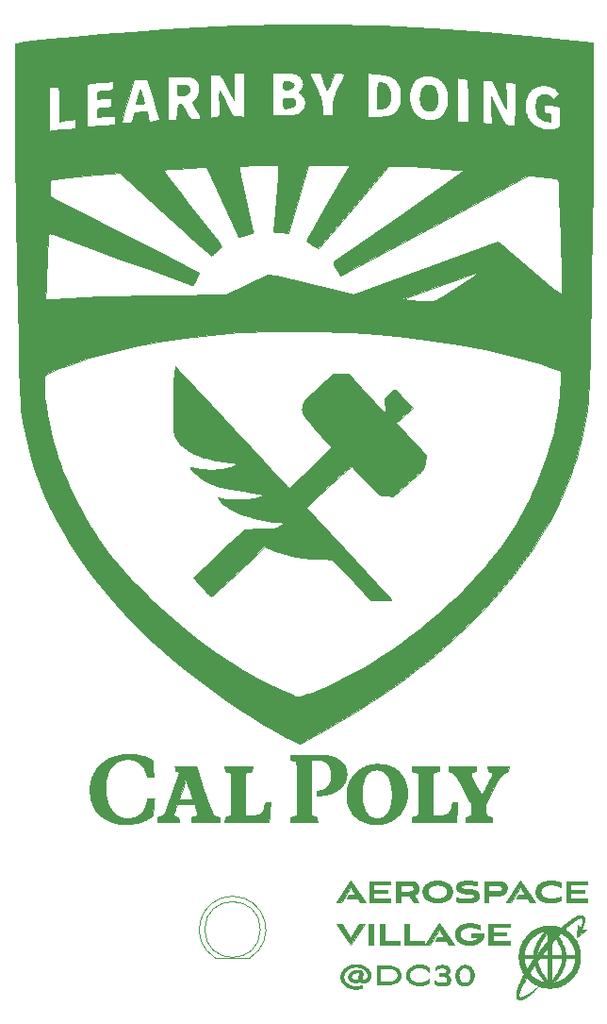
<source format=gbr>
G04 #@! TF.GenerationSoftware,KiCad,Pcbnew,(6.99.0-2452-gdb4f2d9dd8)*
G04 #@! TF.CreationDate,2022-08-02T16:49:25-05:00*
G04 #@! TF.ProjectId,CalPoly,43616c50-6f6c-4792-9e6b-696361645f70,rev?*
G04 #@! TF.SameCoordinates,Original*
G04 #@! TF.FileFunction,Legend,Top*
G04 #@! TF.FilePolarity,Positive*
%FSLAX46Y46*%
G04 Gerber Fmt 4.6, Leading zero omitted, Abs format (unit mm)*
G04 Created by KiCad (PCBNEW (6.99.0-2452-gdb4f2d9dd8)) date 2022-08-02 16:49:25*
%MOMM*%
%LPD*%
G01*
G04 APERTURE LIST*
%ADD10C,0.015000*%
%ADD11C,0.460000*%
%ADD12C,0.007500*%
%ADD13C,0.040000*%
%ADD14C,0.120000*%
%ADD15R,1.800000X1.800000*%
%ADD16C,1.800000*%
%ADD17R,1.700000X1.700000*%
%ADD18O,1.700000X1.700000*%
G04 APERTURE END LIST*
D10*
G36*
X91625320Y-113378142D02*
G01*
X91627649Y-113378822D01*
X91628381Y-113379029D01*
X91645964Y-113384121D01*
X91647651Y-113384630D01*
X91648663Y-113384953D01*
X91740105Y-113415733D01*
X91828647Y-113449796D01*
X91830818Y-113450672D01*
X91832977Y-113451568D01*
X91919690Y-113489215D01*
X91972731Y-113514949D01*
X91908212Y-113582009D01*
X91844009Y-113649416D01*
X91780168Y-113717194D01*
X91716716Y-113785381D01*
X91716716Y-113785380D01*
X91715647Y-113783818D01*
X91714855Y-113782738D01*
X91671872Y-113722216D01*
X91627743Y-113661424D01*
X91583336Y-113601471D01*
X91538743Y-113542372D01*
X91529553Y-113530485D01*
X91520376Y-113518851D01*
X91513246Y-113509843D01*
X91504124Y-113498195D01*
X91502001Y-113495476D01*
X91531603Y-113465695D01*
X91561324Y-113436023D01*
X91620979Y-113376885D01*
X91625320Y-113378142D01*
G37*
X91625320Y-113378142D02*
X91627649Y-113378822D01*
X91628381Y-113379029D01*
X91645964Y-113384121D01*
X91647651Y-113384630D01*
X91648663Y-113384953D01*
X91740105Y-113415733D01*
X91828647Y-113449796D01*
X91830818Y-113450672D01*
X91832977Y-113451568D01*
X91919690Y-113489215D01*
X91972731Y-113514949D01*
X91908212Y-113582009D01*
X91844009Y-113649416D01*
X91780168Y-113717194D01*
X91716716Y-113785381D01*
X91716716Y-113785380D01*
X91715647Y-113783818D01*
X91714855Y-113782738D01*
X91671872Y-113722216D01*
X91627743Y-113661424D01*
X91583336Y-113601471D01*
X91538743Y-113542372D01*
X91529553Y-113530485D01*
X91520376Y-113518851D01*
X91513246Y-113509843D01*
X91504124Y-113498195D01*
X91502001Y-113495476D01*
X91531603Y-113465695D01*
X91561324Y-113436023D01*
X91620979Y-113376885D01*
X91625320Y-113378142D01*
G36*
X91451769Y-113914737D02*
G01*
X91452004Y-113915063D01*
X91452474Y-113915731D01*
X91466805Y-113936328D01*
X91467774Y-113937736D01*
X91483222Y-113960676D01*
X91498583Y-113983695D01*
X91514093Y-114006607D01*
X91385633Y-114150247D01*
X91258062Y-114294574D01*
X91219868Y-114338336D01*
X91181970Y-114382373D01*
X91106443Y-114470688D01*
X91106443Y-113910567D01*
X91201425Y-113807936D01*
X91249198Y-113756872D01*
X91297280Y-113706088D01*
X91451769Y-113914737D01*
G37*
X91451769Y-113914737D02*
X91452004Y-113915063D01*
X91452474Y-113915731D01*
X91466805Y-113936328D01*
X91467774Y-113937736D01*
X91483222Y-113960676D01*
X91498583Y-113983695D01*
X91514093Y-114006607D01*
X91385633Y-114150247D01*
X91258062Y-114294574D01*
X91219868Y-114338336D01*
X91181970Y-114382373D01*
X91106443Y-114470688D01*
X91106443Y-113910567D01*
X91201425Y-113807936D01*
X91249198Y-113756872D01*
X91297280Y-113706088D01*
X91451769Y-113914737D01*
G36*
X90816306Y-114816170D02*
G01*
X90681613Y-114981547D01*
X90548135Y-115147935D01*
X90415766Y-115315214D01*
X90284410Y-115483249D01*
X89807466Y-115483249D01*
X89807856Y-115479752D01*
X89865103Y-115402251D01*
X89922562Y-115324899D01*
X90139096Y-115046496D01*
X90249057Y-114908586D01*
X90360165Y-114771573D01*
X90472431Y-114635484D01*
X90585868Y-114500345D01*
X90700489Y-114366184D01*
X90816306Y-114233028D01*
X90816306Y-114816170D01*
G37*
X90816306Y-114816170D02*
X90681613Y-114981547D01*
X90548135Y-115147935D01*
X90415766Y-115315214D01*
X90284410Y-115483249D01*
X89807466Y-115483249D01*
X89807856Y-115479752D01*
X89865103Y-115402251D01*
X89922562Y-115324899D01*
X90139096Y-115046496D01*
X90249057Y-114908586D01*
X90360165Y-114771573D01*
X90472431Y-114635484D01*
X90585868Y-114500345D01*
X90700489Y-114366184D01*
X90816306Y-114233028D01*
X90816306Y-114816170D01*
G36*
X90006755Y-115847793D02*
G01*
X89953985Y-115918837D01*
X89901530Y-115990104D01*
X89849430Y-116061541D01*
X89848406Y-116057384D01*
X89823413Y-115918990D01*
X89823266Y-115918041D01*
X89823142Y-115917142D01*
X89807469Y-115776965D01*
X90059841Y-115776965D01*
X90006755Y-115847793D01*
G37*
X90006755Y-115847793D02*
X89953985Y-115918837D01*
X89901530Y-115990104D01*
X89849430Y-116061541D01*
X89848406Y-116057384D01*
X89823413Y-115918990D01*
X89823266Y-115918041D01*
X89823142Y-115917142D01*
X89807469Y-115776965D01*
X90059841Y-115776965D01*
X90006755Y-115847793D01*
G36*
X89632503Y-116365301D02*
G01*
X89632502Y-116365300D01*
X89632503Y-116365300D01*
X89632503Y-116365301D01*
G37*
X89632503Y-116365301D02*
X89632502Y-116365300D01*
X89632503Y-116365300D01*
X89632503Y-116365301D01*
G36*
X88370945Y-116590812D02*
G01*
X88327609Y-116461005D01*
X88290466Y-116328426D01*
X88259689Y-116193251D01*
X88235450Y-116055656D01*
X88217923Y-115915814D01*
X88207507Y-115776936D01*
X88646606Y-115776936D01*
X88654863Y-115879009D01*
X88667366Y-115979784D01*
X88684026Y-116079168D01*
X88704749Y-116177071D01*
X88729445Y-116273401D01*
X88758021Y-116368067D01*
X88790385Y-116460977D01*
X88826447Y-116552040D01*
X88866113Y-116641163D01*
X88909292Y-116728257D01*
X88930086Y-116766171D01*
X88977581Y-116687374D01*
X89042986Y-116582534D01*
X89109472Y-116478436D01*
X89176959Y-116375031D01*
X89245368Y-116272268D01*
X89384629Y-116068472D01*
X89526614Y-115866654D01*
X89526722Y-115867695D01*
X89528271Y-115883230D01*
X89529799Y-115899838D01*
X89531442Y-115916421D01*
X89532381Y-115924686D01*
X89533439Y-115932924D01*
X89539059Y-115971554D01*
X89545297Y-116010036D01*
X89552137Y-116048371D01*
X89559499Y-116086236D01*
X89559549Y-116086532D01*
X89559618Y-116086825D01*
X89567559Y-116124595D01*
X89576124Y-116162480D01*
X89585244Y-116200211D01*
X89594868Y-116237635D01*
X89594899Y-116237765D01*
X89594936Y-116237891D01*
X89594908Y-116237789D01*
X89594868Y-116237635D01*
X89559618Y-116086825D01*
X89559561Y-116086558D01*
X89559499Y-116086236D01*
X89533455Y-115932894D01*
X89526722Y-115867695D01*
X89526618Y-115866649D01*
X89526614Y-115866654D01*
X89517353Y-115776965D01*
X89807453Y-115776965D01*
X89810487Y-115812401D01*
X89814145Y-115847722D01*
X89818411Y-115882933D01*
X89823142Y-115917142D01*
X89823243Y-115918046D01*
X89823413Y-115918990D01*
X89828695Y-115953049D01*
X89834692Y-115987951D01*
X89841254Y-116022741D01*
X89848381Y-116057413D01*
X89849389Y-116061598D01*
X89849430Y-116061541D01*
X89882294Y-116194906D01*
X89924246Y-116330571D01*
X89973603Y-116464336D01*
X90029703Y-116596159D01*
X90091887Y-116725997D01*
X90159494Y-116853807D01*
X90231863Y-116979548D01*
X90308334Y-117103177D01*
X90388247Y-117224652D01*
X90470941Y-117343929D01*
X90555756Y-117460967D01*
X90642032Y-117575724D01*
X90816322Y-117798221D01*
X91106437Y-117798221D01*
X91280841Y-117575724D01*
X91451985Y-117343929D01*
X91534688Y-117224652D01*
X91614599Y-117103177D01*
X91691061Y-116979548D01*
X91763414Y-116853807D01*
X91831000Y-116725997D01*
X91893160Y-116596159D01*
X91949236Y-116464336D01*
X91998569Y-116330571D01*
X92040499Y-116194906D01*
X92074370Y-116057384D01*
X92099520Y-115918046D01*
X92115293Y-115776936D01*
X91106437Y-115776936D01*
X91106437Y-117798221D01*
X90816322Y-117798221D01*
X90816322Y-115776936D01*
X89807466Y-115776936D01*
X89807469Y-115776965D01*
X89807453Y-115776965D01*
X89517353Y-115776965D01*
X89517350Y-115776936D01*
X88646606Y-115776936D01*
X88207507Y-115776936D01*
X88207280Y-115773901D01*
X88203694Y-115630093D01*
X88207280Y-115486284D01*
X88207507Y-115483261D01*
X89807452Y-115483261D01*
X90284401Y-115483261D01*
X90284410Y-115483249D01*
X90816322Y-115483249D01*
X91106437Y-115483249D01*
X92115293Y-115483249D01*
X92099520Y-115340896D01*
X92074370Y-115200636D01*
X92040499Y-115062477D01*
X91998569Y-114926427D01*
X91949236Y-114792496D01*
X91893160Y-114660692D01*
X91831000Y-114531024D01*
X91763414Y-114403501D01*
X91691061Y-114278131D01*
X91614599Y-114154923D01*
X91534688Y-114033886D01*
X91466805Y-113936328D01*
X91459944Y-113926354D01*
X91452474Y-113915731D01*
X91451985Y-113915029D01*
X91451769Y-113914737D01*
X91413846Y-113862111D01*
X91375272Y-113809675D01*
X91336384Y-113757689D01*
X91297285Y-113706083D01*
X91297280Y-113706088D01*
X91280841Y-113683887D01*
X91106437Y-113461568D01*
X91106437Y-115483249D01*
X90816322Y-115483249D01*
X90816322Y-113461965D01*
X90641918Y-113684462D01*
X90470774Y-113916256D01*
X90388071Y-114035534D01*
X90308160Y-114157008D01*
X90231698Y-114280637D01*
X90159345Y-114406378D01*
X90091759Y-114534189D01*
X90029599Y-114664027D01*
X89973523Y-114795850D01*
X89924190Y-114929615D01*
X89882260Y-115065279D01*
X89848389Y-115202802D01*
X89823239Y-115342139D01*
X89807856Y-115479752D01*
X89807841Y-115479773D01*
X89807452Y-115483261D01*
X88207507Y-115483261D01*
X88207507Y-115483249D01*
X88646606Y-115483249D01*
X89517350Y-115483249D01*
X89523478Y-115404951D01*
X89532273Y-115327226D01*
X89557482Y-115173539D01*
X89592212Y-115022273D01*
X89635699Y-114873513D01*
X89687179Y-114727343D01*
X89745887Y-114583848D01*
X89811059Y-114443114D01*
X89881929Y-114305225D01*
X89957734Y-114170266D01*
X90037710Y-114038322D01*
X90121090Y-113909478D01*
X90207112Y-113783818D01*
X90295011Y-113661428D01*
X90384022Y-113542392D01*
X90447320Y-113461568D01*
X90562322Y-113314724D01*
X91360437Y-113314724D01*
X91504124Y-113498195D01*
X91511196Y-113507253D01*
X91513246Y-113509843D01*
X91538737Y-113542392D01*
X91714855Y-113782738D01*
X91715631Y-113783830D01*
X91716716Y-113785380D01*
X91801669Y-113909478D01*
X91885049Y-114038322D01*
X91965025Y-114170266D01*
X92040830Y-114305225D01*
X92111700Y-114443114D01*
X92176872Y-114583848D01*
X92235580Y-114727343D01*
X92287060Y-114873513D01*
X92330547Y-115022273D01*
X92365277Y-115173539D01*
X92390486Y-115327226D01*
X92405409Y-115483249D01*
X93276153Y-115483249D01*
X93267897Y-115381176D01*
X93255393Y-115280402D01*
X93238734Y-115181018D01*
X93218010Y-115083115D01*
X93193315Y-114986784D01*
X93164739Y-114892119D01*
X93132374Y-114799209D01*
X93096313Y-114708146D01*
X93056647Y-114619022D01*
X93013467Y-114531929D01*
X92966866Y-114446957D01*
X92916935Y-114364199D01*
X92863767Y-114283745D01*
X92807452Y-114205688D01*
X92748083Y-114130119D01*
X92685752Y-114057128D01*
X92620550Y-113986809D01*
X92552568Y-113919252D01*
X92481900Y-113854548D01*
X92408636Y-113792790D01*
X92332869Y-113734069D01*
X92254689Y-113678476D01*
X92174190Y-113626102D01*
X92091462Y-113577040D01*
X92006598Y-113531380D01*
X91972731Y-113514949D01*
X91972748Y-113514932D01*
X91972747Y-113514932D01*
X91946329Y-113501899D01*
X91933075Y-113495467D01*
X91919727Y-113489197D01*
X91897684Y-113479221D01*
X91875511Y-113469481D01*
X91853219Y-113459968D01*
X91832977Y-113451568D01*
X91830828Y-113450635D01*
X91828647Y-113449796D01*
X91808313Y-113441590D01*
X91785699Y-113432728D01*
X91762971Y-113424098D01*
X91740126Y-113415713D01*
X91717168Y-113407581D01*
X91694104Y-113399695D01*
X91670932Y-113392047D01*
X91648663Y-113384953D01*
X91647613Y-113384599D01*
X91645964Y-113384121D01*
X91641012Y-113382629D01*
X91634335Y-113380715D01*
X91628381Y-113379029D01*
X91625320Y-113378142D01*
X91620986Y-113376879D01*
X91620979Y-113376885D01*
X91553443Y-113357325D01*
X91457687Y-113334003D01*
X91360437Y-113314724D01*
X90562322Y-113314724D01*
X90465073Y-113334038D01*
X90369321Y-113357391D01*
X90275156Y-113384691D01*
X90182670Y-113415847D01*
X90091956Y-113450768D01*
X90003104Y-113489362D01*
X89916205Y-113531539D01*
X89831352Y-113577207D01*
X89748637Y-113626275D01*
X89668150Y-113678652D01*
X89514228Y-113792965D01*
X89370319Y-113919417D01*
X89237156Y-114057277D01*
X89115472Y-114205816D01*
X89005998Y-114364303D01*
X88956070Y-114447049D01*
X88909468Y-114532009D01*
X88866286Y-114619090D01*
X88826614Y-114708202D01*
X88790544Y-114799253D01*
X88758168Y-114892153D01*
X88729577Y-114986809D01*
X88704863Y-115083131D01*
X88684118Y-115181027D01*
X88667432Y-115280406D01*
X88654898Y-115381177D01*
X88646606Y-115483249D01*
X88207507Y-115483249D01*
X88217923Y-115344372D01*
X88235450Y-115204530D01*
X88259689Y-115066934D01*
X88290466Y-114931760D01*
X88327609Y-114799181D01*
X88370945Y-114669374D01*
X88420301Y-114542513D01*
X88475504Y-114418773D01*
X88536382Y-114298330D01*
X88602761Y-114181358D01*
X88674470Y-114068032D01*
X88751334Y-113958529D01*
X88833182Y-113853021D01*
X88919840Y-113751686D01*
X89011136Y-113654697D01*
X89106897Y-113562230D01*
X89206949Y-113474460D01*
X89311121Y-113391562D01*
X89419240Y-113313711D01*
X89531132Y-113241082D01*
X89646624Y-113173850D01*
X89765545Y-113112190D01*
X89887721Y-113056278D01*
X90012979Y-113006288D01*
X90141147Y-112962395D01*
X90272052Y-112924775D01*
X90405520Y-112893602D01*
X90541380Y-112869052D01*
X90679458Y-112851299D01*
X90819582Y-112840519D01*
X90961578Y-112836887D01*
X91103573Y-112840519D01*
X91243693Y-112851299D01*
X91381766Y-112869052D01*
X91517618Y-112893602D01*
X91651078Y-112924775D01*
X91781972Y-112962395D01*
X91910128Y-113006288D01*
X92035373Y-113056278D01*
X92157534Y-113112190D01*
X92275926Y-113173584D01*
X92276449Y-113173868D01*
X92276977Y-113174163D01*
X92289813Y-113181636D01*
X92294283Y-113184296D01*
X92297256Y-113186034D01*
X92300246Y-113187743D01*
X92300267Y-113187723D01*
X92289813Y-113181636D01*
X92288366Y-113180776D01*
X92282440Y-113177271D01*
X92279456Y-113175551D01*
X92276977Y-113174163D01*
X92276440Y-113173850D01*
X92275926Y-113173584D01*
X92247038Y-113157917D01*
X92217414Y-113142309D01*
X92187581Y-113127056D01*
X92157542Y-113112166D01*
X92127300Y-113097646D01*
X92096857Y-113083493D01*
X92066215Y-113069704D01*
X92035379Y-113056278D01*
X92028524Y-113053393D01*
X92021634Y-113050577D01*
X92007780Y-113045087D01*
X91980033Y-113034186D01*
X92066565Y-112953849D01*
X92109999Y-112913841D01*
X92153821Y-112874196D01*
X92232465Y-112805801D01*
X92311869Y-112738172D01*
X92392088Y-112671372D01*
X92473181Y-112605459D01*
X92555205Y-112540495D01*
X92638215Y-112476541D01*
X92722269Y-112413656D01*
X92807424Y-112351902D01*
X92894402Y-112292068D01*
X92982274Y-112233097D01*
X93071745Y-112175856D01*
X93163524Y-112121210D01*
X93210499Y-112095130D01*
X93258316Y-112070023D01*
X93307063Y-112045998D01*
X93356829Y-112023163D01*
X93407702Y-112001625D01*
X93459769Y-111981493D01*
X93513121Y-111962876D01*
X93567844Y-111945881D01*
X93588633Y-111940180D01*
X93609924Y-111934962D01*
X93631718Y-111930310D01*
X93654014Y-111926304D01*
X93676812Y-111923025D01*
X93700112Y-111920554D01*
X93723915Y-111918973D01*
X93736005Y-111918542D01*
X93748220Y-111918363D01*
X93756434Y-111918388D01*
X93764705Y-111918531D01*
X93773032Y-111918796D01*
X93781415Y-111919186D01*
X93789854Y-111919706D01*
X93798349Y-111920360D01*
X93806898Y-111921151D01*
X93815503Y-111922084D01*
X93824023Y-111923076D01*
X93832615Y-111924292D01*
X93841282Y-111925769D01*
X93850022Y-111927544D01*
X93858837Y-111929653D01*
X93867726Y-111932135D01*
X93872199Y-111933527D01*
X93876691Y-111935025D01*
X93881202Y-111936635D01*
X93885731Y-111938362D01*
X93920690Y-111951074D01*
X93925004Y-111953360D01*
X93929312Y-111955742D01*
X93933609Y-111958208D01*
X93937892Y-111960743D01*
X93942156Y-111963334D01*
X93946398Y-111965968D01*
X93954797Y-111971305D01*
X93963121Y-111976623D01*
X93971373Y-111981982D01*
X93975448Y-111984734D01*
X93979476Y-111987565D01*
X93983447Y-111990496D01*
X93987353Y-111993552D01*
X94015103Y-112021690D01*
X94018721Y-112025159D01*
X94022142Y-112028714D01*
X94025386Y-112032348D01*
X94028469Y-112036055D01*
X94031408Y-112039828D01*
X94034221Y-112043658D01*
X94036925Y-112047540D01*
X94039537Y-112051466D01*
X94044556Y-112059423D01*
X94049415Y-112067473D01*
X94054253Y-112075559D01*
X94059209Y-112083624D01*
X94067351Y-112100105D01*
X94074551Y-112116503D01*
X94080860Y-112132812D01*
X94086331Y-112149022D01*
X94091016Y-112165127D01*
X94094967Y-112181120D01*
X94098237Y-112196993D01*
X94100878Y-112212739D01*
X94102942Y-112228349D01*
X94104482Y-112243818D01*
X94105550Y-112259136D01*
X94106198Y-112274297D01*
X94106445Y-112304119D01*
X94105640Y-112333221D01*
X94103846Y-112362025D01*
X94101187Y-112390409D01*
X94097737Y-112418394D01*
X94093564Y-112446004D01*
X94088740Y-112473260D01*
X94083335Y-112500185D01*
X94077422Y-112526801D01*
X94071069Y-112553130D01*
X94048060Y-112636383D01*
X94022352Y-112718054D01*
X93994182Y-112798273D01*
X93963784Y-112877171D01*
X93931396Y-112954878D01*
X93897253Y-113031525D01*
X93861592Y-113107243D01*
X93824650Y-113182162D01*
X94235400Y-113210765D01*
X93391653Y-113922349D01*
X93470640Y-112821409D01*
X93730934Y-113131777D01*
X93758753Y-113055900D01*
X93785461Y-112979801D01*
X93810766Y-112903525D01*
X93834372Y-112827114D01*
X93855988Y-112750609D01*
X93875321Y-112674054D01*
X93892076Y-112597491D01*
X93905962Y-112520962D01*
X93909454Y-112496877D01*
X93912465Y-112472875D01*
X93914955Y-112449002D01*
X93916887Y-112425306D01*
X93918225Y-112401832D01*
X93918929Y-112378629D01*
X93918962Y-112355743D01*
X93918287Y-112333221D01*
X93917737Y-112322168D01*
X93916979Y-112311204D01*
X93916009Y-112300361D01*
X93914824Y-112289674D01*
X93913420Y-112279172D01*
X93911794Y-112268890D01*
X93909942Y-112258860D01*
X93907861Y-112249113D01*
X93905547Y-112239683D01*
X93902998Y-112230601D01*
X93900209Y-112221901D01*
X93897177Y-112213613D01*
X93893899Y-112205772D01*
X93890371Y-112198408D01*
X93886590Y-112191556D01*
X93882553Y-112185246D01*
X93878362Y-112179606D01*
X93874108Y-112174429D01*
X93869760Y-112169698D01*
X93865293Y-112165392D01*
X93860676Y-112161493D01*
X93855884Y-112157982D01*
X93850887Y-112154839D01*
X93845657Y-112152045D01*
X93840167Y-112149581D01*
X93834388Y-112147429D01*
X93828293Y-112145569D01*
X93821854Y-112143981D01*
X93815042Y-112142647D01*
X93807830Y-112141548D01*
X93800190Y-112140665D01*
X93792093Y-112139977D01*
X93783631Y-112139810D01*
X93774924Y-112139905D01*
X93765988Y-112140264D01*
X93756836Y-112140889D01*
X93747485Y-112141781D01*
X93737950Y-112142942D01*
X93728244Y-112144374D01*
X93718384Y-112146079D01*
X93708385Y-112148059D01*
X93698261Y-112150314D01*
X93688027Y-112152847D01*
X93677700Y-112155660D01*
X93667292Y-112158754D01*
X93656821Y-112162132D01*
X93646301Y-112165794D01*
X93635746Y-112169743D01*
X93614600Y-112177416D01*
X93593433Y-112185681D01*
X93572256Y-112194509D01*
X93551076Y-112203868D01*
X93508745Y-112224062D01*
X93466510Y-112246022D01*
X93424443Y-112269508D01*
X93382614Y-112294278D01*
X93341094Y-112320092D01*
X93299953Y-112346709D01*
X93258858Y-112373976D01*
X93218021Y-112401874D01*
X93177436Y-112430359D01*
X93137098Y-112459389D01*
X93097002Y-112488921D01*
X93057142Y-112518913D01*
X93017514Y-112549322D01*
X92978112Y-112580106D01*
X92900083Y-112643138D01*
X92822841Y-112707456D01*
X92746361Y-112772965D01*
X92670614Y-112839572D01*
X92595575Y-112907184D01*
X92521215Y-112975706D01*
X92447509Y-113045047D01*
X92374428Y-113115112D01*
X92365044Y-113124066D01*
X92355735Y-113133105D01*
X92337256Y-113151336D01*
X92318818Y-113169612D01*
X92300267Y-113187723D01*
X92391916Y-113241082D01*
X92503791Y-113313711D01*
X92611892Y-113391562D01*
X92716045Y-113474460D01*
X92816080Y-113562230D01*
X92911822Y-113654697D01*
X93003099Y-113751686D01*
X93089739Y-113853021D01*
X93171569Y-113958529D01*
X93248415Y-114068032D01*
X93320107Y-114181358D01*
X93386470Y-114298330D01*
X93447332Y-114418773D01*
X93502521Y-114542513D01*
X93551863Y-114669374D01*
X93595187Y-114799181D01*
X93632320Y-114931760D01*
X93663088Y-115066934D01*
X93687319Y-115204530D01*
X93704841Y-115344372D01*
X93715481Y-115486284D01*
X93719066Y-115630093D01*
X93715481Y-115773901D01*
X93704841Y-115915814D01*
X93687319Y-116055656D01*
X93663088Y-116193251D01*
X93632320Y-116328426D01*
X93595187Y-116461004D01*
X93551863Y-116590812D01*
X93502521Y-116717673D01*
X93447332Y-116841412D01*
X93386470Y-116961856D01*
X93320107Y-117078827D01*
X93248415Y-117192153D01*
X93171569Y-117301657D01*
X93089739Y-117407164D01*
X93003099Y-117508499D01*
X92911822Y-117605488D01*
X92816080Y-117697955D01*
X92716045Y-117785725D01*
X92611892Y-117868623D01*
X92503791Y-117946474D01*
X92391916Y-118019103D01*
X92276440Y-118086335D01*
X92157534Y-118147995D01*
X92035373Y-118203907D01*
X91910128Y-118253897D01*
X91781972Y-118297790D01*
X91651078Y-118335411D01*
X91517618Y-118366583D01*
X91381766Y-118391134D01*
X91243693Y-118408886D01*
X91103573Y-118419666D01*
X90961578Y-118423299D01*
X90819582Y-118419666D01*
X90679458Y-118408886D01*
X90541380Y-118391134D01*
X90405520Y-118366583D01*
X90272052Y-118335411D01*
X90141147Y-118297790D01*
X90012979Y-118253898D01*
X89887721Y-118203907D01*
X89765545Y-118147995D01*
X89646624Y-118086335D01*
X89531132Y-118019103D01*
X89419240Y-117946474D01*
X89311121Y-117868623D01*
X89206949Y-117785725D01*
X89106897Y-117697955D01*
X89011136Y-117605488D01*
X88919840Y-117508500D01*
X88833182Y-117407164D01*
X88751334Y-117301657D01*
X88678663Y-117198127D01*
X88676980Y-117195638D01*
X88676951Y-117195688D01*
X88674470Y-117192153D01*
X88602761Y-117078828D01*
X88536382Y-116961856D01*
X88475504Y-116841413D01*
X88441953Y-116766206D01*
X88930065Y-116766206D01*
X88942843Y-116789816D01*
X88949291Y-116801584D01*
X88955877Y-116813257D01*
X88968050Y-116834150D01*
X88980427Y-116854894D01*
X88993009Y-116875496D01*
X89005797Y-116895966D01*
X89018790Y-116916300D01*
X89031985Y-116936490D01*
X89045380Y-116956533D01*
X89058972Y-116976426D01*
X89072765Y-116996168D01*
X89086761Y-117015760D01*
X89100950Y-117035199D01*
X89114450Y-117053309D01*
X89115307Y-117054498D01*
X89116500Y-117056016D01*
X89122130Y-117063359D01*
X89129040Y-117072147D01*
X89142920Y-117089675D01*
X89142931Y-117089659D01*
X89174676Y-117130067D01*
X89237007Y-117203057D01*
X89302210Y-117273377D01*
X89370191Y-117340934D01*
X89440859Y-117405637D01*
X89514123Y-117467395D01*
X89589890Y-117526117D01*
X89668070Y-117581710D01*
X89748569Y-117634083D01*
X89831297Y-117683146D01*
X89916161Y-117728805D01*
X90003070Y-117770971D01*
X90091931Y-117809550D01*
X90182654Y-117844453D01*
X90275146Y-117875587D01*
X90369316Y-117902860D01*
X90465072Y-117926182D01*
X90562322Y-117945461D01*
X91360437Y-117945461D01*
X91457687Y-117926182D01*
X91553442Y-117902860D01*
X91647612Y-117875587D01*
X91740105Y-117844453D01*
X91830828Y-117809550D01*
X91919689Y-117770971D01*
X92006598Y-117728805D01*
X92091462Y-117683146D01*
X92174190Y-117634083D01*
X92254689Y-117581710D01*
X92408636Y-117467395D01*
X92552568Y-117340934D01*
X92685752Y-117203057D01*
X92807452Y-117054498D01*
X92916935Y-116895987D01*
X92966866Y-116813229D01*
X93013467Y-116728257D01*
X93056646Y-116641163D01*
X93096313Y-116552040D01*
X93132374Y-116460977D01*
X93164739Y-116368067D01*
X93193315Y-116273401D01*
X93218010Y-116177071D01*
X93238734Y-116079168D01*
X93255393Y-115979784D01*
X93267897Y-115879009D01*
X93276153Y-115776936D01*
X92405409Y-115776936D01*
X92399281Y-115855235D01*
X92390486Y-115932959D01*
X92365277Y-116086646D01*
X92330547Y-116237912D01*
X92287060Y-116386673D01*
X92235580Y-116532843D01*
X92176872Y-116676337D01*
X92111700Y-116817072D01*
X92040830Y-116954961D01*
X91965025Y-117089920D01*
X91885049Y-117221864D01*
X91801669Y-117350708D01*
X91715647Y-117476368D01*
X91627748Y-117598758D01*
X91538737Y-117717793D01*
X91360437Y-117945461D01*
X90562322Y-117945461D01*
X90384429Y-117717777D01*
X90208284Y-117476312D01*
X90122705Y-117350628D01*
X90039768Y-117221759D01*
X89960207Y-117089792D01*
X89884757Y-116954812D01*
X89814154Y-116816907D01*
X89749131Y-116676163D01*
X89690425Y-116532667D01*
X89638769Y-116386506D01*
X89594936Y-116237891D01*
X89603692Y-116269854D01*
X89612952Y-116301777D01*
X89622588Y-116333584D01*
X89632502Y-116365300D01*
X89543096Y-116493219D01*
X89454297Y-116621528D01*
X89366175Y-116750262D01*
X89278803Y-116879455D01*
X89244416Y-116931779D01*
X89210440Y-116984330D01*
X89142931Y-117089659D01*
X89116500Y-117056016D01*
X89115325Y-117054483D01*
X89114450Y-117053309D01*
X89058992Y-116976440D01*
X89005824Y-116895987D01*
X88955893Y-116813229D01*
X88930086Y-116766171D01*
X88930065Y-116766206D01*
X88441953Y-116766206D01*
X88420301Y-116717673D01*
X88370945Y-116590812D01*
G37*
X88370945Y-116590812D02*
X88327609Y-116461005D01*
X88290466Y-116328426D01*
X88259689Y-116193251D01*
X88235450Y-116055656D01*
X88217923Y-115915814D01*
X88207507Y-115776936D01*
X88646606Y-115776936D01*
X88654863Y-115879009D01*
X88667366Y-115979784D01*
X88684026Y-116079168D01*
X88704749Y-116177071D01*
X88729445Y-116273401D01*
X88758021Y-116368067D01*
X88790385Y-116460977D01*
X88826447Y-116552040D01*
X88866113Y-116641163D01*
X88909292Y-116728257D01*
X88930086Y-116766171D01*
X88977581Y-116687374D01*
X89042986Y-116582534D01*
X89109472Y-116478436D01*
X89176959Y-116375031D01*
X89245368Y-116272268D01*
X89384629Y-116068472D01*
X89526614Y-115866654D01*
X89526722Y-115867695D01*
X89528271Y-115883230D01*
X89529799Y-115899838D01*
X89531442Y-115916421D01*
X89532381Y-115924686D01*
X89533439Y-115932924D01*
X89539059Y-115971554D01*
X89545297Y-116010036D01*
X89552137Y-116048371D01*
X89559499Y-116086236D01*
X89559549Y-116086532D01*
X89559618Y-116086825D01*
X89567559Y-116124595D01*
X89576124Y-116162480D01*
X89585244Y-116200211D01*
X89594868Y-116237635D01*
X89594899Y-116237765D01*
X89594936Y-116237891D01*
X89594908Y-116237789D01*
X89594868Y-116237635D01*
X89559618Y-116086825D01*
X89559561Y-116086558D01*
X89559499Y-116086236D01*
X89533455Y-115932894D01*
X89526722Y-115867695D01*
X89526618Y-115866649D01*
X89526614Y-115866654D01*
X89517353Y-115776965D01*
X89807453Y-115776965D01*
X89810487Y-115812401D01*
X89814145Y-115847722D01*
X89818411Y-115882933D01*
X89823142Y-115917142D01*
X89823243Y-115918046D01*
X89823413Y-115918990D01*
X89828695Y-115953049D01*
X89834692Y-115987951D01*
X89841254Y-116022741D01*
X89848381Y-116057413D01*
X89849389Y-116061598D01*
X89849430Y-116061541D01*
X89882294Y-116194906D01*
X89924246Y-116330571D01*
X89973603Y-116464336D01*
X90029703Y-116596159D01*
X90091887Y-116725997D01*
X90159494Y-116853807D01*
X90231863Y-116979548D01*
X90308334Y-117103177D01*
X90388247Y-117224652D01*
X90470941Y-117343929D01*
X90555756Y-117460967D01*
X90642032Y-117575724D01*
X90816322Y-117798221D01*
X91106437Y-117798221D01*
X91280841Y-117575724D01*
X91451985Y-117343929D01*
X91534688Y-117224652D01*
X91614599Y-117103177D01*
X91691061Y-116979548D01*
X91763414Y-116853807D01*
X91831000Y-116725997D01*
X91893160Y-116596159D01*
X91949236Y-116464336D01*
X91998569Y-116330571D01*
X92040499Y-116194906D01*
X92074370Y-116057384D01*
X92099520Y-115918046D01*
X92115293Y-115776936D01*
X91106437Y-115776936D01*
X91106437Y-117798221D01*
X90816322Y-117798221D01*
X90816322Y-115776936D01*
X89807466Y-115776936D01*
X89807469Y-115776965D01*
X89807453Y-115776965D01*
X89517353Y-115776965D01*
X89517350Y-115776936D01*
X88646606Y-115776936D01*
X88207507Y-115776936D01*
X88207280Y-115773901D01*
X88203694Y-115630093D01*
X88207280Y-115486284D01*
X88207507Y-115483261D01*
X89807452Y-115483261D01*
X90284401Y-115483261D01*
X90284410Y-115483249D01*
X90816322Y-115483249D01*
X91106437Y-115483249D01*
X92115293Y-115483249D01*
X92099520Y-115340896D01*
X92074370Y-115200636D01*
X92040499Y-115062477D01*
X91998569Y-114926427D01*
X91949236Y-114792496D01*
X91893160Y-114660692D01*
X91831000Y-114531024D01*
X91763414Y-114403501D01*
X91691061Y-114278131D01*
X91614599Y-114154923D01*
X91534688Y-114033886D01*
X91466805Y-113936328D01*
X91459944Y-113926354D01*
X91452474Y-113915731D01*
X91451985Y-113915029D01*
X91451769Y-113914737D01*
X91413846Y-113862111D01*
X91375272Y-113809675D01*
X91336384Y-113757689D01*
X91297285Y-113706083D01*
X91297280Y-113706088D01*
X91280841Y-113683887D01*
X91106437Y-113461568D01*
X91106437Y-115483249D01*
X90816322Y-115483249D01*
X90816322Y-113461965D01*
X90641918Y-113684462D01*
X90470774Y-113916256D01*
X90388071Y-114035534D01*
X90308160Y-114157008D01*
X90231698Y-114280637D01*
X90159345Y-114406378D01*
X90091759Y-114534189D01*
X90029599Y-114664027D01*
X89973523Y-114795850D01*
X89924190Y-114929615D01*
X89882260Y-115065279D01*
X89848389Y-115202802D01*
X89823239Y-115342139D01*
X89807856Y-115479752D01*
X89807841Y-115479773D01*
X89807452Y-115483261D01*
X88207507Y-115483261D01*
X88207507Y-115483249D01*
X88646606Y-115483249D01*
X89517350Y-115483249D01*
X89523478Y-115404951D01*
X89532273Y-115327226D01*
X89557482Y-115173539D01*
X89592212Y-115022273D01*
X89635699Y-114873513D01*
X89687179Y-114727343D01*
X89745887Y-114583848D01*
X89811059Y-114443114D01*
X89881929Y-114305225D01*
X89957734Y-114170266D01*
X90037710Y-114038322D01*
X90121090Y-113909478D01*
X90207112Y-113783818D01*
X90295011Y-113661428D01*
X90384022Y-113542392D01*
X90447320Y-113461568D01*
X90562322Y-113314724D01*
X91360437Y-113314724D01*
X91504124Y-113498195D01*
X91511196Y-113507253D01*
X91513246Y-113509843D01*
X91538737Y-113542392D01*
X91714855Y-113782738D01*
X91715631Y-113783830D01*
X91716716Y-113785380D01*
X91801669Y-113909478D01*
X91885049Y-114038322D01*
X91965025Y-114170266D01*
X92040830Y-114305225D01*
X92111700Y-114443114D01*
X92176872Y-114583848D01*
X92235580Y-114727343D01*
X92287060Y-114873513D01*
X92330547Y-115022273D01*
X92365277Y-115173539D01*
X92390486Y-115327226D01*
X92405409Y-115483249D01*
X93276153Y-115483249D01*
X93267897Y-115381176D01*
X93255393Y-115280402D01*
X93238734Y-115181018D01*
X93218010Y-115083115D01*
X93193315Y-114986784D01*
X93164739Y-114892119D01*
X93132374Y-114799209D01*
X93096313Y-114708146D01*
X93056647Y-114619022D01*
X93013467Y-114531929D01*
X92966866Y-114446957D01*
X92916935Y-114364199D01*
X92863767Y-114283745D01*
X92807452Y-114205688D01*
X92748083Y-114130119D01*
X92685752Y-114057128D01*
X92620550Y-113986809D01*
X92552568Y-113919252D01*
X92481900Y-113854548D01*
X92408636Y-113792790D01*
X92332869Y-113734069D01*
X92254689Y-113678476D01*
X92174190Y-113626102D01*
X92091462Y-113577040D01*
X92006598Y-113531380D01*
X91972731Y-113514949D01*
X91972748Y-113514932D01*
X91972747Y-113514932D01*
X91946329Y-113501899D01*
X91933075Y-113495467D01*
X91919727Y-113489197D01*
X91897684Y-113479221D01*
X91875511Y-113469481D01*
X91853219Y-113459968D01*
X91832977Y-113451568D01*
X91830828Y-113450635D01*
X91828647Y-113449796D01*
X91808313Y-113441590D01*
X91785699Y-113432728D01*
X91762971Y-113424098D01*
X91740126Y-113415713D01*
X91717168Y-113407581D01*
X91694104Y-113399695D01*
X91670932Y-113392047D01*
X91648663Y-113384953D01*
X91647613Y-113384599D01*
X91645964Y-113384121D01*
X91641012Y-113382629D01*
X91634335Y-113380715D01*
X91628381Y-113379029D01*
X91625320Y-113378142D01*
X91620986Y-113376879D01*
X91620979Y-113376885D01*
X91553443Y-113357325D01*
X91457687Y-113334003D01*
X91360437Y-113314724D01*
X90562322Y-113314724D01*
X90465073Y-113334038D01*
X90369321Y-113357391D01*
X90275156Y-113384691D01*
X90182670Y-113415847D01*
X90091956Y-113450768D01*
X90003104Y-113489362D01*
X89916205Y-113531539D01*
X89831352Y-113577207D01*
X89748637Y-113626275D01*
X89668150Y-113678652D01*
X89514228Y-113792965D01*
X89370319Y-113919417D01*
X89237156Y-114057277D01*
X89115472Y-114205816D01*
X89005998Y-114364303D01*
X88956070Y-114447049D01*
X88909468Y-114532009D01*
X88866286Y-114619090D01*
X88826614Y-114708202D01*
X88790544Y-114799253D01*
X88758168Y-114892153D01*
X88729577Y-114986809D01*
X88704863Y-115083131D01*
X88684118Y-115181027D01*
X88667432Y-115280406D01*
X88654898Y-115381177D01*
X88646606Y-115483249D01*
X88207507Y-115483249D01*
X88217923Y-115344372D01*
X88235450Y-115204530D01*
X88259689Y-115066934D01*
X88290466Y-114931760D01*
X88327609Y-114799181D01*
X88370945Y-114669374D01*
X88420301Y-114542513D01*
X88475504Y-114418773D01*
X88536382Y-114298330D01*
X88602761Y-114181358D01*
X88674470Y-114068032D01*
X88751334Y-113958529D01*
X88833182Y-113853021D01*
X88919840Y-113751686D01*
X89011136Y-113654697D01*
X89106897Y-113562230D01*
X89206949Y-113474460D01*
X89311121Y-113391562D01*
X89419240Y-113313711D01*
X89531132Y-113241082D01*
X89646624Y-113173850D01*
X89765545Y-113112190D01*
X89887721Y-113056278D01*
X90012979Y-113006288D01*
X90141147Y-112962395D01*
X90272052Y-112924775D01*
X90405520Y-112893602D01*
X90541380Y-112869052D01*
X90679458Y-112851299D01*
X90819582Y-112840519D01*
X90961578Y-112836887D01*
X91103573Y-112840519D01*
X91243693Y-112851299D01*
X91381766Y-112869052D01*
X91517618Y-112893602D01*
X91651078Y-112924775D01*
X91781972Y-112962395D01*
X91910128Y-113006288D01*
X92035373Y-113056278D01*
X92157534Y-113112190D01*
X92275926Y-113173584D01*
X92276449Y-113173868D01*
X92276977Y-113174163D01*
X92289813Y-113181636D01*
X92294283Y-113184296D01*
X92297256Y-113186034D01*
X92300246Y-113187743D01*
X92300267Y-113187723D01*
X92289813Y-113181636D01*
X92288366Y-113180776D01*
X92282440Y-113177271D01*
X92279456Y-113175551D01*
X92276977Y-113174163D01*
X92276440Y-113173850D01*
X92275926Y-113173584D01*
X92247038Y-113157917D01*
X92217414Y-113142309D01*
X92187581Y-113127056D01*
X92157542Y-113112166D01*
X92127300Y-113097646D01*
X92096857Y-113083493D01*
X92066215Y-113069704D01*
X92035379Y-113056278D01*
X92028524Y-113053393D01*
X92021634Y-113050577D01*
X92007780Y-113045087D01*
X91980033Y-113034186D01*
X92066565Y-112953849D01*
X92109999Y-112913841D01*
X92153821Y-112874196D01*
X92232465Y-112805801D01*
X92311869Y-112738172D01*
X92392088Y-112671372D01*
X92473181Y-112605459D01*
X92555205Y-112540495D01*
X92638215Y-112476541D01*
X92722269Y-112413656D01*
X92807424Y-112351902D01*
X92894402Y-112292068D01*
X92982274Y-112233097D01*
X93071745Y-112175856D01*
X93163524Y-112121210D01*
X93210499Y-112095130D01*
X93258316Y-112070023D01*
X93307063Y-112045998D01*
X93356829Y-112023163D01*
X93407702Y-112001625D01*
X93459769Y-111981493D01*
X93513121Y-111962876D01*
X93567844Y-111945881D01*
X93588633Y-111940180D01*
X93609924Y-111934962D01*
X93631718Y-111930310D01*
X93654014Y-111926304D01*
X93676812Y-111923025D01*
X93700112Y-111920554D01*
X93723915Y-111918973D01*
X93736005Y-111918542D01*
X93748220Y-111918363D01*
X93756434Y-111918388D01*
X93764705Y-111918531D01*
X93773032Y-111918796D01*
X93781415Y-111919186D01*
X93789854Y-111919706D01*
X93798349Y-111920360D01*
X93806898Y-111921151D01*
X93815503Y-111922084D01*
X93824023Y-111923076D01*
X93832615Y-111924292D01*
X93841282Y-111925769D01*
X93850022Y-111927544D01*
X93858837Y-111929653D01*
X93867726Y-111932135D01*
X93872199Y-111933527D01*
X93876691Y-111935025D01*
X93881202Y-111936635D01*
X93885731Y-111938362D01*
X93920690Y-111951074D01*
X93925004Y-111953360D01*
X93929312Y-111955742D01*
X93933609Y-111958208D01*
X93937892Y-111960743D01*
X93942156Y-111963334D01*
X93946398Y-111965968D01*
X93954797Y-111971305D01*
X93963121Y-111976623D01*
X93971373Y-111981982D01*
X93975448Y-111984734D01*
X93979476Y-111987565D01*
X93983447Y-111990496D01*
X93987353Y-111993552D01*
X94015103Y-112021690D01*
X94018721Y-112025159D01*
X94022142Y-112028714D01*
X94025386Y-112032348D01*
X94028469Y-112036055D01*
X94031408Y-112039828D01*
X94034221Y-112043658D01*
X94036925Y-112047540D01*
X94039537Y-112051466D01*
X94044556Y-112059423D01*
X94049415Y-112067473D01*
X94054253Y-112075559D01*
X94059209Y-112083624D01*
X94067351Y-112100105D01*
X94074551Y-112116503D01*
X94080860Y-112132812D01*
X94086331Y-112149022D01*
X94091016Y-112165127D01*
X94094967Y-112181120D01*
X94098237Y-112196993D01*
X94100878Y-112212739D01*
X94102942Y-112228349D01*
X94104482Y-112243818D01*
X94105550Y-112259136D01*
X94106198Y-112274297D01*
X94106445Y-112304119D01*
X94105640Y-112333221D01*
X94103846Y-112362025D01*
X94101187Y-112390409D01*
X94097737Y-112418394D01*
X94093564Y-112446004D01*
X94088740Y-112473260D01*
X94083335Y-112500185D01*
X94077422Y-112526801D01*
X94071069Y-112553130D01*
X94048060Y-112636383D01*
X94022352Y-112718054D01*
X93994182Y-112798273D01*
X93963784Y-112877171D01*
X93931396Y-112954878D01*
X93897253Y-113031525D01*
X93861592Y-113107243D01*
X93824650Y-113182162D01*
X94235400Y-113210765D01*
X93391653Y-113922349D01*
X93470640Y-112821409D01*
X93730934Y-113131777D01*
X93758753Y-113055900D01*
X93785461Y-112979801D01*
X93810766Y-112903525D01*
X93834372Y-112827114D01*
X93855988Y-112750609D01*
X93875321Y-112674054D01*
X93892076Y-112597491D01*
X93905962Y-112520962D01*
X93909454Y-112496877D01*
X93912465Y-112472875D01*
X93914955Y-112449002D01*
X93916887Y-112425306D01*
X93918225Y-112401832D01*
X93918929Y-112378629D01*
X93918962Y-112355743D01*
X93918287Y-112333221D01*
X93917737Y-112322168D01*
X93916979Y-112311204D01*
X93916009Y-112300361D01*
X93914824Y-112289674D01*
X93913420Y-112279172D01*
X93911794Y-112268890D01*
X93909942Y-112258860D01*
X93907861Y-112249113D01*
X93905547Y-112239683D01*
X93902998Y-112230601D01*
X93900209Y-112221901D01*
X93897177Y-112213613D01*
X93893899Y-112205772D01*
X93890371Y-112198408D01*
X93886590Y-112191556D01*
X93882553Y-112185246D01*
X93878362Y-112179606D01*
X93874108Y-112174429D01*
X93869760Y-112169698D01*
X93865293Y-112165392D01*
X93860676Y-112161493D01*
X93855884Y-112157982D01*
X93850887Y-112154839D01*
X93845657Y-112152045D01*
X93840167Y-112149581D01*
X93834388Y-112147429D01*
X93828293Y-112145569D01*
X93821854Y-112143981D01*
X93815042Y-112142647D01*
X93807830Y-112141548D01*
X93800190Y-112140665D01*
X93792093Y-112139977D01*
X93783631Y-112139810D01*
X93774924Y-112139905D01*
X93765988Y-112140264D01*
X93756836Y-112140889D01*
X93747485Y-112141781D01*
X93737950Y-112142942D01*
X93728244Y-112144374D01*
X93718384Y-112146079D01*
X93708385Y-112148059D01*
X93698261Y-112150314D01*
X93688027Y-112152847D01*
X93677700Y-112155660D01*
X93667292Y-112158754D01*
X93656821Y-112162132D01*
X93646301Y-112165794D01*
X93635746Y-112169743D01*
X93614600Y-112177416D01*
X93593433Y-112185681D01*
X93572256Y-112194509D01*
X93551076Y-112203868D01*
X93508745Y-112224062D01*
X93466510Y-112246022D01*
X93424443Y-112269508D01*
X93382614Y-112294278D01*
X93341094Y-112320092D01*
X93299953Y-112346709D01*
X93258858Y-112373976D01*
X93218021Y-112401874D01*
X93177436Y-112430359D01*
X93137098Y-112459389D01*
X93097002Y-112488921D01*
X93057142Y-112518913D01*
X93017514Y-112549322D01*
X92978112Y-112580106D01*
X92900083Y-112643138D01*
X92822841Y-112707456D01*
X92746361Y-112772965D01*
X92670614Y-112839572D01*
X92595575Y-112907184D01*
X92521215Y-112975706D01*
X92447509Y-113045047D01*
X92374428Y-113115112D01*
X92365044Y-113124066D01*
X92355735Y-113133105D01*
X92337256Y-113151336D01*
X92318818Y-113169612D01*
X92300267Y-113187723D01*
X92391916Y-113241082D01*
X92503791Y-113313711D01*
X92611892Y-113391562D01*
X92716045Y-113474460D01*
X92816080Y-113562230D01*
X92911822Y-113654697D01*
X93003099Y-113751686D01*
X93089739Y-113853021D01*
X93171569Y-113958529D01*
X93248415Y-114068032D01*
X93320107Y-114181358D01*
X93386470Y-114298330D01*
X93447332Y-114418773D01*
X93502521Y-114542513D01*
X93551863Y-114669374D01*
X93595187Y-114799181D01*
X93632320Y-114931760D01*
X93663088Y-115066934D01*
X93687319Y-115204530D01*
X93704841Y-115344372D01*
X93715481Y-115486284D01*
X93719066Y-115630093D01*
X93715481Y-115773901D01*
X93704841Y-115915814D01*
X93687319Y-116055656D01*
X93663088Y-116193251D01*
X93632320Y-116328426D01*
X93595187Y-116461004D01*
X93551863Y-116590812D01*
X93502521Y-116717673D01*
X93447332Y-116841412D01*
X93386470Y-116961856D01*
X93320107Y-117078827D01*
X93248415Y-117192153D01*
X93171569Y-117301657D01*
X93089739Y-117407164D01*
X93003099Y-117508499D01*
X92911822Y-117605488D01*
X92816080Y-117697955D01*
X92716045Y-117785725D01*
X92611892Y-117868623D01*
X92503791Y-117946474D01*
X92391916Y-118019103D01*
X92276440Y-118086335D01*
X92157534Y-118147995D01*
X92035373Y-118203907D01*
X91910128Y-118253897D01*
X91781972Y-118297790D01*
X91651078Y-118335411D01*
X91517618Y-118366583D01*
X91381766Y-118391134D01*
X91243693Y-118408886D01*
X91103573Y-118419666D01*
X90961578Y-118423299D01*
X90819582Y-118419666D01*
X90679458Y-118408886D01*
X90541380Y-118391134D01*
X90405520Y-118366583D01*
X90272052Y-118335411D01*
X90141147Y-118297790D01*
X90012979Y-118253898D01*
X89887721Y-118203907D01*
X89765545Y-118147995D01*
X89646624Y-118086335D01*
X89531132Y-118019103D01*
X89419240Y-117946474D01*
X89311121Y-117868623D01*
X89206949Y-117785725D01*
X89106897Y-117697955D01*
X89011136Y-117605488D01*
X88919840Y-117508500D01*
X88833182Y-117407164D01*
X88751334Y-117301657D01*
X88678663Y-117198127D01*
X88676980Y-117195638D01*
X88676951Y-117195688D01*
X88674470Y-117192153D01*
X88602761Y-117078828D01*
X88536382Y-116961856D01*
X88475504Y-116841413D01*
X88441953Y-116766206D01*
X88930065Y-116766206D01*
X88942843Y-116789816D01*
X88949291Y-116801584D01*
X88955877Y-116813257D01*
X88968050Y-116834150D01*
X88980427Y-116854894D01*
X88993009Y-116875496D01*
X89005797Y-116895966D01*
X89018790Y-116916300D01*
X89031985Y-116936490D01*
X89045380Y-116956533D01*
X89058972Y-116976426D01*
X89072765Y-116996168D01*
X89086761Y-117015760D01*
X89100950Y-117035199D01*
X89114450Y-117053309D01*
X89115307Y-117054498D01*
X89116500Y-117056016D01*
X89122130Y-117063359D01*
X89129040Y-117072147D01*
X89142920Y-117089675D01*
X89142931Y-117089659D01*
X89174676Y-117130067D01*
X89237007Y-117203057D01*
X89302210Y-117273377D01*
X89370191Y-117340934D01*
X89440859Y-117405637D01*
X89514123Y-117467395D01*
X89589890Y-117526117D01*
X89668070Y-117581710D01*
X89748569Y-117634083D01*
X89831297Y-117683146D01*
X89916161Y-117728805D01*
X90003070Y-117770971D01*
X90091931Y-117809550D01*
X90182654Y-117844453D01*
X90275146Y-117875587D01*
X90369316Y-117902860D01*
X90465072Y-117926182D01*
X90562322Y-117945461D01*
X91360437Y-117945461D01*
X91457687Y-117926182D01*
X91553442Y-117902860D01*
X91647612Y-117875587D01*
X91740105Y-117844453D01*
X91830828Y-117809550D01*
X91919689Y-117770971D01*
X92006598Y-117728805D01*
X92091462Y-117683146D01*
X92174190Y-117634083D01*
X92254689Y-117581710D01*
X92408636Y-117467395D01*
X92552568Y-117340934D01*
X92685752Y-117203057D01*
X92807452Y-117054498D01*
X92916935Y-116895987D01*
X92966866Y-116813229D01*
X93013467Y-116728257D01*
X93056646Y-116641163D01*
X93096313Y-116552040D01*
X93132374Y-116460977D01*
X93164739Y-116368067D01*
X93193315Y-116273401D01*
X93218010Y-116177071D01*
X93238734Y-116079168D01*
X93255393Y-115979784D01*
X93267897Y-115879009D01*
X93276153Y-115776936D01*
X92405409Y-115776936D01*
X92399281Y-115855235D01*
X92390486Y-115932959D01*
X92365277Y-116086646D01*
X92330547Y-116237912D01*
X92287060Y-116386673D01*
X92235580Y-116532843D01*
X92176872Y-116676337D01*
X92111700Y-116817072D01*
X92040830Y-116954961D01*
X91965025Y-117089920D01*
X91885049Y-117221864D01*
X91801669Y-117350708D01*
X91715647Y-117476368D01*
X91627748Y-117598758D01*
X91538737Y-117717793D01*
X91360437Y-117945461D01*
X90562322Y-117945461D01*
X90384429Y-117717777D01*
X90208284Y-117476312D01*
X90122705Y-117350628D01*
X90039768Y-117221759D01*
X89960207Y-117089792D01*
X89884757Y-116954812D01*
X89814154Y-116816907D01*
X89749131Y-116676163D01*
X89690425Y-116532667D01*
X89638769Y-116386506D01*
X89594936Y-116237891D01*
X89603692Y-116269854D01*
X89612952Y-116301777D01*
X89622588Y-116333584D01*
X89632502Y-116365300D01*
X89543096Y-116493219D01*
X89454297Y-116621528D01*
X89366175Y-116750262D01*
X89278803Y-116879455D01*
X89244416Y-116931779D01*
X89210440Y-116984330D01*
X89142931Y-117089659D01*
X89116500Y-117056016D01*
X89115325Y-117054483D01*
X89114450Y-117053309D01*
X89058992Y-116976440D01*
X89005824Y-116895987D01*
X88955893Y-116813229D01*
X88930086Y-116766171D01*
X88930065Y-116766206D01*
X88441953Y-116766206D01*
X88420301Y-116717673D01*
X88370945Y-116590812D01*
G36*
X88678663Y-117198127D02*
G01*
X88695131Y-117222481D01*
X88713554Y-117249116D01*
X88732274Y-117275522D01*
X88751316Y-117301677D01*
X88771319Y-117328434D01*
X88791632Y-117354937D01*
X88812251Y-117381184D01*
X88833172Y-117407175D01*
X88849233Y-117426565D01*
X88865545Y-117445730D01*
X88882025Y-117464744D01*
X88898594Y-117483682D01*
X88885936Y-117504591D01*
X88873123Y-117525420D01*
X88860353Y-117546270D01*
X88847822Y-117567243D01*
X88746902Y-117742814D01*
X88648285Y-117919283D01*
X88600377Y-118008039D01*
X88553687Y-118097241D01*
X88508431Y-118186962D01*
X88464822Y-118277277D01*
X88422961Y-118367816D01*
X88382637Y-118459189D01*
X88344491Y-118551149D01*
X88309163Y-118643448D01*
X88277297Y-118735840D01*
X88262861Y-118781994D01*
X88249531Y-118828079D01*
X88237387Y-118874063D01*
X88226508Y-118919917D01*
X88216975Y-118965609D01*
X88208869Y-119011108D01*
X88206443Y-119033206D01*
X88204567Y-119055074D01*
X88203304Y-119076595D01*
X88202722Y-119097655D01*
X88202883Y-119118138D01*
X88203263Y-119128127D01*
X88203854Y-119137929D01*
X88204662Y-119147529D01*
X88205698Y-119156913D01*
X88206968Y-119166066D01*
X88208481Y-119174974D01*
X88210543Y-119183550D01*
X88212720Y-119191582D01*
X88215026Y-119199095D01*
X88217474Y-119206112D01*
X88220077Y-119212658D01*
X88222848Y-119218755D01*
X88224302Y-119221643D01*
X88225803Y-119224428D01*
X88227352Y-119227113D01*
X88228953Y-119229701D01*
X88230605Y-119232194D01*
X88232312Y-119234597D01*
X88234074Y-119236911D01*
X88235894Y-119239139D01*
X88237773Y-119241286D01*
X88239712Y-119243353D01*
X88241714Y-119245344D01*
X88243780Y-119247262D01*
X88245912Y-119249109D01*
X88248112Y-119250889D01*
X88250380Y-119252604D01*
X88252719Y-119254258D01*
X88257617Y-119257393D01*
X88262819Y-119260318D01*
X88268679Y-119263146D01*
X88275076Y-119265676D01*
X88281980Y-119267909D01*
X88289358Y-119269844D01*
X88297182Y-119271482D01*
X88305419Y-119272822D01*
X88314039Y-119273865D01*
X88323011Y-119274610D01*
X88332303Y-119275057D01*
X88341886Y-119275207D01*
X88351727Y-119275059D01*
X88361797Y-119274613D01*
X88372064Y-119273869D01*
X88382498Y-119272828D01*
X88393067Y-119271489D01*
X88403740Y-119269852D01*
X88425328Y-119265994D01*
X88447195Y-119261310D01*
X88469292Y-119255863D01*
X88491569Y-119249720D01*
X88513976Y-119242944D01*
X88536464Y-119235600D01*
X88558982Y-119227753D01*
X88581482Y-119219467D01*
X88626662Y-119201031D01*
X88671573Y-119181344D01*
X88716223Y-119160489D01*
X88760619Y-119138546D01*
X88804769Y-119115596D01*
X88848682Y-119091720D01*
X88935826Y-119041512D01*
X89022114Y-118988570D01*
X89107609Y-118933540D01*
X89192376Y-118877068D01*
X89276478Y-118819802D01*
X89359711Y-118760520D01*
X89442436Y-118700287D01*
X89524667Y-118639158D01*
X89606419Y-118577192D01*
X89768541Y-118450972D01*
X89928919Y-118322080D01*
X89858472Y-118397259D01*
X89787274Y-118471815D01*
X89715239Y-118545647D01*
X89642283Y-118618651D01*
X89568323Y-118690725D01*
X89493274Y-118761766D01*
X89417053Y-118831672D01*
X89339575Y-118900339D01*
X89300542Y-118934415D01*
X89261118Y-118968156D01*
X89221285Y-119001525D01*
X89181025Y-119034485D01*
X89140318Y-119066998D01*
X89099146Y-119099028D01*
X89057490Y-119130536D01*
X89015331Y-119161487D01*
X88972694Y-119192072D01*
X88929551Y-119222147D01*
X88885804Y-119251608D01*
X88841354Y-119280353D01*
X88796104Y-119308280D01*
X88749957Y-119335286D01*
X88702814Y-119361268D01*
X88654578Y-119386124D01*
X88629878Y-119397901D01*
X88604843Y-119409349D01*
X88579397Y-119420359D01*
X88553468Y-119430826D01*
X88526980Y-119440642D01*
X88499861Y-119449700D01*
X88472034Y-119457892D01*
X88457833Y-119461630D01*
X88443428Y-119465111D01*
X88414263Y-119471202D01*
X88383942Y-119476331D01*
X88368361Y-119478374D01*
X88352505Y-119479982D01*
X88336379Y-119481091D01*
X88319987Y-119481637D01*
X88303336Y-119481556D01*
X88286428Y-119480782D01*
X88269270Y-119479251D01*
X88251865Y-119476898D01*
X88234219Y-119473659D01*
X88216336Y-119469470D01*
X88198221Y-119464265D01*
X88179878Y-119457980D01*
X88170855Y-119454258D01*
X88161938Y-119450235D01*
X88153124Y-119445913D01*
X88144407Y-119441292D01*
X88135784Y-119436374D01*
X88127249Y-119431159D01*
X88118797Y-119425648D01*
X88110425Y-119419843D01*
X88102875Y-119413466D01*
X88095411Y-119406861D01*
X88088041Y-119400060D01*
X88080774Y-119393095D01*
X88073619Y-119386001D01*
X88066584Y-119378809D01*
X88059678Y-119371552D01*
X88052909Y-119364264D01*
X88042222Y-119348359D01*
X88036943Y-119340322D01*
X88031746Y-119332239D01*
X88026661Y-119324119D01*
X88021717Y-119315969D01*
X88016943Y-119307800D01*
X88012369Y-119299617D01*
X88008985Y-119291545D01*
X88005674Y-119283407D01*
X87999249Y-119266971D01*
X87993047Y-119250387D01*
X87987022Y-119233730D01*
X87982891Y-119217512D01*
X87979263Y-119201445D01*
X87976109Y-119185525D01*
X87973402Y-119169745D01*
X87971116Y-119154101D01*
X87969223Y-119138585D01*
X87967696Y-119123192D01*
X87966508Y-119107917D01*
X87965040Y-119077696D01*
X87964600Y-119047876D01*
X87964972Y-119018409D01*
X87965938Y-118989249D01*
X87971119Y-118932493D01*
X87978222Y-118876762D01*
X87987082Y-118821961D01*
X87997537Y-118767999D01*
X88009425Y-118714780D01*
X88022583Y-118662212D01*
X88036848Y-118610201D01*
X88052057Y-118558655D01*
X88067951Y-118507559D01*
X88084627Y-118456931D01*
X88102012Y-118406719D01*
X88120029Y-118356873D01*
X88138604Y-118307344D01*
X88157663Y-118258081D01*
X88196931Y-118160152D01*
X88249830Y-118035283D01*
X88305138Y-117911853D01*
X88362666Y-117789759D01*
X88422225Y-117668894D01*
X88483624Y-117549155D01*
X88546676Y-117430435D01*
X88611191Y-117312631D01*
X88676951Y-117195688D01*
X88678663Y-117198127D01*
G37*
X88678663Y-117198127D02*
X88695131Y-117222481D01*
X88713554Y-117249116D01*
X88732274Y-117275522D01*
X88751316Y-117301677D01*
X88771319Y-117328434D01*
X88791632Y-117354937D01*
X88812251Y-117381184D01*
X88833172Y-117407175D01*
X88849233Y-117426565D01*
X88865545Y-117445730D01*
X88882025Y-117464744D01*
X88898594Y-117483682D01*
X88885936Y-117504591D01*
X88873123Y-117525420D01*
X88860353Y-117546270D01*
X88847822Y-117567243D01*
X88746902Y-117742814D01*
X88648285Y-117919283D01*
X88600377Y-118008039D01*
X88553687Y-118097241D01*
X88508431Y-118186962D01*
X88464822Y-118277277D01*
X88422961Y-118367816D01*
X88382637Y-118459189D01*
X88344491Y-118551149D01*
X88309163Y-118643448D01*
X88277297Y-118735840D01*
X88262861Y-118781994D01*
X88249531Y-118828079D01*
X88237387Y-118874063D01*
X88226508Y-118919917D01*
X88216975Y-118965609D01*
X88208869Y-119011108D01*
X88206443Y-119033206D01*
X88204567Y-119055074D01*
X88203304Y-119076595D01*
X88202722Y-119097655D01*
X88202883Y-119118138D01*
X88203263Y-119128127D01*
X88203854Y-119137929D01*
X88204662Y-119147529D01*
X88205698Y-119156913D01*
X88206968Y-119166066D01*
X88208481Y-119174974D01*
X88210543Y-119183550D01*
X88212720Y-119191582D01*
X88215026Y-119199095D01*
X88217474Y-119206112D01*
X88220077Y-119212658D01*
X88222848Y-119218755D01*
X88224302Y-119221643D01*
X88225803Y-119224428D01*
X88227352Y-119227113D01*
X88228953Y-119229701D01*
X88230605Y-119232194D01*
X88232312Y-119234597D01*
X88234074Y-119236911D01*
X88235894Y-119239139D01*
X88237773Y-119241286D01*
X88239712Y-119243353D01*
X88241714Y-119245344D01*
X88243780Y-119247262D01*
X88245912Y-119249109D01*
X88248112Y-119250889D01*
X88250380Y-119252604D01*
X88252719Y-119254258D01*
X88257617Y-119257393D01*
X88262819Y-119260318D01*
X88268679Y-119263146D01*
X88275076Y-119265676D01*
X88281980Y-119267909D01*
X88289358Y-119269844D01*
X88297182Y-119271482D01*
X88305419Y-119272822D01*
X88314039Y-119273865D01*
X88323011Y-119274610D01*
X88332303Y-119275057D01*
X88341886Y-119275207D01*
X88351727Y-119275059D01*
X88361797Y-119274613D01*
X88372064Y-119273869D01*
X88382498Y-119272828D01*
X88393067Y-119271489D01*
X88403740Y-119269852D01*
X88425328Y-119265994D01*
X88447195Y-119261310D01*
X88469292Y-119255863D01*
X88491569Y-119249720D01*
X88513976Y-119242944D01*
X88536464Y-119235600D01*
X88558982Y-119227753D01*
X88581482Y-119219467D01*
X88626662Y-119201031D01*
X88671573Y-119181344D01*
X88716223Y-119160489D01*
X88760619Y-119138546D01*
X88804769Y-119115596D01*
X88848682Y-119091720D01*
X88935826Y-119041512D01*
X89022114Y-118988570D01*
X89107609Y-118933540D01*
X89192376Y-118877068D01*
X89276478Y-118819802D01*
X89359711Y-118760520D01*
X89442436Y-118700287D01*
X89524667Y-118639158D01*
X89606419Y-118577192D01*
X89768541Y-118450972D01*
X89928919Y-118322080D01*
X89858472Y-118397259D01*
X89787274Y-118471815D01*
X89715239Y-118545647D01*
X89642283Y-118618651D01*
X89568323Y-118690725D01*
X89493274Y-118761766D01*
X89417053Y-118831672D01*
X89339575Y-118900339D01*
X89300542Y-118934415D01*
X89261118Y-118968156D01*
X89221285Y-119001525D01*
X89181025Y-119034485D01*
X89140318Y-119066998D01*
X89099146Y-119099028D01*
X89057490Y-119130536D01*
X89015331Y-119161487D01*
X88972694Y-119192072D01*
X88929551Y-119222147D01*
X88885804Y-119251608D01*
X88841354Y-119280353D01*
X88796104Y-119308280D01*
X88749957Y-119335286D01*
X88702814Y-119361268D01*
X88654578Y-119386124D01*
X88629878Y-119397901D01*
X88604843Y-119409349D01*
X88579397Y-119420359D01*
X88553468Y-119430826D01*
X88526980Y-119440642D01*
X88499861Y-119449700D01*
X88472034Y-119457892D01*
X88457833Y-119461630D01*
X88443428Y-119465111D01*
X88414263Y-119471202D01*
X88383942Y-119476331D01*
X88368361Y-119478374D01*
X88352505Y-119479982D01*
X88336379Y-119481091D01*
X88319987Y-119481637D01*
X88303336Y-119481556D01*
X88286428Y-119480782D01*
X88269270Y-119479251D01*
X88251865Y-119476898D01*
X88234219Y-119473659D01*
X88216336Y-119469470D01*
X88198221Y-119464265D01*
X88179878Y-119457980D01*
X88170855Y-119454258D01*
X88161938Y-119450235D01*
X88153124Y-119445913D01*
X88144407Y-119441292D01*
X88135784Y-119436374D01*
X88127249Y-119431159D01*
X88118797Y-119425648D01*
X88110425Y-119419843D01*
X88102875Y-119413466D01*
X88095411Y-119406861D01*
X88088041Y-119400060D01*
X88080774Y-119393095D01*
X88073619Y-119386001D01*
X88066584Y-119378809D01*
X88059678Y-119371552D01*
X88052909Y-119364264D01*
X88042222Y-119348359D01*
X88036943Y-119340322D01*
X88031746Y-119332239D01*
X88026661Y-119324119D01*
X88021717Y-119315969D01*
X88016943Y-119307800D01*
X88012369Y-119299617D01*
X88008985Y-119291545D01*
X88005674Y-119283407D01*
X87999249Y-119266971D01*
X87993047Y-119250387D01*
X87987022Y-119233730D01*
X87982891Y-119217512D01*
X87979263Y-119201445D01*
X87976109Y-119185525D01*
X87973402Y-119169745D01*
X87971116Y-119154101D01*
X87969223Y-119138585D01*
X87967696Y-119123192D01*
X87966508Y-119107917D01*
X87965040Y-119077696D01*
X87964600Y-119047876D01*
X87964972Y-119018409D01*
X87965938Y-118989249D01*
X87971119Y-118932493D01*
X87978222Y-118876762D01*
X87987082Y-118821961D01*
X87997537Y-118767999D01*
X88009425Y-118714780D01*
X88022583Y-118662212D01*
X88036848Y-118610201D01*
X88052057Y-118558655D01*
X88067951Y-118507559D01*
X88084627Y-118456931D01*
X88102012Y-118406719D01*
X88120029Y-118356873D01*
X88138604Y-118307344D01*
X88157663Y-118258081D01*
X88196931Y-118160152D01*
X88249830Y-118035283D01*
X88305138Y-117911853D01*
X88362666Y-117789759D01*
X88422225Y-117668894D01*
X88483624Y-117549155D01*
X88546676Y-117430435D01*
X88611191Y-117312631D01*
X88676951Y-117195688D01*
X88678663Y-117198127D01*
G36*
X89661336Y-110733411D02*
G01*
X89203739Y-110733411D01*
X88993395Y-110414324D01*
X87964696Y-110414324D01*
X88184166Y-110080552D01*
X88775908Y-110080552D01*
X88356014Y-109439202D01*
X87508290Y-110733411D01*
X87050295Y-110733411D01*
X88356014Y-108820077D01*
X89661336Y-110733411D01*
G37*
X89661336Y-110733411D02*
X89203739Y-110733411D01*
X88993395Y-110414324D01*
X87964696Y-110414324D01*
X88184166Y-110080552D01*
X88775908Y-110080552D01*
X88356014Y-109439202D01*
X87508290Y-110733411D01*
X87050295Y-110733411D01*
X88356014Y-108820077D01*
X89661336Y-110733411D01*
G36*
X94365892Y-109176471D02*
G01*
X92872847Y-109176471D01*
X92872847Y-109634067D01*
X94095619Y-109634067D01*
X94095619Y-109930533D01*
X92872847Y-109930533D01*
X92872847Y-110410752D01*
X94365892Y-110410752D01*
X94365892Y-110733411D01*
X92463671Y-110733411D01*
X92463671Y-108850239D01*
X94365892Y-108850239D01*
X94365892Y-109176471D01*
G37*
X94365892Y-109176471D02*
X92872847Y-109176471D01*
X92872847Y-109634067D01*
X94095619Y-109634067D01*
X94095619Y-109930533D01*
X92872847Y-109930533D01*
X92872847Y-110410752D01*
X94365892Y-110410752D01*
X94365892Y-110733411D01*
X92463671Y-110733411D01*
X92463671Y-108850239D01*
X94365892Y-108850239D01*
X94365892Y-109176471D01*
G36*
X86389896Y-108850239D02*
G01*
X86439551Y-108851239D01*
X86487254Y-108854188D01*
X86533029Y-108859015D01*
X86576901Y-108865647D01*
X86618895Y-108874010D01*
X86659035Y-108884032D01*
X86697345Y-108895639D01*
X86733851Y-108908760D01*
X86768577Y-108923320D01*
X86801548Y-108939248D01*
X86832787Y-108956470D01*
X86862320Y-108974913D01*
X86890171Y-108994505D01*
X86916364Y-109015172D01*
X86940925Y-109036842D01*
X86963878Y-109059442D01*
X86985247Y-109082899D01*
X87005057Y-109107140D01*
X87023333Y-109132092D01*
X87040098Y-109157682D01*
X87055378Y-109183837D01*
X87069198Y-109210486D01*
X87081581Y-109237553D01*
X87092552Y-109264968D01*
X87102136Y-109292656D01*
X87110358Y-109320545D01*
X87117242Y-109348562D01*
X87122812Y-109376634D01*
X87130110Y-109432653D01*
X87132450Y-109488017D01*
X87130045Y-109543422D01*
X87122697Y-109599554D01*
X87110210Y-109655820D01*
X87092384Y-109711626D01*
X87069021Y-109766378D01*
X87055201Y-109793174D01*
X87039922Y-109819483D01*
X87023161Y-109845233D01*
X87004891Y-109870348D01*
X86985088Y-109894755D01*
X86963728Y-109918379D01*
X86940785Y-109941146D01*
X86916235Y-109962982D01*
X86890053Y-109983812D01*
X86862214Y-110003563D01*
X86832693Y-110022161D01*
X86801466Y-110039530D01*
X86768508Y-110055598D01*
X86733794Y-110070289D01*
X86697300Y-110083530D01*
X86659000Y-110095245D01*
X86618869Y-110105362D01*
X86576884Y-110113806D01*
X86533019Y-110120503D01*
X86487249Y-110125378D01*
X86439550Y-110128358D01*
X86389896Y-110129367D01*
X85504468Y-110129367D01*
X85504468Y-110733411D01*
X85095687Y-110733411D01*
X85095687Y-109772974D01*
X85504865Y-109772974D01*
X86303773Y-109772974D01*
X86334268Y-109772518D01*
X86363198Y-109771173D01*
X86390601Y-109768974D01*
X86416518Y-109765955D01*
X86440987Y-109762150D01*
X86464047Y-109757594D01*
X86485737Y-109752320D01*
X86506098Y-109746364D01*
X86525167Y-109739760D01*
X86542984Y-109732543D01*
X86559588Y-109724745D01*
X86575018Y-109716403D01*
X86589314Y-109707550D01*
X86602515Y-109698220D01*
X86614659Y-109688449D01*
X86625786Y-109678269D01*
X86635936Y-109667717D01*
X86645147Y-109656826D01*
X86653458Y-109645630D01*
X86660909Y-109634164D01*
X86667539Y-109622463D01*
X86673387Y-109610560D01*
X86678492Y-109598490D01*
X86682893Y-109586287D01*
X86686630Y-109573987D01*
X86689742Y-109561622D01*
X86694245Y-109536839D01*
X86696718Y-109512212D01*
X86697472Y-109488017D01*
X86696718Y-109464452D01*
X86694245Y-109440375D01*
X86689742Y-109416069D01*
X86682893Y-109391813D01*
X86673387Y-109367886D01*
X86660909Y-109344570D01*
X86653458Y-109333229D01*
X86645147Y-109322145D01*
X86635936Y-109311354D01*
X86625786Y-109300891D01*
X86614659Y-109290790D01*
X86602515Y-109281088D01*
X86589314Y-109271818D01*
X86575018Y-109263016D01*
X86559588Y-109254717D01*
X86542984Y-109246955D01*
X86525167Y-109239767D01*
X86506098Y-109233187D01*
X86485737Y-109227249D01*
X86464047Y-109221990D01*
X86440987Y-109217443D01*
X86416518Y-109213645D01*
X86390601Y-109210630D01*
X86363198Y-109208433D01*
X86334268Y-109207089D01*
X86303773Y-109206633D01*
X85504865Y-109206633D01*
X85504865Y-109772974D01*
X85095687Y-109772974D01*
X85095687Y-108850239D01*
X86389896Y-108850239D01*
G37*
X86389896Y-108850239D02*
X86439551Y-108851239D01*
X86487254Y-108854188D01*
X86533029Y-108859015D01*
X86576901Y-108865647D01*
X86618895Y-108874010D01*
X86659035Y-108884032D01*
X86697345Y-108895639D01*
X86733851Y-108908760D01*
X86768577Y-108923320D01*
X86801548Y-108939248D01*
X86832787Y-108956470D01*
X86862320Y-108974913D01*
X86890171Y-108994505D01*
X86916364Y-109015172D01*
X86940925Y-109036842D01*
X86963878Y-109059442D01*
X86985247Y-109082899D01*
X87005057Y-109107140D01*
X87023333Y-109132092D01*
X87040098Y-109157682D01*
X87055378Y-109183837D01*
X87069198Y-109210486D01*
X87081581Y-109237553D01*
X87092552Y-109264968D01*
X87102136Y-109292656D01*
X87110358Y-109320545D01*
X87117242Y-109348562D01*
X87122812Y-109376634D01*
X87130110Y-109432653D01*
X87132450Y-109488017D01*
X87130045Y-109543422D01*
X87122697Y-109599554D01*
X87110210Y-109655820D01*
X87092384Y-109711626D01*
X87069021Y-109766378D01*
X87055201Y-109793174D01*
X87039922Y-109819483D01*
X87023161Y-109845233D01*
X87004891Y-109870348D01*
X86985088Y-109894755D01*
X86963728Y-109918379D01*
X86940785Y-109941146D01*
X86916235Y-109962982D01*
X86890053Y-109983812D01*
X86862214Y-110003563D01*
X86832693Y-110022161D01*
X86801466Y-110039530D01*
X86768508Y-110055598D01*
X86733794Y-110070289D01*
X86697300Y-110083530D01*
X86659000Y-110095245D01*
X86618869Y-110105362D01*
X86576884Y-110113806D01*
X86533019Y-110120503D01*
X86487249Y-110125378D01*
X86439550Y-110128358D01*
X86389896Y-110129367D01*
X85504468Y-110129367D01*
X85504468Y-110733411D01*
X85095687Y-110733411D01*
X85095687Y-109772974D01*
X85504865Y-109772974D01*
X86303773Y-109772974D01*
X86334268Y-109772518D01*
X86363198Y-109771173D01*
X86390601Y-109768974D01*
X86416518Y-109765955D01*
X86440987Y-109762150D01*
X86464047Y-109757594D01*
X86485737Y-109752320D01*
X86506098Y-109746364D01*
X86525167Y-109739760D01*
X86542984Y-109732543D01*
X86559588Y-109724745D01*
X86575018Y-109716403D01*
X86589314Y-109707550D01*
X86602515Y-109698220D01*
X86614659Y-109688449D01*
X86625786Y-109678269D01*
X86635936Y-109667717D01*
X86645147Y-109656826D01*
X86653458Y-109645630D01*
X86660909Y-109634164D01*
X86667539Y-109622463D01*
X86673387Y-109610560D01*
X86678492Y-109598490D01*
X86682893Y-109586287D01*
X86686630Y-109573987D01*
X86689742Y-109561622D01*
X86694245Y-109536839D01*
X86696718Y-109512212D01*
X86697472Y-109488017D01*
X86696718Y-109464452D01*
X86694245Y-109440375D01*
X86689742Y-109416069D01*
X86682893Y-109391813D01*
X86673387Y-109367886D01*
X86660909Y-109344570D01*
X86653458Y-109333229D01*
X86645147Y-109322145D01*
X86635936Y-109311354D01*
X86625786Y-109300891D01*
X86614659Y-109290790D01*
X86602515Y-109281088D01*
X86589314Y-109271818D01*
X86575018Y-109263016D01*
X86559588Y-109254717D01*
X86542984Y-109246955D01*
X86525167Y-109239767D01*
X86506098Y-109233187D01*
X86485737Y-109227249D01*
X86464047Y-109221990D01*
X86440987Y-109217443D01*
X86416518Y-109213645D01*
X86390601Y-109210630D01*
X86363198Y-109208433D01*
X86334268Y-109207089D01*
X86303773Y-109206633D01*
X85504865Y-109206633D01*
X85504865Y-109772974D01*
X85095687Y-109772974D01*
X85095687Y-108850239D01*
X86389896Y-108850239D01*
G36*
X78455174Y-108850239D02*
G01*
X78504829Y-108851261D01*
X78552531Y-108854273D01*
X78598307Y-108859202D01*
X78642179Y-108865971D01*
X78684174Y-108874505D01*
X78724315Y-108884728D01*
X78762627Y-108896564D01*
X78799135Y-108909938D01*
X78833864Y-108924774D01*
X78866837Y-108940997D01*
X78898080Y-108958531D01*
X78927618Y-108977299D01*
X78955475Y-108997227D01*
X78981675Y-109018239D01*
X79006243Y-109040260D01*
X79029205Y-109063213D01*
X79050584Y-109087022D01*
X79070405Y-109111613D01*
X79088693Y-109136910D01*
X79105472Y-109162837D01*
X79120768Y-109189318D01*
X79134604Y-109216277D01*
X79147005Y-109243640D01*
X79157997Y-109271330D01*
X79167603Y-109299272D01*
X79175848Y-109327390D01*
X79188355Y-109383851D01*
X79195715Y-109440109D01*
X79198125Y-109495558D01*
X79196794Y-109538606D01*
X79192748Y-109581875D01*
X79185902Y-109625140D01*
X79176172Y-109668174D01*
X79163476Y-109710752D01*
X79155988Y-109731800D01*
X79147728Y-109752649D01*
X79138684Y-109773272D01*
X79128845Y-109793640D01*
X79118202Y-109813724D01*
X79106744Y-109833497D01*
X79094461Y-109852931D01*
X79081341Y-109871997D01*
X79067375Y-109890667D01*
X79052552Y-109908913D01*
X79036862Y-109926706D01*
X79020294Y-109944020D01*
X79002837Y-109960824D01*
X78984482Y-109977092D01*
X78965218Y-109992794D01*
X78945033Y-110007903D01*
X78923919Y-110022391D01*
X78901864Y-110036229D01*
X78878858Y-110049389D01*
X78854890Y-110061843D01*
X78829950Y-110073563D01*
X78804028Y-110084521D01*
X79239001Y-110733411D01*
X78781405Y-110733411D01*
X78383736Y-110144449D01*
X77577286Y-110144449D01*
X77577286Y-110733411D01*
X77168505Y-110733411D01*
X77168505Y-109784086D01*
X77577684Y-109784086D01*
X78395644Y-109784086D01*
X78424064Y-109783642D01*
X78451008Y-109782328D01*
X78476512Y-109780179D01*
X78500616Y-109777223D01*
X78523357Y-109773494D01*
X78544772Y-109769023D01*
X78564899Y-109763841D01*
X78583776Y-109757979D01*
X78601440Y-109751471D01*
X78617929Y-109744346D01*
X78633280Y-109736636D01*
X78647532Y-109728373D01*
X78660721Y-109719589D01*
X78672886Y-109710315D01*
X78684064Y-109700583D01*
X78694293Y-109690424D01*
X78703611Y-109679869D01*
X78712054Y-109668951D01*
X78719661Y-109657700D01*
X78726470Y-109646149D01*
X78732517Y-109634329D01*
X78737841Y-109622270D01*
X78742479Y-109610006D01*
X78746470Y-109597567D01*
X78749850Y-109584986D01*
X78752657Y-109572292D01*
X78756703Y-109546698D01*
X78758910Y-109521036D01*
X78759579Y-109495558D01*
X78758910Y-109471992D01*
X78756703Y-109447916D01*
X78752657Y-109423610D01*
X78746470Y-109399353D01*
X78737841Y-109375427D01*
X78732517Y-109363675D01*
X78726469Y-109352111D01*
X78719661Y-109340770D01*
X78712054Y-109329686D01*
X78703610Y-109318895D01*
X78694293Y-109308432D01*
X78684064Y-109298331D01*
X78672886Y-109288628D01*
X78660721Y-109279359D01*
X78647531Y-109270556D01*
X78633280Y-109262257D01*
X78617928Y-109254496D01*
X78601439Y-109247308D01*
X78583775Y-109240727D01*
X78564899Y-109234790D01*
X78544772Y-109229530D01*
X78523357Y-109224984D01*
X78500616Y-109221186D01*
X78476512Y-109218171D01*
X78451007Y-109215974D01*
X78424064Y-109214630D01*
X78395644Y-109214174D01*
X77577684Y-109214174D01*
X77577684Y-109784086D01*
X77168505Y-109784086D01*
X77168505Y-108850239D01*
X78455174Y-108850239D01*
G37*
X78455174Y-108850239D02*
X78504829Y-108851261D01*
X78552531Y-108854273D01*
X78598307Y-108859202D01*
X78642179Y-108865971D01*
X78684174Y-108874505D01*
X78724315Y-108884728D01*
X78762627Y-108896564D01*
X78799135Y-108909938D01*
X78833864Y-108924774D01*
X78866837Y-108940997D01*
X78898080Y-108958531D01*
X78927618Y-108977299D01*
X78955475Y-108997227D01*
X78981675Y-109018239D01*
X79006243Y-109040260D01*
X79029205Y-109063213D01*
X79050584Y-109087022D01*
X79070405Y-109111613D01*
X79088693Y-109136910D01*
X79105472Y-109162837D01*
X79120768Y-109189318D01*
X79134604Y-109216277D01*
X79147005Y-109243640D01*
X79157997Y-109271330D01*
X79167603Y-109299272D01*
X79175848Y-109327390D01*
X79188355Y-109383851D01*
X79195715Y-109440109D01*
X79198125Y-109495558D01*
X79196794Y-109538606D01*
X79192748Y-109581875D01*
X79185902Y-109625140D01*
X79176172Y-109668174D01*
X79163476Y-109710752D01*
X79155988Y-109731800D01*
X79147728Y-109752649D01*
X79138684Y-109773272D01*
X79128845Y-109793640D01*
X79118202Y-109813724D01*
X79106744Y-109833497D01*
X79094461Y-109852931D01*
X79081341Y-109871997D01*
X79067375Y-109890667D01*
X79052552Y-109908913D01*
X79036862Y-109926706D01*
X79020294Y-109944020D01*
X79002837Y-109960824D01*
X78984482Y-109977092D01*
X78965218Y-109992794D01*
X78945033Y-110007903D01*
X78923919Y-110022391D01*
X78901864Y-110036229D01*
X78878858Y-110049389D01*
X78854890Y-110061843D01*
X78829950Y-110073563D01*
X78804028Y-110084521D01*
X79239001Y-110733411D01*
X78781405Y-110733411D01*
X78383736Y-110144449D01*
X77577286Y-110144449D01*
X77577286Y-110733411D01*
X77168505Y-110733411D01*
X77168505Y-109784086D01*
X77577684Y-109784086D01*
X78395644Y-109784086D01*
X78424064Y-109783642D01*
X78451008Y-109782328D01*
X78476512Y-109780179D01*
X78500616Y-109777223D01*
X78523357Y-109773494D01*
X78544772Y-109769023D01*
X78564899Y-109763841D01*
X78583776Y-109757979D01*
X78601440Y-109751471D01*
X78617929Y-109744346D01*
X78633280Y-109736636D01*
X78647532Y-109728373D01*
X78660721Y-109719589D01*
X78672886Y-109710315D01*
X78684064Y-109700583D01*
X78694293Y-109690424D01*
X78703611Y-109679869D01*
X78712054Y-109668951D01*
X78719661Y-109657700D01*
X78726470Y-109646149D01*
X78732517Y-109634329D01*
X78737841Y-109622270D01*
X78742479Y-109610006D01*
X78746470Y-109597567D01*
X78749850Y-109584986D01*
X78752657Y-109572292D01*
X78756703Y-109546698D01*
X78758910Y-109521036D01*
X78759579Y-109495558D01*
X78758910Y-109471992D01*
X78756703Y-109447916D01*
X78752657Y-109423610D01*
X78746470Y-109399353D01*
X78737841Y-109375427D01*
X78732517Y-109363675D01*
X78726469Y-109352111D01*
X78719661Y-109340770D01*
X78712054Y-109329686D01*
X78703610Y-109318895D01*
X78694293Y-109308432D01*
X78684064Y-109298331D01*
X78672886Y-109288628D01*
X78660721Y-109279359D01*
X78647531Y-109270556D01*
X78633280Y-109262257D01*
X78617928Y-109254496D01*
X78601439Y-109247308D01*
X78583775Y-109240727D01*
X78564899Y-109234790D01*
X78544772Y-109229530D01*
X78523357Y-109224984D01*
X78500616Y-109221186D01*
X78476512Y-109218171D01*
X78451007Y-109215974D01*
X78424064Y-109214630D01*
X78395644Y-109214174D01*
X77577684Y-109214174D01*
X77577684Y-109784086D01*
X77168505Y-109784086D01*
X77168505Y-108850239D01*
X78455174Y-108850239D01*
G36*
X76662093Y-109176471D02*
G01*
X75169050Y-109176471D01*
X75169050Y-109634067D01*
X76392218Y-109634067D01*
X76392218Y-109930533D01*
X75169050Y-109930533D01*
X75169050Y-110410752D01*
X76662093Y-110410752D01*
X76662093Y-110733411D01*
X74760269Y-110733411D01*
X74760269Y-108850239D01*
X76662093Y-108850239D01*
X76662093Y-109176471D01*
G37*
X76662093Y-109176471D02*
X75169050Y-109176471D01*
X75169050Y-109634067D01*
X76392218Y-109634067D01*
X76392218Y-109930533D01*
X75169050Y-109930533D01*
X75169050Y-110410752D01*
X76662093Y-110410752D01*
X76662093Y-110733411D01*
X74760269Y-110733411D01*
X74760269Y-108850239D01*
X76662093Y-108850239D01*
X76662093Y-109176471D01*
G36*
X74445150Y-110733411D02*
G01*
X73987553Y-110733411D01*
X73777209Y-110414324D01*
X72752478Y-110414324D01*
X72971949Y-110080552D01*
X73559722Y-110080552D01*
X73139828Y-109439202D01*
X72719538Y-110080552D01*
X72719934Y-110080552D01*
X72500462Y-110414324D01*
X72498081Y-110414324D01*
X72291706Y-110733411D01*
X71834109Y-110733411D01*
X73139828Y-108820077D01*
X74445150Y-110733411D01*
G37*
X74445150Y-110733411D02*
X73987553Y-110733411D01*
X73777209Y-110414324D01*
X72752478Y-110414324D01*
X72971949Y-110080552D01*
X73559722Y-110080552D01*
X73139828Y-109439202D01*
X72719538Y-110080552D01*
X72719934Y-110080552D01*
X72500462Y-110414324D01*
X72498081Y-110414324D01*
X72291706Y-110733411D01*
X71834109Y-110733411D01*
X73139828Y-108820077D01*
X74445150Y-110733411D01*
G36*
X83673983Y-108820718D02*
G01*
X83744337Y-108822564D01*
X83813421Y-108825500D01*
X83880947Y-108829410D01*
X84010180Y-108839687D01*
X84129744Y-108852472D01*
X84237346Y-108866838D01*
X84330693Y-108881859D01*
X84407492Y-108896611D01*
X84465450Y-108910167D01*
X84446798Y-109251480D01*
X84379046Y-109233594D01*
X84302670Y-109216809D01*
X84217793Y-109201523D01*
X84124535Y-109188129D01*
X84023017Y-109177023D01*
X83913360Y-109168601D01*
X83795685Y-109163258D01*
X83670113Y-109161389D01*
X83608241Y-109161858D01*
X83546779Y-109163368D01*
X83486222Y-109166080D01*
X83427064Y-109170152D01*
X83369799Y-109175742D01*
X83314920Y-109183009D01*
X83262923Y-109192112D01*
X83238159Y-109197402D01*
X83214301Y-109203210D01*
X83191410Y-109209557D01*
X83169549Y-109216461D01*
X83148778Y-109223944D01*
X83129160Y-109232025D01*
X83110757Y-109240723D01*
X83093630Y-109250059D01*
X83077840Y-109260052D01*
X83063451Y-109270722D01*
X83050523Y-109282090D01*
X83039118Y-109294174D01*
X83029299Y-109306995D01*
X83021126Y-109320573D01*
X83014662Y-109334927D01*
X83009968Y-109350077D01*
X83007107Y-109366043D01*
X83006139Y-109382846D01*
X83006142Y-109382846D01*
X83010770Y-109416938D01*
X83024260Y-109446338D01*
X83046021Y-109471453D01*
X83075462Y-109492690D01*
X83111993Y-109510456D01*
X83155022Y-109525159D01*
X83203959Y-109537206D01*
X83258213Y-109547003D01*
X83380308Y-109561480D01*
X83516578Y-109571848D01*
X83812741Y-109593289D01*
X83963179Y-109610877D01*
X84108885Y-109637388D01*
X84178487Y-109655008D01*
X84245133Y-109676080D01*
X84308232Y-109701012D01*
X84367194Y-109730210D01*
X84421428Y-109764083D01*
X84470343Y-109803037D01*
X84513348Y-109847480D01*
X84549852Y-109897819D01*
X84579264Y-109954461D01*
X84600994Y-110017813D01*
X84614450Y-110088282D01*
X84619042Y-110166277D01*
X84617423Y-110213892D01*
X84612637Y-110259000D01*
X84604793Y-110301667D01*
X84593998Y-110341958D01*
X84580360Y-110379937D01*
X84563986Y-110415671D01*
X84544985Y-110449225D01*
X84523463Y-110480664D01*
X84499530Y-110510053D01*
X84473293Y-110537457D01*
X84444859Y-110562941D01*
X84414336Y-110586572D01*
X84381832Y-110608414D01*
X84347455Y-110628532D01*
X84273513Y-110663859D01*
X84193371Y-110693074D01*
X84107891Y-110716701D01*
X84017937Y-110735260D01*
X83924369Y-110749274D01*
X83828050Y-110759265D01*
X83729842Y-110765755D01*
X83630608Y-110769266D01*
X83531209Y-110770321D01*
X83408680Y-110768946D01*
X83284030Y-110764907D01*
X83158674Y-110758328D01*
X83034024Y-110749336D01*
X82911495Y-110738055D01*
X82792501Y-110724612D01*
X82678455Y-110709131D01*
X82570772Y-110691739D01*
X82585853Y-110350427D01*
X82696245Y-110368975D01*
X82805516Y-110385035D01*
X82914332Y-110398612D01*
X83023357Y-110409710D01*
X83133256Y-110418333D01*
X83244695Y-110424487D01*
X83358338Y-110428176D01*
X83474851Y-110429405D01*
X83547482Y-110428847D01*
X83618768Y-110427065D01*
X83688248Y-110423895D01*
X83755461Y-110419173D01*
X83819947Y-110412734D01*
X83881243Y-110404416D01*
X83938890Y-110394053D01*
X83966201Y-110388054D01*
X83992427Y-110381482D01*
X84017509Y-110374318D01*
X84041391Y-110366540D01*
X84064015Y-110358127D01*
X84085322Y-110349061D01*
X84105257Y-110339319D01*
X84123760Y-110328883D01*
X84140775Y-110317730D01*
X84156243Y-110305840D01*
X84170107Y-110293194D01*
X84182310Y-110279770D01*
X84192793Y-110265549D01*
X84201500Y-110250509D01*
X84208372Y-110234630D01*
X84213352Y-110217892D01*
X84216382Y-110200274D01*
X84217405Y-110181755D01*
X84212768Y-110144641D01*
X84199251Y-110112498D01*
X84177447Y-110084909D01*
X84147947Y-110061459D01*
X84111343Y-110041733D01*
X84068228Y-110025314D01*
X84019193Y-110011787D01*
X83964831Y-110000737D01*
X83842490Y-109984403D01*
X83705943Y-109972989D01*
X83409168Y-109951617D01*
X83258413Y-109935010D01*
X83112394Y-109910024D01*
X83042640Y-109893348D01*
X82975846Y-109873331D01*
X82912604Y-109849557D01*
X82853505Y-109821610D01*
X82799143Y-109789073D01*
X82750108Y-109751533D01*
X82706993Y-109708573D01*
X82670389Y-109659777D01*
X82640889Y-109604730D01*
X82619085Y-109543016D01*
X82605569Y-109474221D01*
X82600931Y-109397927D01*
X82602602Y-109351365D01*
X82607524Y-109307329D01*
X82615565Y-109265751D01*
X82626589Y-109226562D01*
X82640463Y-109189693D01*
X82657052Y-109155076D01*
X82676224Y-109122641D01*
X82697843Y-109092321D01*
X82721777Y-109064045D01*
X82747890Y-109037746D01*
X82776048Y-109013355D01*
X82806119Y-108990803D01*
X82837967Y-108970021D01*
X82871460Y-108950940D01*
X82942839Y-108917609D01*
X83019186Y-108890258D01*
X83099428Y-108868339D01*
X83182493Y-108851301D01*
X83267309Y-108838594D01*
X83352805Y-108829667D01*
X83437907Y-108823973D01*
X83521544Y-108820959D01*
X83602644Y-108820077D01*
X83673983Y-108820718D01*
G37*
X83673983Y-108820718D02*
X83744337Y-108822564D01*
X83813421Y-108825500D01*
X83880947Y-108829410D01*
X84010180Y-108839687D01*
X84129744Y-108852472D01*
X84237346Y-108866838D01*
X84330693Y-108881859D01*
X84407492Y-108896611D01*
X84465450Y-108910167D01*
X84446798Y-109251480D01*
X84379046Y-109233594D01*
X84302670Y-109216809D01*
X84217793Y-109201523D01*
X84124535Y-109188129D01*
X84023017Y-109177023D01*
X83913360Y-109168601D01*
X83795685Y-109163258D01*
X83670113Y-109161389D01*
X83608241Y-109161858D01*
X83546779Y-109163368D01*
X83486222Y-109166080D01*
X83427064Y-109170152D01*
X83369799Y-109175742D01*
X83314920Y-109183009D01*
X83262923Y-109192112D01*
X83238159Y-109197402D01*
X83214301Y-109203210D01*
X83191410Y-109209557D01*
X83169549Y-109216461D01*
X83148778Y-109223944D01*
X83129160Y-109232025D01*
X83110757Y-109240723D01*
X83093630Y-109250059D01*
X83077840Y-109260052D01*
X83063451Y-109270722D01*
X83050523Y-109282090D01*
X83039118Y-109294174D01*
X83029299Y-109306995D01*
X83021126Y-109320573D01*
X83014662Y-109334927D01*
X83009968Y-109350077D01*
X83007107Y-109366043D01*
X83006139Y-109382846D01*
X83006142Y-109382846D01*
X83010770Y-109416938D01*
X83024260Y-109446338D01*
X83046021Y-109471453D01*
X83075462Y-109492690D01*
X83111993Y-109510456D01*
X83155022Y-109525159D01*
X83203959Y-109537206D01*
X83258213Y-109547003D01*
X83380308Y-109561480D01*
X83516578Y-109571848D01*
X83812741Y-109593289D01*
X83963179Y-109610877D01*
X84108885Y-109637388D01*
X84178487Y-109655008D01*
X84245133Y-109676080D01*
X84308232Y-109701012D01*
X84367194Y-109730210D01*
X84421428Y-109764083D01*
X84470343Y-109803037D01*
X84513348Y-109847480D01*
X84549852Y-109897819D01*
X84579264Y-109954461D01*
X84600994Y-110017813D01*
X84614450Y-110088282D01*
X84619042Y-110166277D01*
X84617423Y-110213892D01*
X84612637Y-110259000D01*
X84604793Y-110301667D01*
X84593998Y-110341958D01*
X84580360Y-110379937D01*
X84563986Y-110415671D01*
X84544985Y-110449225D01*
X84523463Y-110480664D01*
X84499530Y-110510053D01*
X84473293Y-110537457D01*
X84444859Y-110562941D01*
X84414336Y-110586572D01*
X84381832Y-110608414D01*
X84347455Y-110628532D01*
X84273513Y-110663859D01*
X84193371Y-110693074D01*
X84107891Y-110716701D01*
X84017937Y-110735260D01*
X83924369Y-110749274D01*
X83828050Y-110759265D01*
X83729842Y-110765755D01*
X83630608Y-110769266D01*
X83531209Y-110770321D01*
X83408680Y-110768946D01*
X83284030Y-110764907D01*
X83158674Y-110758328D01*
X83034024Y-110749336D01*
X82911495Y-110738055D01*
X82792501Y-110724612D01*
X82678455Y-110709131D01*
X82570772Y-110691739D01*
X82585853Y-110350427D01*
X82696245Y-110368975D01*
X82805516Y-110385035D01*
X82914332Y-110398612D01*
X83023357Y-110409710D01*
X83133256Y-110418333D01*
X83244695Y-110424487D01*
X83358338Y-110428176D01*
X83474851Y-110429405D01*
X83547482Y-110428847D01*
X83618768Y-110427065D01*
X83688248Y-110423895D01*
X83755461Y-110419173D01*
X83819947Y-110412734D01*
X83881243Y-110404416D01*
X83938890Y-110394053D01*
X83966201Y-110388054D01*
X83992427Y-110381482D01*
X84017509Y-110374318D01*
X84041391Y-110366540D01*
X84064015Y-110358127D01*
X84085322Y-110349061D01*
X84105257Y-110339319D01*
X84123760Y-110328883D01*
X84140775Y-110317730D01*
X84156243Y-110305840D01*
X84170107Y-110293194D01*
X84182310Y-110279770D01*
X84192793Y-110265549D01*
X84201500Y-110250509D01*
X84208372Y-110234630D01*
X84213352Y-110217892D01*
X84216382Y-110200274D01*
X84217405Y-110181755D01*
X84212768Y-110144641D01*
X84199251Y-110112498D01*
X84177447Y-110084909D01*
X84147947Y-110061459D01*
X84111343Y-110041733D01*
X84068228Y-110025314D01*
X84019193Y-110011787D01*
X83964831Y-110000737D01*
X83842490Y-109984403D01*
X83705943Y-109972989D01*
X83409168Y-109951617D01*
X83258413Y-109935010D01*
X83112394Y-109910024D01*
X83042640Y-109893348D01*
X82975846Y-109873331D01*
X82912604Y-109849557D01*
X82853505Y-109821610D01*
X82799143Y-109789073D01*
X82750108Y-109751533D01*
X82706993Y-109708573D01*
X82670389Y-109659777D01*
X82640889Y-109604730D01*
X82619085Y-109543016D01*
X82605569Y-109474221D01*
X82600931Y-109397927D01*
X82602602Y-109351365D01*
X82607524Y-109307329D01*
X82615565Y-109265751D01*
X82626589Y-109226562D01*
X82640463Y-109189693D01*
X82657052Y-109155076D01*
X82676224Y-109122641D01*
X82697843Y-109092321D01*
X82721777Y-109064045D01*
X82747890Y-109037746D01*
X82776048Y-109013355D01*
X82806119Y-108990803D01*
X82837967Y-108970021D01*
X82871460Y-108950940D01*
X82942839Y-108917609D01*
X83019186Y-108890258D01*
X83099428Y-108868339D01*
X83182493Y-108851301D01*
X83267309Y-108838594D01*
X83352805Y-108829667D01*
X83437907Y-108823973D01*
X83521544Y-108820959D01*
X83602644Y-108820077D01*
X83673983Y-108820718D01*
G36*
X79575281Y-109738628D02*
G01*
X79580362Y-109683527D01*
X79588731Y-109629918D01*
X79600305Y-109577821D01*
X79615003Y-109527259D01*
X79632743Y-109478252D01*
X79653444Y-109430823D01*
X79677023Y-109384991D01*
X79703400Y-109340779D01*
X79732491Y-109298209D01*
X79764216Y-109257300D01*
X79798493Y-109218076D01*
X79835239Y-109180556D01*
X79874374Y-109144763D01*
X79915815Y-109110718D01*
X79959480Y-109078443D01*
X80053158Y-109019284D01*
X80154754Y-108967459D01*
X80263614Y-108923137D01*
X80379082Y-108886491D01*
X80500506Y-108857691D01*
X80627232Y-108836908D01*
X80758605Y-108824313D01*
X80893971Y-108820077D01*
X80962462Y-108821140D01*
X81029992Y-108824313D01*
X81096481Y-108829577D01*
X81161850Y-108836908D01*
X81226020Y-108846287D01*
X81288910Y-108857692D01*
X81350442Y-108871100D01*
X81410535Y-108886492D01*
X81469110Y-108903844D01*
X81526088Y-108923138D01*
X81581389Y-108944349D01*
X81634933Y-108967459D01*
X81686641Y-108992444D01*
X81736433Y-109019284D01*
X81784229Y-109047957D01*
X81829951Y-109078443D01*
X81873518Y-109110718D01*
X81914852Y-109144763D01*
X81953871Y-109180556D01*
X81990497Y-109218076D01*
X82024651Y-109257300D01*
X82056252Y-109298209D01*
X82085221Y-109340779D01*
X82111478Y-109384991D01*
X82134944Y-109430823D01*
X82155540Y-109478252D01*
X82173186Y-109527259D01*
X82187801Y-109577821D01*
X82199307Y-109629918D01*
X82207625Y-109683527D01*
X82212673Y-109738628D01*
X82214374Y-109795199D01*
X82212672Y-109851106D01*
X82207620Y-109905628D01*
X82199298Y-109958738D01*
X82187785Y-110010411D01*
X82173161Y-110060622D01*
X82155506Y-110109345D01*
X82134900Y-110156555D01*
X82111422Y-110202225D01*
X82085153Y-110246331D01*
X82056172Y-110288847D01*
X82024558Y-110329748D01*
X81990392Y-110369008D01*
X81953754Y-110406601D01*
X81914723Y-110442503D01*
X81873379Y-110476686D01*
X81829802Y-110509127D01*
X81736268Y-110568678D01*
X81634758Y-110620951D01*
X81525912Y-110665741D01*
X81410368Y-110702846D01*
X81288763Y-110732060D01*
X81161736Y-110753180D01*
X81029926Y-110766001D01*
X80893971Y-110770321D01*
X80825830Y-110769238D01*
X80758605Y-110766006D01*
X80692378Y-110760650D01*
X80627232Y-110753196D01*
X80563247Y-110743669D01*
X80500506Y-110732094D01*
X80439091Y-110718496D01*
X80379082Y-110702901D01*
X80320563Y-110685335D01*
X80263614Y-110665821D01*
X80208317Y-110644386D01*
X80154754Y-110621055D01*
X80103008Y-110595853D01*
X80053158Y-110568806D01*
X80005289Y-110539939D01*
X79959480Y-110509276D01*
X79915815Y-110476844D01*
X79874374Y-110442667D01*
X79835239Y-110406772D01*
X79798493Y-110369182D01*
X79764216Y-110329924D01*
X79732491Y-110289023D01*
X79703400Y-110246504D01*
X79677023Y-110202392D01*
X79653444Y-110156713D01*
X79632743Y-110109492D01*
X79615003Y-110060755D01*
X79600305Y-110010525D01*
X79588731Y-109958830D01*
X79580362Y-109905693D01*
X79575281Y-109851141D01*
X79573581Y-109795596D01*
X80012512Y-109795596D01*
X80013594Y-109830707D01*
X80016809Y-109864964D01*
X80022115Y-109898350D01*
X80029470Y-109930847D01*
X80038831Y-109962439D01*
X80050156Y-109993108D01*
X80063401Y-110022838D01*
X80078524Y-110051611D01*
X80095482Y-110079410D01*
X80114233Y-110106219D01*
X80134735Y-110132019D01*
X80156943Y-110156795D01*
X80180816Y-110180528D01*
X80206312Y-110203202D01*
X80233386Y-110224800D01*
X80261998Y-110245305D01*
X80323660Y-110282966D01*
X80390958Y-110316048D01*
X80463550Y-110344416D01*
X80541094Y-110367933D01*
X80623249Y-110386461D01*
X80709675Y-110399865D01*
X80800029Y-110408007D01*
X80893971Y-110410752D01*
X80941369Y-110410063D01*
X80987913Y-110408007D01*
X81033560Y-110404602D01*
X81078268Y-110399865D01*
X81121993Y-110393812D01*
X81164694Y-110386461D01*
X81206326Y-110377829D01*
X81246849Y-110367933D01*
X81286219Y-110356790D01*
X81324393Y-110344416D01*
X81361329Y-110330830D01*
X81396985Y-110316048D01*
X81431317Y-110300088D01*
X81464283Y-110282966D01*
X81495839Y-110264699D01*
X81525945Y-110245305D01*
X81554557Y-110224800D01*
X81581631Y-110203202D01*
X81607127Y-110180528D01*
X81631000Y-110156795D01*
X81653208Y-110132019D01*
X81673709Y-110106219D01*
X81692460Y-110079410D01*
X81709419Y-110051611D01*
X81724542Y-110022838D01*
X81737787Y-109993108D01*
X81749111Y-109962439D01*
X81758472Y-109930847D01*
X81765827Y-109898350D01*
X81771134Y-109864964D01*
X81774349Y-109830707D01*
X81775430Y-109795596D01*
X81774349Y-109759856D01*
X81771134Y-109725050D01*
X81765827Y-109691192D01*
X81758472Y-109658293D01*
X81749111Y-109626369D01*
X81737787Y-109595430D01*
X81724542Y-109565492D01*
X81709419Y-109536567D01*
X81692460Y-109508667D01*
X81673709Y-109481807D01*
X81653208Y-109456000D01*
X81631000Y-109431258D01*
X81607127Y-109407594D01*
X81581631Y-109385023D01*
X81554557Y-109363556D01*
X81525945Y-109343208D01*
X81464283Y-109305918D01*
X81396985Y-109273259D01*
X81324393Y-109245336D01*
X81246849Y-109222254D01*
X81164694Y-109204118D01*
X81078268Y-109191033D01*
X80987913Y-109183106D01*
X80893971Y-109180440D01*
X80846573Y-109181108D01*
X80800029Y-109183106D01*
X80754382Y-109186418D01*
X80709675Y-109191033D01*
X80665950Y-109196938D01*
X80623249Y-109204118D01*
X80581616Y-109212561D01*
X80541094Y-109222254D01*
X80501724Y-109233183D01*
X80463550Y-109245336D01*
X80426613Y-109258699D01*
X80390958Y-109273259D01*
X80356626Y-109289004D01*
X80323660Y-109305918D01*
X80292103Y-109323991D01*
X80261998Y-109343208D01*
X80233386Y-109363556D01*
X80206312Y-109385023D01*
X80180816Y-109407594D01*
X80156943Y-109431258D01*
X80134735Y-109456000D01*
X80114233Y-109481807D01*
X80095482Y-109508667D01*
X80078524Y-109536567D01*
X80063401Y-109565492D01*
X80050156Y-109595430D01*
X80038831Y-109626369D01*
X80029470Y-109658293D01*
X80022115Y-109691192D01*
X80016809Y-109725050D01*
X80013594Y-109759856D01*
X80012512Y-109795596D01*
X79573581Y-109795596D01*
X79573569Y-109795199D01*
X79575281Y-109738628D01*
G37*
X79575281Y-109738628D02*
X79580362Y-109683527D01*
X79588731Y-109629918D01*
X79600305Y-109577821D01*
X79615003Y-109527259D01*
X79632743Y-109478252D01*
X79653444Y-109430823D01*
X79677023Y-109384991D01*
X79703400Y-109340779D01*
X79732491Y-109298209D01*
X79764216Y-109257300D01*
X79798493Y-109218076D01*
X79835239Y-109180556D01*
X79874374Y-109144763D01*
X79915815Y-109110718D01*
X79959480Y-109078443D01*
X80053158Y-109019284D01*
X80154754Y-108967459D01*
X80263614Y-108923137D01*
X80379082Y-108886491D01*
X80500506Y-108857691D01*
X80627232Y-108836908D01*
X80758605Y-108824313D01*
X80893971Y-108820077D01*
X80962462Y-108821140D01*
X81029992Y-108824313D01*
X81096481Y-108829577D01*
X81161850Y-108836908D01*
X81226020Y-108846287D01*
X81288910Y-108857692D01*
X81350442Y-108871100D01*
X81410535Y-108886492D01*
X81469110Y-108903844D01*
X81526088Y-108923138D01*
X81581389Y-108944349D01*
X81634933Y-108967459D01*
X81686641Y-108992444D01*
X81736433Y-109019284D01*
X81784229Y-109047957D01*
X81829951Y-109078443D01*
X81873518Y-109110718D01*
X81914852Y-109144763D01*
X81953871Y-109180556D01*
X81990497Y-109218076D01*
X82024651Y-109257300D01*
X82056252Y-109298209D01*
X82085221Y-109340779D01*
X82111478Y-109384991D01*
X82134944Y-109430823D01*
X82155540Y-109478252D01*
X82173186Y-109527259D01*
X82187801Y-109577821D01*
X82199307Y-109629918D01*
X82207625Y-109683527D01*
X82212673Y-109738628D01*
X82214374Y-109795199D01*
X82212672Y-109851106D01*
X82207620Y-109905628D01*
X82199298Y-109958738D01*
X82187785Y-110010411D01*
X82173161Y-110060622D01*
X82155506Y-110109345D01*
X82134900Y-110156555D01*
X82111422Y-110202225D01*
X82085153Y-110246331D01*
X82056172Y-110288847D01*
X82024558Y-110329748D01*
X81990392Y-110369008D01*
X81953754Y-110406601D01*
X81914723Y-110442503D01*
X81873379Y-110476686D01*
X81829802Y-110509127D01*
X81736268Y-110568678D01*
X81634758Y-110620951D01*
X81525912Y-110665741D01*
X81410368Y-110702846D01*
X81288763Y-110732060D01*
X81161736Y-110753180D01*
X81029926Y-110766001D01*
X80893971Y-110770321D01*
X80825830Y-110769238D01*
X80758605Y-110766006D01*
X80692378Y-110760650D01*
X80627232Y-110753196D01*
X80563247Y-110743669D01*
X80500506Y-110732094D01*
X80439091Y-110718496D01*
X80379082Y-110702901D01*
X80320563Y-110685335D01*
X80263614Y-110665821D01*
X80208317Y-110644386D01*
X80154754Y-110621055D01*
X80103008Y-110595853D01*
X80053158Y-110568806D01*
X80005289Y-110539939D01*
X79959480Y-110509276D01*
X79915815Y-110476844D01*
X79874374Y-110442667D01*
X79835239Y-110406772D01*
X79798493Y-110369182D01*
X79764216Y-110329924D01*
X79732491Y-110289023D01*
X79703400Y-110246504D01*
X79677023Y-110202392D01*
X79653444Y-110156713D01*
X79632743Y-110109492D01*
X79615003Y-110060755D01*
X79600305Y-110010525D01*
X79588731Y-109958830D01*
X79580362Y-109905693D01*
X79575281Y-109851141D01*
X79573581Y-109795596D01*
X80012512Y-109795596D01*
X80013594Y-109830707D01*
X80016809Y-109864964D01*
X80022115Y-109898350D01*
X80029470Y-109930847D01*
X80038831Y-109962439D01*
X80050156Y-109993108D01*
X80063401Y-110022838D01*
X80078524Y-110051611D01*
X80095482Y-110079410D01*
X80114233Y-110106219D01*
X80134735Y-110132019D01*
X80156943Y-110156795D01*
X80180816Y-110180528D01*
X80206312Y-110203202D01*
X80233386Y-110224800D01*
X80261998Y-110245305D01*
X80323660Y-110282966D01*
X80390958Y-110316048D01*
X80463550Y-110344416D01*
X80541094Y-110367933D01*
X80623249Y-110386461D01*
X80709675Y-110399865D01*
X80800029Y-110408007D01*
X80893971Y-110410752D01*
X80941369Y-110410063D01*
X80987913Y-110408007D01*
X81033560Y-110404602D01*
X81078268Y-110399865D01*
X81121993Y-110393812D01*
X81164694Y-110386461D01*
X81206326Y-110377829D01*
X81246849Y-110367933D01*
X81286219Y-110356790D01*
X81324393Y-110344416D01*
X81361329Y-110330830D01*
X81396985Y-110316048D01*
X81431317Y-110300088D01*
X81464283Y-110282966D01*
X81495839Y-110264699D01*
X81525945Y-110245305D01*
X81554557Y-110224800D01*
X81581631Y-110203202D01*
X81607127Y-110180528D01*
X81631000Y-110156795D01*
X81653208Y-110132019D01*
X81673709Y-110106219D01*
X81692460Y-110079410D01*
X81709419Y-110051611D01*
X81724542Y-110022838D01*
X81737787Y-109993108D01*
X81749111Y-109962439D01*
X81758472Y-109930847D01*
X81765827Y-109898350D01*
X81771134Y-109864964D01*
X81774349Y-109830707D01*
X81775430Y-109795596D01*
X81774349Y-109759856D01*
X81771134Y-109725050D01*
X81765827Y-109691192D01*
X81758472Y-109658293D01*
X81749111Y-109626369D01*
X81737787Y-109595430D01*
X81724542Y-109565492D01*
X81709419Y-109536567D01*
X81692460Y-109508667D01*
X81673709Y-109481807D01*
X81653208Y-109456000D01*
X81631000Y-109431258D01*
X81607127Y-109407594D01*
X81581631Y-109385023D01*
X81554557Y-109363556D01*
X81525945Y-109343208D01*
X81464283Y-109305918D01*
X81396985Y-109273259D01*
X81324393Y-109245336D01*
X81246849Y-109222254D01*
X81164694Y-109204118D01*
X81078268Y-109191033D01*
X80987913Y-109183106D01*
X80893971Y-109180440D01*
X80846573Y-109181108D01*
X80800029Y-109183106D01*
X80754382Y-109186418D01*
X80709675Y-109191033D01*
X80665950Y-109196938D01*
X80623249Y-109204118D01*
X80581616Y-109212561D01*
X80541094Y-109222254D01*
X80501724Y-109233183D01*
X80463550Y-109245336D01*
X80426613Y-109258699D01*
X80390958Y-109273259D01*
X80356626Y-109289004D01*
X80323660Y-109305918D01*
X80292103Y-109323991D01*
X80261998Y-109343208D01*
X80233386Y-109363556D01*
X80206312Y-109385023D01*
X80180816Y-109407594D01*
X80156943Y-109431258D01*
X80134735Y-109456000D01*
X80114233Y-109481807D01*
X80095482Y-109508667D01*
X80078524Y-109536567D01*
X80063401Y-109565492D01*
X80050156Y-109595430D01*
X80038831Y-109626369D01*
X80029470Y-109658293D01*
X80022115Y-109691192D01*
X80016809Y-109725050D01*
X80013594Y-109759856D01*
X80012512Y-109795596D01*
X79573581Y-109795596D01*
X79573569Y-109795199D01*
X79575281Y-109738628D01*
G36*
X91145902Y-108820341D02*
G01*
X91207117Y-108822329D01*
X91267034Y-108825647D01*
X91325700Y-108830303D01*
X91383164Y-108836300D01*
X91439474Y-108843644D01*
X91494678Y-108852340D01*
X91548824Y-108862394D01*
X91601962Y-108873810D01*
X91654138Y-108886594D01*
X91705402Y-108900752D01*
X91755801Y-108916288D01*
X91805384Y-108933208D01*
X91854199Y-108951516D01*
X91902295Y-108971219D01*
X91949719Y-108992321D01*
X91949719Y-109378877D01*
X91913842Y-109358683D01*
X91875310Y-109338958D01*
X91834181Y-109319817D01*
X91790515Y-109301375D01*
X91744373Y-109283746D01*
X91695815Y-109267047D01*
X91644899Y-109251391D01*
X91591687Y-109236895D01*
X91536237Y-109223673D01*
X91478611Y-109211841D01*
X91418867Y-109201513D01*
X91357065Y-109192805D01*
X91293266Y-109185831D01*
X91227530Y-109180708D01*
X91159915Y-109177549D01*
X91090483Y-109176471D01*
X91036670Y-109177150D01*
X90984260Y-109179177D01*
X90933275Y-109182538D01*
X90883732Y-109187218D01*
X90835654Y-109193203D01*
X90789059Y-109200479D01*
X90743967Y-109209030D01*
X90700399Y-109218843D01*
X90658375Y-109229903D01*
X90617914Y-109242196D01*
X90579036Y-109255706D01*
X90541762Y-109270421D01*
X90506111Y-109286324D01*
X90472104Y-109303402D01*
X90439760Y-109321641D01*
X90409100Y-109341025D01*
X90380143Y-109361540D01*
X90352909Y-109383173D01*
X90327418Y-109405908D01*
X90303691Y-109429730D01*
X90281748Y-109454627D01*
X90261607Y-109480582D01*
X90243290Y-109507582D01*
X90226816Y-109535612D01*
X90212206Y-109564657D01*
X90199478Y-109594704D01*
X90188654Y-109625737D01*
X90179753Y-109657743D01*
X90172795Y-109690706D01*
X90167801Y-109724613D01*
X90164789Y-109759449D01*
X90163781Y-109795199D01*
X90164779Y-109830985D01*
X90167760Y-109865854D01*
X90172710Y-109899793D01*
X90179612Y-109932786D01*
X90188451Y-109964819D01*
X90199211Y-109995878D01*
X90211877Y-110025948D01*
X90226432Y-110055015D01*
X90242860Y-110083065D01*
X90261147Y-110110084D01*
X90281276Y-110136056D01*
X90303231Y-110160967D01*
X90326997Y-110184804D01*
X90352557Y-110207551D01*
X90379897Y-110229194D01*
X90409000Y-110249720D01*
X90472433Y-110287359D01*
X90542731Y-110320353D01*
X90619766Y-110348586D01*
X90703413Y-110371945D01*
X90793546Y-110390313D01*
X90890038Y-110403575D01*
X90992764Y-110411617D01*
X91101597Y-110414324D01*
X91167996Y-110413374D01*
X91233428Y-110410594D01*
X91297717Y-110406088D01*
X91360688Y-110399962D01*
X91422162Y-110392319D01*
X91481966Y-110383265D01*
X91539922Y-110372904D01*
X91595855Y-110361341D01*
X91649587Y-110348680D01*
X91700944Y-110335026D01*
X91749748Y-110320484D01*
X91795824Y-110305158D01*
X91838995Y-110289153D01*
X91879086Y-110272574D01*
X91915920Y-110255525D01*
X91949320Y-110238111D01*
X91949320Y-110602442D01*
X91901858Y-110622846D01*
X91853655Y-110641937D01*
X91804681Y-110659715D01*
X91754902Y-110676181D01*
X91704285Y-110691332D01*
X91652799Y-110705169D01*
X91600411Y-110717691D01*
X91547088Y-110728897D01*
X91492797Y-110738787D01*
X91437507Y-110747360D01*
X91381184Y-110754616D01*
X91323796Y-110760554D01*
X91265310Y-110765173D01*
X91205695Y-110768473D01*
X91144917Y-110770454D01*
X91082943Y-110771114D01*
X91005476Y-110770094D01*
X90929891Y-110767043D01*
X90856226Y-110761974D01*
X90784519Y-110754901D01*
X90714806Y-110745834D01*
X90647128Y-110734789D01*
X90581520Y-110721778D01*
X90518022Y-110706814D01*
X90456671Y-110689910D01*
X90397504Y-110671079D01*
X90340560Y-110650334D01*
X90285877Y-110627688D01*
X90233492Y-110603154D01*
X90183444Y-110576745D01*
X90135769Y-110548474D01*
X90090507Y-110518354D01*
X90047694Y-110486399D01*
X90007369Y-110452620D01*
X89969570Y-110417031D01*
X89934334Y-110379646D01*
X89901699Y-110340476D01*
X89871704Y-110299536D01*
X89844385Y-110256838D01*
X89819782Y-110212395D01*
X89797931Y-110166220D01*
X89778871Y-110118326D01*
X89762639Y-110068726D01*
X89749273Y-110017434D01*
X89738812Y-109964462D01*
X89731293Y-109909822D01*
X89726754Y-109853529D01*
X89725232Y-109795596D01*
X89725234Y-109795595D01*
X89726756Y-109737662D01*
X89731295Y-109681369D01*
X89738815Y-109626729D01*
X89749276Y-109573756D01*
X89762642Y-109522463D01*
X89778875Y-109472862D01*
X89797937Y-109424967D01*
X89819790Y-109378790D01*
X89844396Y-109334344D01*
X89871717Y-109291643D01*
X89901717Y-109250698D01*
X89934356Y-109211524D01*
X89969598Y-109174133D01*
X90007404Y-109138538D01*
X90047736Y-109104751D01*
X90090557Y-109072787D01*
X90135829Y-109042657D01*
X90183515Y-109014375D01*
X90233576Y-108987954D01*
X90285974Y-108963406D01*
X90397633Y-108919983D01*
X90518190Y-108884209D01*
X90647340Y-108856189D01*
X90784784Y-108836025D01*
X90930218Y-108823821D01*
X91083339Y-108819680D01*
X91145902Y-108820341D01*
G37*
X91145902Y-108820341D02*
X91207117Y-108822329D01*
X91267034Y-108825647D01*
X91325700Y-108830303D01*
X91383164Y-108836300D01*
X91439474Y-108843644D01*
X91494678Y-108852340D01*
X91548824Y-108862394D01*
X91601962Y-108873810D01*
X91654138Y-108886594D01*
X91705402Y-108900752D01*
X91755801Y-108916288D01*
X91805384Y-108933208D01*
X91854199Y-108951516D01*
X91902295Y-108971219D01*
X91949719Y-108992321D01*
X91949719Y-109378877D01*
X91913842Y-109358683D01*
X91875310Y-109338958D01*
X91834181Y-109319817D01*
X91790515Y-109301375D01*
X91744373Y-109283746D01*
X91695815Y-109267047D01*
X91644899Y-109251391D01*
X91591687Y-109236895D01*
X91536237Y-109223673D01*
X91478611Y-109211841D01*
X91418867Y-109201513D01*
X91357065Y-109192805D01*
X91293266Y-109185831D01*
X91227530Y-109180708D01*
X91159915Y-109177549D01*
X91090483Y-109176471D01*
X91036670Y-109177150D01*
X90984260Y-109179177D01*
X90933275Y-109182538D01*
X90883732Y-109187218D01*
X90835654Y-109193203D01*
X90789059Y-109200479D01*
X90743967Y-109209030D01*
X90700399Y-109218843D01*
X90658375Y-109229903D01*
X90617914Y-109242196D01*
X90579036Y-109255706D01*
X90541762Y-109270421D01*
X90506111Y-109286324D01*
X90472104Y-109303402D01*
X90439760Y-109321641D01*
X90409100Y-109341025D01*
X90380143Y-109361540D01*
X90352909Y-109383173D01*
X90327418Y-109405908D01*
X90303691Y-109429730D01*
X90281748Y-109454627D01*
X90261607Y-109480582D01*
X90243290Y-109507582D01*
X90226816Y-109535612D01*
X90212206Y-109564657D01*
X90199478Y-109594704D01*
X90188654Y-109625737D01*
X90179753Y-109657743D01*
X90172795Y-109690706D01*
X90167801Y-109724613D01*
X90164789Y-109759449D01*
X90163781Y-109795199D01*
X90164779Y-109830985D01*
X90167760Y-109865854D01*
X90172710Y-109899793D01*
X90179612Y-109932786D01*
X90188451Y-109964819D01*
X90199211Y-109995878D01*
X90211877Y-110025948D01*
X90226432Y-110055015D01*
X90242860Y-110083065D01*
X90261147Y-110110084D01*
X90281276Y-110136056D01*
X90303231Y-110160967D01*
X90326997Y-110184804D01*
X90352557Y-110207551D01*
X90379897Y-110229194D01*
X90409000Y-110249720D01*
X90472433Y-110287359D01*
X90542731Y-110320353D01*
X90619766Y-110348586D01*
X90703413Y-110371945D01*
X90793546Y-110390313D01*
X90890038Y-110403575D01*
X90992764Y-110411617D01*
X91101597Y-110414324D01*
X91167996Y-110413374D01*
X91233428Y-110410594D01*
X91297717Y-110406088D01*
X91360688Y-110399962D01*
X91422162Y-110392319D01*
X91481966Y-110383265D01*
X91539922Y-110372904D01*
X91595855Y-110361341D01*
X91649587Y-110348680D01*
X91700944Y-110335026D01*
X91749748Y-110320484D01*
X91795824Y-110305158D01*
X91838995Y-110289153D01*
X91879086Y-110272574D01*
X91915920Y-110255525D01*
X91949320Y-110238111D01*
X91949320Y-110602442D01*
X91901858Y-110622846D01*
X91853655Y-110641937D01*
X91804681Y-110659715D01*
X91754902Y-110676181D01*
X91704285Y-110691332D01*
X91652799Y-110705169D01*
X91600411Y-110717691D01*
X91547088Y-110728897D01*
X91492797Y-110738787D01*
X91437507Y-110747360D01*
X91381184Y-110754616D01*
X91323796Y-110760554D01*
X91265310Y-110765173D01*
X91205695Y-110768473D01*
X91144917Y-110770454D01*
X91082943Y-110771114D01*
X91005476Y-110770094D01*
X90929891Y-110767043D01*
X90856226Y-110761974D01*
X90784519Y-110754901D01*
X90714806Y-110745834D01*
X90647128Y-110734789D01*
X90581520Y-110721778D01*
X90518022Y-110706814D01*
X90456671Y-110689910D01*
X90397504Y-110671079D01*
X90340560Y-110650334D01*
X90285877Y-110627688D01*
X90233492Y-110603154D01*
X90183444Y-110576745D01*
X90135769Y-110548474D01*
X90090507Y-110518354D01*
X90047694Y-110486399D01*
X90007369Y-110452620D01*
X89969570Y-110417031D01*
X89934334Y-110379646D01*
X89901699Y-110340476D01*
X89871704Y-110299536D01*
X89844385Y-110256838D01*
X89819782Y-110212395D01*
X89797931Y-110166220D01*
X89778871Y-110118326D01*
X89762639Y-110068726D01*
X89749273Y-110017434D01*
X89738812Y-109964462D01*
X89731293Y-109909822D01*
X89726754Y-109853529D01*
X89725232Y-109795596D01*
X89725234Y-109795595D01*
X89726756Y-109737662D01*
X89731295Y-109681369D01*
X89738815Y-109626729D01*
X89749276Y-109573756D01*
X89762642Y-109522463D01*
X89778875Y-109472862D01*
X89797937Y-109424967D01*
X89819790Y-109378790D01*
X89844396Y-109334344D01*
X89871717Y-109291643D01*
X89901717Y-109250698D01*
X89934356Y-109211524D01*
X89969598Y-109174133D01*
X90007404Y-109138538D01*
X90047736Y-109104751D01*
X90090557Y-109072787D01*
X90135829Y-109042657D01*
X90183515Y-109014375D01*
X90233576Y-108987954D01*
X90285974Y-108963406D01*
X90397633Y-108919983D01*
X90518190Y-108884209D01*
X90647340Y-108856189D01*
X90784784Y-108836025D01*
X90930218Y-108823821D01*
X91083339Y-108819680D01*
X91145902Y-108820341D01*
G36*
X82409638Y-114542618D02*
G01*
X81952040Y-114542618D01*
X81741696Y-114223927D01*
X80713393Y-114223927D01*
X80932865Y-113890155D01*
X81524209Y-113890155D01*
X81104315Y-113248408D01*
X80256590Y-114542618D01*
X79798597Y-114542618D01*
X81104315Y-112629680D01*
X82409638Y-114542618D01*
G37*
X82409638Y-114542618D02*
X81952040Y-114542618D01*
X81741696Y-114223927D01*
X80713393Y-114223927D01*
X80932865Y-113890155D01*
X81524209Y-113890155D01*
X81104315Y-113248408D01*
X80256590Y-114542618D01*
X79798597Y-114542618D01*
X81104315Y-112629680D01*
X82409638Y-114542618D01*
G36*
X87376527Y-112986074D02*
G01*
X85883484Y-112986074D01*
X85883484Y-113443670D01*
X87106652Y-113443670D01*
X87106652Y-113740136D01*
X85883484Y-113740136D01*
X85883484Y-114219958D01*
X87376527Y-114219958D01*
X87376527Y-114542618D01*
X85474702Y-114542618D01*
X85474702Y-112659445D01*
X87376527Y-112659445D01*
X87376527Y-112986074D01*
G37*
X87376527Y-112986074D02*
X85883484Y-112986074D01*
X85883484Y-113443670D01*
X87106652Y-113443670D01*
X87106652Y-113740136D01*
X85883484Y-113740136D01*
X85883484Y-114219958D01*
X87376527Y-114219958D01*
X87376527Y-114542618D01*
X85474702Y-114542618D01*
X85474702Y-112659445D01*
X87376527Y-112659445D01*
X87376527Y-112986074D01*
G36*
X78339287Y-114190193D02*
G01*
X79712078Y-114190193D01*
X79712078Y-114542618D01*
X77930505Y-114542618D01*
X77930505Y-112659445D01*
X78339287Y-112659445D01*
X78339287Y-114190193D01*
G37*
X78339287Y-114190193D02*
X79712078Y-114190193D01*
X79712078Y-114542618D01*
X77930505Y-114542618D01*
X77930505Y-112659445D01*
X78339287Y-112659445D01*
X78339287Y-114190193D01*
G36*
X76148537Y-114190193D02*
G01*
X77521328Y-114190193D01*
X77521328Y-114542618D01*
X75739359Y-114542618D01*
X75739359Y-112659445D01*
X76148537Y-112659445D01*
X76148537Y-114190193D01*
G37*
X76148537Y-114190193D02*
X77521328Y-114190193D01*
X77521328Y-114542618D01*
X75739359Y-114542618D01*
X75739359Y-112659445D01*
X76148537Y-112659445D01*
X76148537Y-114190193D01*
G36*
X75101581Y-114542618D02*
G01*
X74692799Y-114542618D01*
X74692799Y-112659445D01*
X75101581Y-112659445D01*
X75101581Y-114542618D01*
G37*
X75101581Y-114542618D02*
X74692799Y-114542618D01*
X74692799Y-112659445D01*
X75101581Y-112659445D01*
X75101581Y-114542618D01*
G36*
X83834289Y-112630157D02*
G01*
X83900235Y-112632762D01*
X83965509Y-112637071D01*
X84030039Y-112643056D01*
X84093756Y-112650689D01*
X84156589Y-112659944D01*
X84218465Y-112670793D01*
X84279315Y-112683208D01*
X84339067Y-112697163D01*
X84397650Y-112712630D01*
X84454994Y-112729582D01*
X84511028Y-112747992D01*
X84565681Y-112767831D01*
X84618881Y-112789074D01*
X84670558Y-112811692D01*
X84720640Y-112835658D01*
X84720640Y-113199592D01*
X84620741Y-113154372D01*
X84517353Y-113112193D01*
X84464145Y-113092532D01*
X84409817Y-113073977D01*
X84354287Y-113056642D01*
X84297472Y-113040644D01*
X84239289Y-113026096D01*
X84179657Y-113013115D01*
X84118492Y-113001815D01*
X84055712Y-112992312D01*
X83991235Y-112984720D01*
X83924977Y-112979154D01*
X83856857Y-112975731D01*
X83786792Y-112974564D01*
X83713885Y-112976239D01*
X83639226Y-112981456D01*
X83563707Y-112990499D01*
X83488219Y-113003654D01*
X83413651Y-113021206D01*
X83376990Y-113031720D01*
X83340894Y-113043441D01*
X83305474Y-113056404D01*
X83270840Y-113070645D01*
X83237105Y-113086199D01*
X83204379Y-113103102D01*
X83172773Y-113121390D01*
X83142400Y-113141098D01*
X83113371Y-113162263D01*
X83085796Y-113184919D01*
X83059788Y-113209103D01*
X83035457Y-113234850D01*
X83012915Y-113262197D01*
X82992273Y-113291177D01*
X82973643Y-113321828D01*
X82957135Y-113354185D01*
X82942862Y-113388283D01*
X82930934Y-113424159D01*
X82921463Y-113461848D01*
X82914560Y-113501385D01*
X82910337Y-113542807D01*
X82908905Y-113586149D01*
X82909984Y-113623280D01*
X82913195Y-113659433D01*
X82918492Y-113694595D01*
X82925831Y-113728753D01*
X82935170Y-113761893D01*
X82946464Y-113794002D01*
X82959669Y-113825067D01*
X82974742Y-113855075D01*
X82991639Y-113884012D01*
X83010315Y-113911866D01*
X83030728Y-113938624D01*
X83052833Y-113964272D01*
X83076586Y-113988797D01*
X83101944Y-114012185D01*
X83128863Y-114034425D01*
X83157298Y-114055502D01*
X83187207Y-114075404D01*
X83218546Y-114094117D01*
X83285335Y-114127925D01*
X83357316Y-114156820D01*
X83434138Y-114180697D01*
X83515450Y-114199452D01*
X83600902Y-114212978D01*
X83690144Y-114221171D01*
X83782825Y-114223926D01*
X83838555Y-114222883D01*
X83895743Y-114219637D01*
X83953910Y-114214013D01*
X84012578Y-114205837D01*
X84071269Y-114194933D01*
X84129506Y-114181126D01*
X84186810Y-114164242D01*
X84242703Y-114144104D01*
X84269972Y-114132761D01*
X84296709Y-114120540D01*
X84322854Y-114107417D01*
X84348348Y-114093372D01*
X84373131Y-114078382D01*
X84397144Y-114062427D01*
X84420325Y-114045483D01*
X84442617Y-114027529D01*
X84463959Y-114008543D01*
X84484291Y-113988503D01*
X84503553Y-113967388D01*
X84521687Y-113945175D01*
X84538631Y-113921843D01*
X84554327Y-113897369D01*
X84568715Y-113871732D01*
X84581734Y-113844911D01*
X83932842Y-113844911D01*
X83932842Y-113540904D01*
X85039330Y-113540904D01*
X85039500Y-113553099D01*
X85039950Y-113564642D01*
X85041314Y-113587339D01*
X85042042Y-113599273D01*
X85042678Y-113612118D01*
X85043127Y-113626267D01*
X85043297Y-113642108D01*
X85041544Y-113698606D01*
X85036348Y-113753426D01*
X85027806Y-113806558D01*
X85016016Y-113857996D01*
X85001074Y-113907732D01*
X84983077Y-113955758D01*
X84962122Y-114002068D01*
X84938306Y-114046653D01*
X84911725Y-114089506D01*
X84882477Y-114130620D01*
X84850658Y-114169988D01*
X84816365Y-114207601D01*
X84779696Y-114243452D01*
X84740746Y-114277533D01*
X84699613Y-114309838D01*
X84656394Y-114340359D01*
X84564085Y-114396018D01*
X84464593Y-114444450D01*
X84358693Y-114485595D01*
X84247161Y-114519393D01*
X84130770Y-114545785D01*
X84010297Y-114564711D01*
X83886516Y-114576110D01*
X83760202Y-114579923D01*
X83696127Y-114578903D01*
X83632630Y-114575850D01*
X83569805Y-114570777D01*
X83507748Y-114563695D01*
X83446555Y-114554616D01*
X83386320Y-114543551D01*
X83327141Y-114530512D01*
X83269112Y-114515511D01*
X83212329Y-114498560D01*
X83156887Y-114479670D01*
X83102882Y-114458853D01*
X83050410Y-114436120D01*
X82999565Y-114411484D01*
X82950445Y-114384956D01*
X82903144Y-114356547D01*
X82857757Y-114326270D01*
X82814381Y-114294137D01*
X82773111Y-114260158D01*
X82734042Y-114224345D01*
X82697270Y-114186711D01*
X82662891Y-114147267D01*
X82631000Y-114106024D01*
X82601692Y-114062995D01*
X82575064Y-114018190D01*
X82551211Y-113971623D01*
X82530228Y-113923304D01*
X82512211Y-113873245D01*
X82497256Y-113821457D01*
X82485458Y-113767954D01*
X82476912Y-113712745D01*
X82471714Y-113655844D01*
X82469961Y-113597261D01*
X82471821Y-113536067D01*
X82477324Y-113476971D01*
X82486355Y-113419964D01*
X82498801Y-113365036D01*
X82514546Y-113312175D01*
X82533475Y-113261373D01*
X82555474Y-113212618D01*
X82580428Y-113165901D01*
X82608223Y-113121211D01*
X82638744Y-113078538D01*
X82671876Y-113037872D01*
X82707504Y-112999202D01*
X82745515Y-112962519D01*
X82785792Y-112927811D01*
X82828222Y-112895069D01*
X82872690Y-112864282D01*
X82967280Y-112808535D01*
X83068645Y-112760486D01*
X83175868Y-112720055D01*
X83288032Y-112687158D01*
X83404218Y-112661715D01*
X83523511Y-112643642D01*
X83644991Y-112632859D01*
X83767742Y-112629283D01*
X83834289Y-112630157D01*
G37*
X83834289Y-112630157D02*
X83900235Y-112632762D01*
X83965509Y-112637071D01*
X84030039Y-112643056D01*
X84093756Y-112650689D01*
X84156589Y-112659944D01*
X84218465Y-112670793D01*
X84279315Y-112683208D01*
X84339067Y-112697163D01*
X84397650Y-112712630D01*
X84454994Y-112729582D01*
X84511028Y-112747992D01*
X84565681Y-112767831D01*
X84618881Y-112789074D01*
X84670558Y-112811692D01*
X84720640Y-112835658D01*
X84720640Y-113199592D01*
X84620741Y-113154372D01*
X84517353Y-113112193D01*
X84464145Y-113092532D01*
X84409817Y-113073977D01*
X84354287Y-113056642D01*
X84297472Y-113040644D01*
X84239289Y-113026096D01*
X84179657Y-113013115D01*
X84118492Y-113001815D01*
X84055712Y-112992312D01*
X83991235Y-112984720D01*
X83924977Y-112979154D01*
X83856857Y-112975731D01*
X83786792Y-112974564D01*
X83713885Y-112976239D01*
X83639226Y-112981456D01*
X83563707Y-112990499D01*
X83488219Y-113003654D01*
X83413651Y-113021206D01*
X83376990Y-113031720D01*
X83340894Y-113043441D01*
X83305474Y-113056404D01*
X83270840Y-113070645D01*
X83237105Y-113086199D01*
X83204379Y-113103102D01*
X83172773Y-113121390D01*
X83142400Y-113141098D01*
X83113371Y-113162263D01*
X83085796Y-113184919D01*
X83059788Y-113209103D01*
X83035457Y-113234850D01*
X83012915Y-113262197D01*
X82992273Y-113291177D01*
X82973643Y-113321828D01*
X82957135Y-113354185D01*
X82942862Y-113388283D01*
X82930934Y-113424159D01*
X82921463Y-113461848D01*
X82914560Y-113501385D01*
X82910337Y-113542807D01*
X82908905Y-113586149D01*
X82909984Y-113623280D01*
X82913195Y-113659433D01*
X82918492Y-113694595D01*
X82925831Y-113728753D01*
X82935170Y-113761893D01*
X82946464Y-113794002D01*
X82959669Y-113825067D01*
X82974742Y-113855075D01*
X82991639Y-113884012D01*
X83010315Y-113911866D01*
X83030728Y-113938624D01*
X83052833Y-113964272D01*
X83076586Y-113988797D01*
X83101944Y-114012185D01*
X83128863Y-114034425D01*
X83157298Y-114055502D01*
X83187207Y-114075404D01*
X83218546Y-114094117D01*
X83285335Y-114127925D01*
X83357316Y-114156820D01*
X83434138Y-114180697D01*
X83515450Y-114199452D01*
X83600902Y-114212978D01*
X83690144Y-114221171D01*
X83782825Y-114223926D01*
X83838555Y-114222883D01*
X83895743Y-114219637D01*
X83953910Y-114214013D01*
X84012578Y-114205837D01*
X84071269Y-114194933D01*
X84129506Y-114181126D01*
X84186810Y-114164242D01*
X84242703Y-114144104D01*
X84269972Y-114132761D01*
X84296709Y-114120540D01*
X84322854Y-114107417D01*
X84348348Y-114093372D01*
X84373131Y-114078382D01*
X84397144Y-114062427D01*
X84420325Y-114045483D01*
X84442617Y-114027529D01*
X84463959Y-114008543D01*
X84484291Y-113988503D01*
X84503553Y-113967388D01*
X84521687Y-113945175D01*
X84538631Y-113921843D01*
X84554327Y-113897369D01*
X84568715Y-113871732D01*
X84581734Y-113844911D01*
X83932842Y-113844911D01*
X83932842Y-113540904D01*
X85039330Y-113540904D01*
X85039500Y-113553099D01*
X85039950Y-113564642D01*
X85041314Y-113587339D01*
X85042042Y-113599273D01*
X85042678Y-113612118D01*
X85043127Y-113626267D01*
X85043297Y-113642108D01*
X85041544Y-113698606D01*
X85036348Y-113753426D01*
X85027806Y-113806558D01*
X85016016Y-113857996D01*
X85001074Y-113907732D01*
X84983077Y-113955758D01*
X84962122Y-114002068D01*
X84938306Y-114046653D01*
X84911725Y-114089506D01*
X84882477Y-114130620D01*
X84850658Y-114169988D01*
X84816365Y-114207601D01*
X84779696Y-114243452D01*
X84740746Y-114277533D01*
X84699613Y-114309838D01*
X84656394Y-114340359D01*
X84564085Y-114396018D01*
X84464593Y-114444450D01*
X84358693Y-114485595D01*
X84247161Y-114519393D01*
X84130770Y-114545785D01*
X84010297Y-114564711D01*
X83886516Y-114576110D01*
X83760202Y-114579923D01*
X83696127Y-114578903D01*
X83632630Y-114575850D01*
X83569805Y-114570777D01*
X83507748Y-114563695D01*
X83446555Y-114554616D01*
X83386320Y-114543551D01*
X83327141Y-114530512D01*
X83269112Y-114515511D01*
X83212329Y-114498560D01*
X83156887Y-114479670D01*
X83102882Y-114458853D01*
X83050410Y-114436120D01*
X82999565Y-114411484D01*
X82950445Y-114384956D01*
X82903144Y-114356547D01*
X82857757Y-114326270D01*
X82814381Y-114294137D01*
X82773111Y-114260158D01*
X82734042Y-114224345D01*
X82697270Y-114186711D01*
X82662891Y-114147267D01*
X82631000Y-114106024D01*
X82601692Y-114062995D01*
X82575064Y-114018190D01*
X82551211Y-113971623D01*
X82530228Y-113923304D01*
X82512211Y-113873245D01*
X82497256Y-113821457D01*
X82485458Y-113767954D01*
X82476912Y-113712745D01*
X82471714Y-113655844D01*
X82469961Y-113597261D01*
X82471821Y-113536067D01*
X82477324Y-113476971D01*
X82486355Y-113419964D01*
X82498801Y-113365036D01*
X82514546Y-113312175D01*
X82533475Y-113261373D01*
X82555474Y-113212618D01*
X82580428Y-113165901D01*
X82608223Y-113121211D01*
X82638744Y-113078538D01*
X82671876Y-113037872D01*
X82707504Y-112999202D01*
X82745515Y-112962519D01*
X82785792Y-112927811D01*
X82828222Y-112895069D01*
X82872690Y-112864282D01*
X82967280Y-112808535D01*
X83068645Y-112760486D01*
X83175868Y-112720055D01*
X83288032Y-112687158D01*
X83404218Y-112661715D01*
X83523511Y-112643642D01*
X83644991Y-112632859D01*
X83767742Y-112629283D01*
X83834289Y-112630157D01*
G36*
X73102125Y-113935002D02*
G01*
X73897462Y-112659445D01*
X74377681Y-112659445D01*
X73102125Y-114580320D01*
X71834109Y-112659445D01*
X72318297Y-112659445D01*
X73102125Y-113935002D01*
G37*
X73102125Y-113935002D02*
X73897462Y-112659445D01*
X74377681Y-112659445D01*
X73102125Y-114580320D01*
X71834109Y-112659445D01*
X72318297Y-112659445D01*
X73102125Y-113935002D01*
D11*
G36*
X73682599Y-116309589D02*
G01*
X73742622Y-116312649D01*
X73802842Y-116317751D01*
X73863112Y-116324898D01*
X73923286Y-116334092D01*
X73983216Y-116345337D01*
X74042755Y-116358635D01*
X74101758Y-116373989D01*
X74160076Y-116391400D01*
X74217565Y-116410873D01*
X74274075Y-116432408D01*
X74329462Y-116456009D01*
X74383578Y-116481678D01*
X74436275Y-116509419D01*
X74487409Y-116539232D01*
X74536831Y-116571122D01*
X74584395Y-116605091D01*
X74629954Y-116641140D01*
X74673362Y-116679274D01*
X74714471Y-116719493D01*
X74753134Y-116761802D01*
X74789206Y-116806202D01*
X74822539Y-116852696D01*
X74852987Y-116901287D01*
X74880402Y-116951977D01*
X74904638Y-117004769D01*
X74925548Y-117059665D01*
X74942986Y-117116668D01*
X74956804Y-117175780D01*
X74966855Y-117237005D01*
X74972994Y-117300344D01*
X74975073Y-117365800D01*
X74974348Y-117395320D01*
X74972180Y-117424956D01*
X74968575Y-117454638D01*
X74963541Y-117484297D01*
X74957087Y-117513864D01*
X74949218Y-117543271D01*
X74939944Y-117572448D01*
X74929272Y-117601326D01*
X74917209Y-117629836D01*
X74903763Y-117657910D01*
X74888941Y-117685477D01*
X74872752Y-117712470D01*
X74855202Y-117738818D01*
X74836299Y-117764454D01*
X74816052Y-117789308D01*
X74794467Y-117813311D01*
X74771553Y-117836394D01*
X74747316Y-117858488D01*
X74721765Y-117879523D01*
X74694907Y-117899432D01*
X74666749Y-117918145D01*
X74637300Y-117935592D01*
X74606566Y-117951706D01*
X74574556Y-117966416D01*
X74541278Y-117979655D01*
X74506738Y-117991352D01*
X74470944Y-118001439D01*
X74433904Y-118009846D01*
X74395626Y-118016506D01*
X74356117Y-118021348D01*
X74315384Y-118024304D01*
X74273436Y-118025304D01*
X74244356Y-118024677D01*
X74213617Y-118022712D01*
X74181606Y-118019289D01*
X74148709Y-118014284D01*
X74126477Y-118010009D01*
X74104136Y-118004941D01*
X74081802Y-117999043D01*
X74059590Y-117992279D01*
X74037612Y-117984614D01*
X74015984Y-117976010D01*
X73994820Y-117966432D01*
X73974235Y-117955844D01*
X73954343Y-117944209D01*
X73935258Y-117931491D01*
X73910680Y-117942984D01*
X73885467Y-117953474D01*
X73859721Y-117962996D01*
X73833544Y-117971586D01*
X73807038Y-117979281D01*
X73780305Y-117986117D01*
X73753446Y-117992131D01*
X73726564Y-117997357D01*
X73699762Y-118001833D01*
X73673140Y-118005595D01*
X73646802Y-118008678D01*
X73620848Y-118011120D01*
X73595382Y-118012956D01*
X73570505Y-118014223D01*
X73546319Y-118014956D01*
X73522927Y-118015193D01*
X73495585Y-118014692D01*
X73467960Y-118013186D01*
X73440127Y-118010671D01*
X73412162Y-118007144D01*
X73384140Y-118002599D01*
X73356136Y-117997033D01*
X73328227Y-117990442D01*
X73300488Y-117982821D01*
X73272994Y-117974167D01*
X73245821Y-117964475D01*
X73219043Y-117953742D01*
X73192738Y-117941962D01*
X73166980Y-117929133D01*
X73141844Y-117915249D01*
X73117407Y-117900307D01*
X73093743Y-117884303D01*
X73070929Y-117867232D01*
X73049039Y-117849091D01*
X73028150Y-117829875D01*
X73008336Y-117809580D01*
X72989674Y-117788203D01*
X72972238Y-117765738D01*
X72956105Y-117742182D01*
X72941349Y-117717531D01*
X72928046Y-117691780D01*
X72916272Y-117664926D01*
X72906103Y-117636965D01*
X72897613Y-117607892D01*
X72890878Y-117577702D01*
X72885974Y-117546393D01*
X72882976Y-117513960D01*
X72881960Y-117480399D01*
X72882078Y-117477028D01*
X73226880Y-117477028D01*
X73228721Y-117505948D01*
X73234073Y-117532698D01*
X73242685Y-117557320D01*
X73254301Y-117579856D01*
X73268669Y-117600348D01*
X73285536Y-117618838D01*
X73304647Y-117635368D01*
X73325750Y-117649980D01*
X73348590Y-117662715D01*
X73372915Y-117673616D01*
X73398472Y-117682725D01*
X73425005Y-117690084D01*
X73452263Y-117695734D01*
X73479992Y-117699718D01*
X73507938Y-117702078D01*
X73535847Y-117702855D01*
X73553204Y-117702614D01*
X73580856Y-117701252D01*
X73609921Y-117698501D01*
X73639808Y-117694151D01*
X73669925Y-117687990D01*
X73699682Y-117679807D01*
X73728486Y-117669391D01*
X73755745Y-117656531D01*
X73780869Y-117641016D01*
X73803266Y-117622635D01*
X73822344Y-117601177D01*
X73899867Y-117219181D01*
X73895805Y-117193755D01*
X73884331Y-117173556D01*
X73866510Y-117158017D01*
X73843410Y-117146574D01*
X73816097Y-117138659D01*
X73793489Y-117134697D01*
X73769560Y-117132163D01*
X73744761Y-117130818D01*
X73719542Y-117130423D01*
X73678924Y-117131662D01*
X73637246Y-117135409D01*
X73595017Y-117141710D01*
X73552744Y-117150611D01*
X73510935Y-117162159D01*
X73470099Y-117176400D01*
X73430741Y-117193378D01*
X73393371Y-117213142D01*
X73358496Y-117235736D01*
X73326624Y-117261207D01*
X73298262Y-117289602D01*
X73273919Y-117320965D01*
X73254101Y-117355343D01*
X73239317Y-117392782D01*
X73230074Y-117433328D01*
X73226880Y-117477028D01*
X72882078Y-117477028D01*
X72883385Y-117439791D01*
X72887580Y-117400443D01*
X72894431Y-117362356D01*
X72903822Y-117325532D01*
X72915638Y-117289974D01*
X72929762Y-117255682D01*
X72946081Y-117222660D01*
X72964477Y-117190909D01*
X72984837Y-117160430D01*
X73007043Y-117131227D01*
X73030981Y-117103301D01*
X73056535Y-117076653D01*
X73083589Y-117051287D01*
X73112028Y-117027203D01*
X73141737Y-117004404D01*
X73172600Y-116982891D01*
X73204502Y-116962667D01*
X73237326Y-116943734D01*
X73270958Y-116926094D01*
X73305282Y-116909747D01*
X73340182Y-116894698D01*
X73375543Y-116880946D01*
X73411250Y-116868496D01*
X73447186Y-116857347D01*
X73483237Y-116847503D01*
X73519287Y-116838965D01*
X73555220Y-116831735D01*
X73590921Y-116825815D01*
X73626274Y-116821207D01*
X73661164Y-116817914D01*
X73695475Y-116815936D01*
X73729092Y-116815277D01*
X73755535Y-116815526D01*
X73781750Y-116816288D01*
X73807697Y-116817588D01*
X73833336Y-116819447D01*
X73858627Y-116821889D01*
X73883530Y-116824938D01*
X73908004Y-116828615D01*
X73932010Y-116832946D01*
X73955508Y-116837951D01*
X73978456Y-116843656D01*
X74000816Y-116850082D01*
X74022548Y-116857254D01*
X74043610Y-116865193D01*
X74083566Y-116883470D01*
X74120366Y-116905096D01*
X74153687Y-116930258D01*
X74183209Y-116959141D01*
X74208610Y-116991930D01*
X74229571Y-117028810D01*
X74245769Y-117069966D01*
X74251982Y-117092205D01*
X74256884Y-117115583D01*
X74260436Y-117140122D01*
X74262596Y-117165846D01*
X74263325Y-117192778D01*
X74262315Y-117221398D01*
X74259463Y-117249783D01*
X74255030Y-117277988D01*
X74249281Y-117306069D01*
X74242478Y-117334081D01*
X74234886Y-117362079D01*
X74226766Y-117390119D01*
X74218384Y-117418254D01*
X74210002Y-117446541D01*
X74201882Y-117475035D01*
X74194290Y-117503790D01*
X74187487Y-117532862D01*
X74181738Y-117562306D01*
X74177305Y-117592177D01*
X74174453Y-117622530D01*
X74173443Y-117653420D01*
X74176638Y-117671095D01*
X74191070Y-117688712D01*
X74211603Y-117698204D01*
X74233706Y-117702873D01*
X74259731Y-117705170D01*
X74282986Y-117705664D01*
X74322364Y-117704041D01*
X74359572Y-117699266D01*
X74394558Y-117691478D01*
X74427270Y-117680815D01*
X74457659Y-117667417D01*
X74485674Y-117651422D01*
X74511262Y-117632971D01*
X74534373Y-117612201D01*
X74554957Y-117589253D01*
X74572961Y-117564264D01*
X74588336Y-117537375D01*
X74601029Y-117508724D01*
X74610991Y-117478450D01*
X74618170Y-117446692D01*
X74622514Y-117413590D01*
X74623974Y-117379282D01*
X74622527Y-117332889D01*
X74618249Y-117287980D01*
X74611229Y-117244554D01*
X74601558Y-117202610D01*
X74589328Y-117162148D01*
X74574628Y-117123167D01*
X74557549Y-117085666D01*
X74538183Y-117049644D01*
X74516619Y-117015101D01*
X74492949Y-116982036D01*
X74467264Y-116950449D01*
X74439653Y-116920337D01*
X74410209Y-116891702D01*
X74379020Y-116864542D01*
X74346179Y-116838857D01*
X74311776Y-116814645D01*
X74275902Y-116791906D01*
X74238647Y-116770639D01*
X74200102Y-116750844D01*
X74160358Y-116732519D01*
X74119506Y-116715665D01*
X74077636Y-116700280D01*
X74034839Y-116686364D01*
X73991205Y-116673915D01*
X73946826Y-116662934D01*
X73901793Y-116653419D01*
X73856195Y-116645371D01*
X73810124Y-116638787D01*
X73763670Y-116633667D01*
X73716924Y-116630011D01*
X73669977Y-116627818D01*
X73622920Y-116627087D01*
X73564567Y-116628249D01*
X73507302Y-116631689D01*
X73451174Y-116637337D01*
X73396233Y-116645125D01*
X73342530Y-116654983D01*
X73290114Y-116666843D01*
X73239037Y-116680634D01*
X73189348Y-116696289D01*
X73141097Y-116713738D01*
X73094335Y-116732911D01*
X73049111Y-116753740D01*
X73005477Y-116776155D01*
X72963482Y-116800088D01*
X72923176Y-116825469D01*
X72884610Y-116852230D01*
X72847834Y-116880300D01*
X72812897Y-116909611D01*
X72779851Y-116940094D01*
X72748745Y-116971680D01*
X72719630Y-117004300D01*
X72692555Y-117037883D01*
X72667572Y-117072362D01*
X72644729Y-117107667D01*
X72624078Y-117143730D01*
X72605669Y-117180480D01*
X72589551Y-117217849D01*
X72575775Y-117255768D01*
X72564391Y-117294167D01*
X72555450Y-117332978D01*
X72549001Y-117372131D01*
X72545095Y-117411557D01*
X72543782Y-117451187D01*
X72545753Y-117508345D01*
X72551548Y-117563135D01*
X72560988Y-117615595D01*
X72573894Y-117665761D01*
X72590087Y-117713669D01*
X72609388Y-117759356D01*
X72631618Y-117802856D01*
X72656599Y-117844208D01*
X72684151Y-117883446D01*
X72714096Y-117920607D01*
X72746254Y-117955727D01*
X72780448Y-117988843D01*
X72816497Y-118019990D01*
X72854224Y-118049206D01*
X72893449Y-118076525D01*
X72933993Y-118101984D01*
X72975678Y-118125621D01*
X73018325Y-118147469D01*
X73061754Y-118167567D01*
X73105787Y-118185950D01*
X73150245Y-118202654D01*
X73194950Y-118217716D01*
X73239721Y-118231171D01*
X73284381Y-118243056D01*
X73328751Y-118253408D01*
X73372651Y-118262261D01*
X73415903Y-118269654D01*
X73458328Y-118275621D01*
X73499747Y-118280199D01*
X73539981Y-118283424D01*
X73578851Y-118285332D01*
X73616179Y-118285960D01*
X73631885Y-118285849D01*
X73663408Y-118284948D01*
X73695166Y-118283112D01*
X73727263Y-118280304D01*
X73759801Y-118276491D01*
X73792884Y-118271637D01*
X73826617Y-118265706D01*
X73861103Y-118258662D01*
X73896445Y-118250472D01*
X73932748Y-118241098D01*
X73970115Y-118230506D01*
X74008649Y-118218660D01*
X74048455Y-118205525D01*
X74089636Y-118191066D01*
X74110774Y-118183329D01*
X74132295Y-118175247D01*
X74154212Y-118166816D01*
X74176537Y-118158033D01*
X74199284Y-118148891D01*
X74199284Y-118514596D01*
X74161192Y-118525696D01*
X74122087Y-118536038D01*
X74082234Y-118545629D01*
X74041895Y-118554472D01*
X74001336Y-118562575D01*
X73960821Y-118569944D01*
X73920613Y-118576583D01*
X73880978Y-118582499D01*
X73842178Y-118587697D01*
X73804479Y-118592184D01*
X73768144Y-118595964D01*
X73733437Y-118599044D01*
X73700623Y-118601430D01*
X73669966Y-118603127D01*
X73641730Y-118604141D01*
X73616179Y-118604478D01*
X73548644Y-118603100D01*
X73481364Y-118598998D01*
X73414464Y-118592219D01*
X73348066Y-118582811D01*
X73282296Y-118570822D01*
X73217277Y-118556298D01*
X73153133Y-118539287D01*
X73089987Y-118519836D01*
X73027963Y-118497994D01*
X72967186Y-118473806D01*
X72907779Y-118447322D01*
X72849866Y-118418587D01*
X72793570Y-118387650D01*
X72739016Y-118354558D01*
X72686328Y-118319358D01*
X72635629Y-118282098D01*
X72587044Y-118242826D01*
X72540695Y-118201588D01*
X72496707Y-118158432D01*
X72455204Y-118113405D01*
X72416309Y-118066555D01*
X72380147Y-118017930D01*
X72346841Y-117967577D01*
X72316515Y-117915542D01*
X72289293Y-117861874D01*
X72265299Y-117806620D01*
X72244657Y-117749828D01*
X72227490Y-117691544D01*
X72213922Y-117631817D01*
X72204077Y-117570693D01*
X72198080Y-117508220D01*
X72196053Y-117444446D01*
X72196317Y-117421241D01*
X72197108Y-117398183D01*
X72198427Y-117375275D01*
X72200275Y-117352520D01*
X72202653Y-117329919D01*
X72205563Y-117307475D01*
X72209003Y-117285190D01*
X72215163Y-117252069D01*
X72222523Y-117219320D01*
X72231086Y-117186953D01*
X72240856Y-117154976D01*
X72251835Y-117123396D01*
X72264026Y-117092224D01*
X72285615Y-117042824D01*
X72309355Y-116995106D01*
X72335166Y-116949062D01*
X72362968Y-116904684D01*
X72392679Y-116861965D01*
X72424220Y-116820897D01*
X72457510Y-116781474D01*
X72492469Y-116743687D01*
X72529015Y-116707530D01*
X72567070Y-116672995D01*
X72606552Y-116640074D01*
X72647380Y-116608760D01*
X72689475Y-116579046D01*
X72732756Y-116550924D01*
X72777143Y-116524387D01*
X72822554Y-116499428D01*
X72868911Y-116476038D01*
X72916131Y-116454212D01*
X72964136Y-116433940D01*
X73012844Y-116415217D01*
X73062174Y-116398034D01*
X73112047Y-116382383D01*
X73162383Y-116368259D01*
X73213100Y-116355653D01*
X73264118Y-116344557D01*
X73315356Y-116334965D01*
X73366735Y-116326869D01*
X73418174Y-116320262D01*
X73469593Y-116315136D01*
X73520910Y-116311483D01*
X73572046Y-116309297D01*
X73622920Y-116308570D01*
X73682599Y-116309589D01*
G37*
G36*
X76499392Y-116412104D02*
G01*
X76550970Y-116414319D01*
X76603142Y-116418046D01*
X76655755Y-116423312D01*
X76708652Y-116430145D01*
X76761680Y-116438574D01*
X76814683Y-116448628D01*
X76867506Y-116460333D01*
X76919994Y-116473719D01*
X76971992Y-116488813D01*
X77023345Y-116505644D01*
X77073898Y-116524240D01*
X77123496Y-116544628D01*
X77171985Y-116566839D01*
X77219208Y-116590898D01*
X77265011Y-116616835D01*
X77309240Y-116644678D01*
X77351738Y-116674455D01*
X77392351Y-116706195D01*
X77430924Y-116739924D01*
X77467302Y-116775672D01*
X77501330Y-116813467D01*
X77532853Y-116853337D01*
X77561716Y-116895310D01*
X77587764Y-116939414D01*
X77610842Y-116985677D01*
X77630794Y-117034129D01*
X77647467Y-117084796D01*
X77660704Y-117137707D01*
X77670351Y-117192890D01*
X77676253Y-117250374D01*
X77678255Y-117310186D01*
X77676253Y-117370047D01*
X77670351Y-117427574D01*
X77660704Y-117482795D01*
X77647467Y-117535737D01*
X77630794Y-117586431D01*
X77610842Y-117634903D01*
X77587764Y-117681183D01*
X77561716Y-117725299D01*
X77532853Y-117767280D01*
X77501330Y-117807154D01*
X77467302Y-117844949D01*
X77430924Y-117880694D01*
X77392351Y-117914418D01*
X77351738Y-117946150D01*
X77309240Y-117975916D01*
X77265011Y-118003747D01*
X77219208Y-118029670D01*
X77171985Y-118053715D01*
X77123496Y-118075908D01*
X77073898Y-118096280D01*
X77023345Y-118114859D01*
X76971992Y-118131672D01*
X76919994Y-118146749D01*
X76867506Y-118160118D01*
X76814683Y-118171807D01*
X76761680Y-118181845D01*
X76708652Y-118190261D01*
X76655755Y-118197083D01*
X76603142Y-118202339D01*
X76550970Y-118206058D01*
X76499392Y-118208269D01*
X76448565Y-118209000D01*
X75459870Y-118209000D01*
X75459870Y-117887112D01*
X75813778Y-117887112D01*
X76419354Y-117887112D01*
X76455087Y-117886766D01*
X76491528Y-117885700D01*
X76528557Y-117883871D01*
X76566053Y-117881239D01*
X76603895Y-117877760D01*
X76641962Y-117873392D01*
X76680134Y-117868094D01*
X76718289Y-117861824D01*
X76756306Y-117854539D01*
X76794065Y-117846197D01*
X76831445Y-117836757D01*
X76868325Y-117826175D01*
X76904584Y-117814411D01*
X76940102Y-117801422D01*
X76974757Y-117787166D01*
X77008428Y-117771600D01*
X77040995Y-117754684D01*
X77072337Y-117736374D01*
X77102333Y-117716629D01*
X77130862Y-117695406D01*
X77157803Y-117672664D01*
X77183036Y-117648361D01*
X77206439Y-117622454D01*
X77227891Y-117594901D01*
X77247273Y-117565660D01*
X77264462Y-117534690D01*
X77279339Y-117501948D01*
X77291781Y-117467392D01*
X77301670Y-117430979D01*
X77308882Y-117392669D01*
X77313298Y-117352419D01*
X77314797Y-117310186D01*
X77313298Y-117268004D01*
X77308882Y-117227802D01*
X77301670Y-117189536D01*
X77291781Y-117153166D01*
X77279339Y-117118648D01*
X77264462Y-117085942D01*
X77247273Y-117055005D01*
X77227891Y-117025796D01*
X77206439Y-116998271D01*
X77183036Y-116972390D01*
X77157803Y-116948110D01*
X77130862Y-116925390D01*
X77102333Y-116904187D01*
X77072337Y-116884460D01*
X77040995Y-116866165D01*
X77008428Y-116849263D01*
X76974757Y-116833710D01*
X76940102Y-116819464D01*
X76904584Y-116806485D01*
X76868325Y-116794728D01*
X76831445Y-116784154D01*
X76794065Y-116774719D01*
X76756306Y-116766382D01*
X76718289Y-116759101D01*
X76680134Y-116752833D01*
X76641962Y-116747537D01*
X76603895Y-116743172D01*
X76566053Y-116739694D01*
X76528557Y-116737062D01*
X76491528Y-116735234D01*
X76455087Y-116734168D01*
X76419354Y-116733822D01*
X75813778Y-116733822D01*
X75813778Y-117887112D01*
X75459870Y-117887112D01*
X75459870Y-116411372D01*
X76448565Y-116411372D01*
X76499392Y-116412104D01*
G37*
G36*
X78431573Y-117311871D02*
G01*
X78432734Y-117278276D01*
X78436180Y-117245139D01*
X78441855Y-117212499D01*
X78449704Y-117180398D01*
X78459672Y-117148874D01*
X78471703Y-117117967D01*
X78485741Y-117087718D01*
X78501731Y-117058167D01*
X78519619Y-117029353D01*
X78539348Y-117001316D01*
X78560862Y-116974096D01*
X78584107Y-116947733D01*
X78609027Y-116922267D01*
X78635566Y-116897738D01*
X78663670Y-116874186D01*
X78693282Y-116851650D01*
X78724348Y-116830171D01*
X78756811Y-116809789D01*
X78790617Y-116790543D01*
X78825709Y-116772473D01*
X78862033Y-116755620D01*
X78899533Y-116740022D01*
X78938154Y-116725721D01*
X78977839Y-116712756D01*
X79018535Y-116701166D01*
X79060184Y-116690992D01*
X79102733Y-116682274D01*
X79146125Y-116675052D01*
X79190304Y-116669365D01*
X79235216Y-116665254D01*
X79280805Y-116662757D01*
X79327016Y-116661916D01*
X79357753Y-116662380D01*
X79388435Y-116663765D01*
X79419043Y-116666058D01*
X79449555Y-116669250D01*
X79479951Y-116673329D01*
X79510210Y-116678284D01*
X79540310Y-116684103D01*
X79570231Y-116690777D01*
X79599953Y-116698293D01*
X79629453Y-116706640D01*
X79658712Y-116715808D01*
X79687708Y-116725786D01*
X79716421Y-116736561D01*
X79744829Y-116748124D01*
X79772912Y-116760462D01*
X79800649Y-116773566D01*
X79828019Y-116787423D01*
X79855001Y-116802023D01*
X79881574Y-116817355D01*
X79907718Y-116833406D01*
X79933411Y-116850168D01*
X79958632Y-116867627D01*
X79983362Y-116885774D01*
X80007578Y-116904596D01*
X80031260Y-116924084D01*
X80054387Y-116944225D01*
X80076939Y-116965009D01*
X80098893Y-116986424D01*
X80120230Y-117008460D01*
X80140929Y-117031105D01*
X80160968Y-117054349D01*
X80180327Y-117078180D01*
X80180327Y-116600685D01*
X80157769Y-116585454D01*
X80134862Y-116570627D01*
X80111617Y-116556208D01*
X80088041Y-116542204D01*
X80064142Y-116528619D01*
X80039930Y-116515458D01*
X80015410Y-116502727D01*
X79990594Y-116490431D01*
X79965487Y-116478575D01*
X79940099Y-116467165D01*
X79914438Y-116456205D01*
X79888511Y-116445702D01*
X79862329Y-116435660D01*
X79835897Y-116426084D01*
X79809225Y-116416980D01*
X79782322Y-116408353D01*
X79755194Y-116400208D01*
X79727851Y-116392550D01*
X79700300Y-116385386D01*
X79672550Y-116378719D01*
X79644610Y-116372555D01*
X79616486Y-116366900D01*
X79588189Y-116361759D01*
X79559725Y-116357136D01*
X79531103Y-116353038D01*
X79502331Y-116349469D01*
X79473418Y-116346435D01*
X79444371Y-116343940D01*
X79415199Y-116341991D01*
X79385911Y-116340592D01*
X79356514Y-116339749D01*
X79327016Y-116339467D01*
X79261909Y-116340734D01*
X79197671Y-116344494D01*
X79134379Y-116350685D01*
X79072114Y-116359246D01*
X79010953Y-116370116D01*
X78950974Y-116383233D01*
X78892257Y-116398536D01*
X78834881Y-116415963D01*
X78778923Y-116435453D01*
X78724462Y-116456945D01*
X78671577Y-116480377D01*
X78620346Y-116505687D01*
X78570848Y-116532815D01*
X78523162Y-116561699D01*
X78477366Y-116592278D01*
X78433539Y-116624489D01*
X78391760Y-116658273D01*
X78352106Y-116693566D01*
X78314656Y-116730309D01*
X78279490Y-116768439D01*
X78246686Y-116807895D01*
X78216321Y-116848616D01*
X78188476Y-116890540D01*
X78163228Y-116933606D01*
X78140656Y-116977752D01*
X78120839Y-117022918D01*
X78103855Y-117069041D01*
X78089783Y-117116060D01*
X78078701Y-117163914D01*
X78070688Y-117212541D01*
X78065822Y-117261881D01*
X78064183Y-117311871D01*
X78065822Y-117361852D01*
X78070688Y-117411163D01*
X78078701Y-117459745D01*
X78089783Y-117507538D01*
X78103855Y-117554480D01*
X78120839Y-117600514D01*
X78140656Y-117645577D01*
X78163228Y-117689610D01*
X78188476Y-117732553D01*
X78216321Y-117774345D01*
X78246686Y-117814926D01*
X78279490Y-117854237D01*
X78314656Y-117892217D01*
X78352106Y-117928805D01*
X78391760Y-117963942D01*
X78433539Y-117997568D01*
X78477366Y-118029621D01*
X78523162Y-118060043D01*
X78570848Y-118088773D01*
X78620346Y-118115751D01*
X78671577Y-118140916D01*
X78724462Y-118164209D01*
X78778923Y-118185569D01*
X78834881Y-118204936D01*
X78892257Y-118222249D01*
X78950974Y-118237450D01*
X79010953Y-118250477D01*
X79072114Y-118261270D01*
X79134379Y-118269770D01*
X79197671Y-118275916D01*
X79261909Y-118279647D01*
X79327016Y-118280905D01*
X79356506Y-118280632D01*
X79385880Y-118279817D01*
X79415132Y-118278464D01*
X79444256Y-118276577D01*
X79473244Y-118274160D01*
X79502090Y-118271218D01*
X79530788Y-118267753D01*
X79559330Y-118263771D01*
X79587710Y-118259275D01*
X79615921Y-118254270D01*
X79643956Y-118248760D01*
X79671810Y-118242749D01*
X79699474Y-118236241D01*
X79726943Y-118229239D01*
X79754210Y-118221749D01*
X79781268Y-118213774D01*
X79808111Y-118205319D01*
X79834731Y-118196387D01*
X79861122Y-118186983D01*
X79887277Y-118177111D01*
X79913190Y-118166774D01*
X79938854Y-118155978D01*
X79964263Y-118144726D01*
X79989409Y-118133022D01*
X80014285Y-118120870D01*
X80038887Y-118108275D01*
X80063205Y-118095240D01*
X80087235Y-118081770D01*
X80110968Y-118067869D01*
X80134399Y-118053541D01*
X80157521Y-118038789D01*
X80180327Y-118023619D01*
X80180327Y-117549495D01*
X80160672Y-117573257D01*
X80140374Y-117596401D01*
X80119452Y-117618918D01*
X80097926Y-117640799D01*
X80075814Y-117662036D01*
X80053136Y-117682619D01*
X80029910Y-117702539D01*
X80006156Y-117721788D01*
X79981893Y-117740356D01*
X79957139Y-117758235D01*
X79931914Y-117775415D01*
X79906236Y-117791888D01*
X79880126Y-117807645D01*
X79853601Y-117822676D01*
X79826681Y-117836973D01*
X79799385Y-117850527D01*
X79771732Y-117863329D01*
X79743740Y-117875370D01*
X79715430Y-117886641D01*
X79686819Y-117897132D01*
X79657928Y-117906836D01*
X79628774Y-117915743D01*
X79599378Y-117923844D01*
X79569757Y-117931131D01*
X79539932Y-117937594D01*
X79509921Y-117943224D01*
X79479743Y-117948012D01*
X79449417Y-117951950D01*
X79418962Y-117955028D01*
X79388398Y-117957238D01*
X79357743Y-117958571D01*
X79327016Y-117959017D01*
X79280805Y-117958186D01*
X79235216Y-117955718D01*
X79190304Y-117951651D01*
X79146125Y-117946025D01*
X79102733Y-117938878D01*
X79060184Y-117930248D01*
X79018535Y-117920175D01*
X78977839Y-117908696D01*
X78938154Y-117895850D01*
X78899533Y-117881676D01*
X78862033Y-117866212D01*
X78825709Y-117849497D01*
X78790617Y-117831570D01*
X78756811Y-117812468D01*
X78724348Y-117792232D01*
X78693282Y-117770898D01*
X78663670Y-117748506D01*
X78635566Y-117725095D01*
X78609027Y-117700702D01*
X78584107Y-117675367D01*
X78560862Y-117649128D01*
X78539348Y-117622024D01*
X78519619Y-117594093D01*
X78501731Y-117565373D01*
X78485741Y-117535904D01*
X78471703Y-117505724D01*
X78459672Y-117474872D01*
X78449704Y-117443385D01*
X78441855Y-117411303D01*
X78436180Y-117378665D01*
X78432734Y-117345508D01*
X78431573Y-117311871D01*
G37*
G36*
X82137494Y-117754537D02*
G01*
X82137220Y-117727425D01*
X82136396Y-117701370D01*
X82135016Y-117676346D01*
X82133078Y-117652326D01*
X82130576Y-117629286D01*
X82123866Y-117586037D01*
X82114853Y-117546392D01*
X82103502Y-117510141D01*
X82089779Y-117477077D01*
X82073652Y-117446991D01*
X82055086Y-117419676D01*
X82034048Y-117394923D01*
X82010504Y-117372523D01*
X81984420Y-117352269D01*
X81955762Y-117333953D01*
X81924497Y-117317366D01*
X81890591Y-117302300D01*
X81854010Y-117288547D01*
X81834706Y-117282098D01*
X81866048Y-117266369D01*
X81894819Y-117249324D01*
X81921095Y-117230990D01*
X81944952Y-117211395D01*
X81966465Y-117190566D01*
X81985710Y-117168529D01*
X82002763Y-117145313D01*
X82017699Y-117120943D01*
X82030595Y-117095448D01*
X82041526Y-117068855D01*
X82050567Y-117041189D01*
X82057795Y-117012480D01*
X82063285Y-116982754D01*
X82067112Y-116952037D01*
X82069353Y-116920358D01*
X82070083Y-116887743D01*
X82069156Y-116858794D01*
X82066403Y-116830518D01*
X82061870Y-116802933D01*
X82055599Y-116776054D01*
X82047637Y-116749898D01*
X82038026Y-116724481D01*
X82026812Y-116699818D01*
X82014039Y-116675925D01*
X81999751Y-116652820D01*
X81983992Y-116630517D01*
X81966807Y-116609032D01*
X81948240Y-116588383D01*
X81928335Y-116568585D01*
X81907137Y-116549653D01*
X81884690Y-116531604D01*
X81861039Y-116514455D01*
X81836227Y-116498220D01*
X81810299Y-116482917D01*
X81783300Y-116468560D01*
X81755274Y-116455167D01*
X81726264Y-116442753D01*
X81696316Y-116431335D01*
X81665474Y-116420928D01*
X81633781Y-116411548D01*
X81601283Y-116403211D01*
X81568024Y-116395934D01*
X81534048Y-116389733D01*
X81499399Y-116384623D01*
X81464122Y-116380620D01*
X81428261Y-116377742D01*
X81391860Y-116376003D01*
X81354965Y-116375420D01*
X81310388Y-116376328D01*
X81287754Y-116377463D01*
X81264945Y-116379052D01*
X81242006Y-116381095D01*
X81218978Y-116383592D01*
X81195906Y-116386542D01*
X81172832Y-116389946D01*
X81149799Y-116393804D01*
X81126850Y-116398114D01*
X81104029Y-116402878D01*
X81081377Y-116408095D01*
X81058939Y-116413765D01*
X81036757Y-116419888D01*
X81014874Y-116426463D01*
X80993333Y-116433491D01*
X80951449Y-116448906D01*
X80911450Y-116466129D01*
X80873679Y-116485162D01*
X80838480Y-116506002D01*
X80806198Y-116528650D01*
X80777176Y-116553103D01*
X80751759Y-116579362D01*
X80730289Y-116607426D01*
X80730289Y-116960772D01*
X80759966Y-116932008D01*
X80791041Y-116904348D01*
X80823478Y-116877896D01*
X80857238Y-116852756D01*
X80892285Y-116829032D01*
X80928582Y-116806826D01*
X80966092Y-116786243D01*
X81004778Y-116767387D01*
X81044603Y-116750360D01*
X81085530Y-116735268D01*
X81127522Y-116722213D01*
X81170541Y-116711299D01*
X81214551Y-116702629D01*
X81236916Y-116699169D01*
X81259515Y-116696309D01*
X81282343Y-116694062D01*
X81305396Y-116692440D01*
X81328668Y-116691458D01*
X81352156Y-116691128D01*
X81374967Y-116691447D01*
X81418128Y-116693937D01*
X81458048Y-116698757D01*
X81494781Y-116705740D01*
X81528376Y-116714719D01*
X81558888Y-116725527D01*
X81586366Y-116737997D01*
X81610863Y-116751961D01*
X81632432Y-116767253D01*
X81651123Y-116783706D01*
X81666989Y-116801153D01*
X81680081Y-116819426D01*
X81694633Y-116848020D01*
X81703235Y-116877534D01*
X81706064Y-116907405D01*
X81703004Y-116938351D01*
X81693792Y-116968872D01*
X81678377Y-116998398D01*
X81664630Y-117017246D01*
X81648090Y-117035227D01*
X81628740Y-117052172D01*
X81606568Y-117067912D01*
X81581557Y-117082277D01*
X81553694Y-117095097D01*
X81522962Y-117106203D01*
X81489348Y-117115425D01*
X81452837Y-117122595D01*
X81413413Y-117127541D01*
X81371063Y-117130096D01*
X81348785Y-117130423D01*
X81062288Y-117130423D01*
X81062288Y-117449502D01*
X81348785Y-117449502D01*
X81376900Y-117449859D01*
X81403953Y-117450913D01*
X81429956Y-117452644D01*
X81454918Y-117455027D01*
X81478852Y-117458041D01*
X81501768Y-117461663D01*
X81544593Y-117470638D01*
X81583481Y-117481773D01*
X81618522Y-117494886D01*
X81649803Y-117509796D01*
X81677414Y-117526322D01*
X81701444Y-117544284D01*
X81721982Y-117563499D01*
X81739116Y-117583788D01*
X81752935Y-117604969D01*
X81763529Y-117626860D01*
X81770986Y-117649282D01*
X81775395Y-117672052D01*
X81776845Y-117694990D01*
X81775507Y-117728983D01*
X81771408Y-117761193D01*
X81764418Y-117791566D01*
X81754410Y-117820043D01*
X81741255Y-117846569D01*
X81724826Y-117871085D01*
X81704992Y-117893537D01*
X81681627Y-117913866D01*
X81654602Y-117932016D01*
X81623788Y-117947930D01*
X81589057Y-117961552D01*
X81550281Y-117972824D01*
X81507331Y-117981690D01*
X81484251Y-117985203D01*
X81460079Y-117988093D01*
X81434800Y-117990354D01*
X81408397Y-117991977D01*
X81380854Y-117992956D01*
X81352156Y-117993284D01*
X81314766Y-117992350D01*
X81274337Y-117989524D01*
X81231357Y-117984771D01*
X81209063Y-117981661D01*
X81186314Y-117978055D01*
X81163172Y-117973950D01*
X81139698Y-117969342D01*
X81115953Y-117964224D01*
X81091998Y-117958595D01*
X81067894Y-117952447D01*
X81043702Y-117945779D01*
X81019483Y-117938584D01*
X80995299Y-117930859D01*
X80971210Y-117922599D01*
X80947277Y-117913799D01*
X80923563Y-117904456D01*
X80900127Y-117894565D01*
X80877031Y-117884121D01*
X80854335Y-117873120D01*
X80832102Y-117861558D01*
X80810392Y-117849430D01*
X80789267Y-117836732D01*
X80768786Y-117823459D01*
X80749012Y-117809607D01*
X80730006Y-117795171D01*
X80711828Y-117780147D01*
X80694540Y-117764532D01*
X80678203Y-117748319D01*
X80662878Y-117731505D01*
X80662878Y-118125859D01*
X80691913Y-118149116D01*
X80724415Y-118170663D01*
X80760008Y-118190530D01*
X80798315Y-118208745D01*
X80838958Y-118225338D01*
X80881562Y-118240336D01*
X80903482Y-118247247D01*
X80925750Y-118253770D01*
X80948319Y-118259909D01*
X80971143Y-118265667D01*
X80994174Y-118271048D01*
X81017366Y-118276057D01*
X81040671Y-118280695D01*
X81064042Y-118284967D01*
X81087431Y-118288877D01*
X81110793Y-118292428D01*
X81134079Y-118295624D01*
X81157243Y-118298468D01*
X81180238Y-118300964D01*
X81203015Y-118303116D01*
X81225529Y-118304927D01*
X81269578Y-118307540D01*
X81312006Y-118308832D01*
X81332494Y-118308993D01*
X81374195Y-118308528D01*
X81415317Y-118307123D01*
X81455811Y-118304764D01*
X81495629Y-118301435D01*
X81534722Y-118297122D01*
X81573040Y-118291811D01*
X81610535Y-118285485D01*
X81647158Y-118278131D01*
X81682860Y-118269733D01*
X81717593Y-118260278D01*
X81751307Y-118249749D01*
X81783954Y-118238132D01*
X81815484Y-118225413D01*
X81845850Y-118211576D01*
X81875001Y-118196607D01*
X81902890Y-118180490D01*
X81929467Y-118163212D01*
X81954683Y-118144757D01*
X81978490Y-118125111D01*
X82000839Y-118104258D01*
X82021680Y-118082184D01*
X82040966Y-118058874D01*
X82058647Y-118034313D01*
X82074674Y-118008487D01*
X82088998Y-117981380D01*
X82101571Y-117952978D01*
X82112344Y-117923266D01*
X82121268Y-117892229D01*
X82128294Y-117859853D01*
X82133373Y-117826122D01*
X82136456Y-117791021D01*
X82137494Y-117754537D01*
G37*
G36*
X83441767Y-116376777D02*
G01*
X83493302Y-116380792D01*
X83543136Y-116387382D01*
X83591272Y-116396464D01*
X83637708Y-116407953D01*
X83682446Y-116421766D01*
X83725487Y-116437821D01*
X83766831Y-116456032D01*
X83806479Y-116476317D01*
X83844432Y-116498592D01*
X83880690Y-116522774D01*
X83915255Y-116548779D01*
X83948126Y-116576524D01*
X83979305Y-116605924D01*
X84008793Y-116636898D01*
X84036589Y-116669360D01*
X84062696Y-116703227D01*
X84087112Y-116738417D01*
X84109840Y-116774845D01*
X84130880Y-116812428D01*
X84150233Y-116851083D01*
X84167899Y-116890725D01*
X84183879Y-116931272D01*
X84198174Y-116972639D01*
X84210784Y-117014744D01*
X84221711Y-117057503D01*
X84230955Y-117100831D01*
X84238516Y-117144647D01*
X84244396Y-117188866D01*
X84248595Y-117233404D01*
X84251114Y-117278179D01*
X84251953Y-117323106D01*
X84251068Y-117368983D01*
X84248416Y-117414811D01*
X84244007Y-117460497D01*
X84237848Y-117505949D01*
X84229948Y-117551074D01*
X84220315Y-117595781D01*
X84208957Y-117639978D01*
X84195883Y-117683571D01*
X84181100Y-117726469D01*
X84164618Y-117768579D01*
X84146443Y-117809809D01*
X84126585Y-117850068D01*
X84105051Y-117889261D01*
X84081850Y-117927299D01*
X84056991Y-117964087D01*
X84030480Y-117999534D01*
X84002327Y-118033547D01*
X83972540Y-118066035D01*
X83941127Y-118096905D01*
X83908096Y-118126064D01*
X83873455Y-118153421D01*
X83837213Y-118178884D01*
X83799378Y-118202359D01*
X83759958Y-118223754D01*
X83718962Y-118242979D01*
X83676397Y-118259939D01*
X83632271Y-118274543D01*
X83586594Y-118286699D01*
X83539373Y-118296314D01*
X83490617Y-118303296D01*
X83440333Y-118307553D01*
X83388531Y-118308993D01*
X83335089Y-118307655D01*
X83283358Y-118303696D01*
X83233336Y-118297197D01*
X83185024Y-118288239D01*
X83138419Y-118276904D01*
X83093521Y-118263272D01*
X83050330Y-118247424D01*
X83008843Y-118229442D01*
X82969061Y-118209407D01*
X82930982Y-118187400D01*
X82894605Y-118163503D01*
X82859930Y-118137796D01*
X82826955Y-118110360D01*
X82795680Y-118081277D01*
X82766104Y-118050627D01*
X82738225Y-118018493D01*
X82712043Y-117984955D01*
X82687557Y-117950094D01*
X82664766Y-117913992D01*
X82643668Y-117876729D01*
X82624264Y-117838387D01*
X82606552Y-117799047D01*
X82590532Y-117758790D01*
X82576201Y-117717698D01*
X82563560Y-117675851D01*
X82552608Y-117633330D01*
X82543343Y-117590217D01*
X82535765Y-117546593D01*
X82529872Y-117502539D01*
X82525664Y-117458136D01*
X82523140Y-117413466D01*
X82522299Y-117368609D01*
X82522993Y-117332656D01*
X82882948Y-117332656D01*
X82883448Y-117363613D01*
X82884947Y-117394509D01*
X82887445Y-117425285D01*
X82890940Y-117455879D01*
X82895430Y-117486231D01*
X82900915Y-117516280D01*
X82907393Y-117545967D01*
X82914863Y-117575231D01*
X82923324Y-117604010D01*
X82932774Y-117632245D01*
X82943212Y-117659876D01*
X82954638Y-117686841D01*
X82967049Y-117713080D01*
X82980445Y-117738533D01*
X82994825Y-117763139D01*
X83010186Y-117786838D01*
X83026529Y-117809569D01*
X83043851Y-117831272D01*
X83062151Y-117851887D01*
X83081429Y-117871352D01*
X83101682Y-117889607D01*
X83122910Y-117906593D01*
X83145112Y-117922248D01*
X83168286Y-117936511D01*
X83192431Y-117949324D01*
X83217546Y-117960624D01*
X83243629Y-117970351D01*
X83270680Y-117978446D01*
X83298696Y-117984847D01*
X83327678Y-117989494D01*
X83357623Y-117992327D01*
X83388531Y-117993284D01*
X83419717Y-117992356D01*
X83449869Y-117989610D01*
X83478990Y-117985105D01*
X83507084Y-117978899D01*
X83534151Y-117971051D01*
X83560197Y-117961620D01*
X83585222Y-117950664D01*
X83609231Y-117938241D01*
X83632227Y-117924410D01*
X83654211Y-117909230D01*
X83675187Y-117892758D01*
X83695159Y-117875055D01*
X83714127Y-117856178D01*
X83732097Y-117836185D01*
X83749070Y-117815135D01*
X83765049Y-117793088D01*
X83780038Y-117770100D01*
X83794038Y-117746231D01*
X83807054Y-117721540D01*
X83819088Y-117696084D01*
X83830142Y-117669923D01*
X83840220Y-117643115D01*
X83849325Y-117615718D01*
X83857459Y-117587791D01*
X83864625Y-117559393D01*
X83870826Y-117530581D01*
X83876065Y-117501415D01*
X83880346Y-117471954D01*
X83883670Y-117442254D01*
X83886041Y-117412376D01*
X83887461Y-117382378D01*
X83887934Y-117352318D01*
X83887434Y-117321606D01*
X83885936Y-117290921D01*
X83883442Y-117260324D01*
X83879954Y-117229877D01*
X83875475Y-117199644D01*
X83870008Y-117169685D01*
X83863554Y-117140063D01*
X83856116Y-117110841D01*
X83847696Y-117082080D01*
X83838297Y-117053843D01*
X83827920Y-117026192D01*
X83816570Y-116999190D01*
X83804247Y-116972898D01*
X83790954Y-116947379D01*
X83776694Y-116922695D01*
X83761468Y-116898908D01*
X83745280Y-116876081D01*
X83728131Y-116854276D01*
X83710024Y-116833554D01*
X83690962Y-116813979D01*
X83670946Y-116795612D01*
X83649979Y-116778515D01*
X83628064Y-116762752D01*
X83605203Y-116748383D01*
X83581397Y-116735472D01*
X83556650Y-116724081D01*
X83530964Y-116714271D01*
X83504342Y-116706106D01*
X83476785Y-116699646D01*
X83448295Y-116694955D01*
X83418877Y-116692095D01*
X83388531Y-116691128D01*
X83357376Y-116692058D01*
X83327215Y-116694809D01*
X83298048Y-116699321D01*
X83269873Y-116705537D01*
X83242692Y-116713398D01*
X83216503Y-116722844D01*
X83191306Y-116733817D01*
X83167101Y-116746259D01*
X83143888Y-116760111D01*
X83121666Y-116775313D01*
X83100435Y-116791807D01*
X83080194Y-116809535D01*
X83060944Y-116828437D01*
X83042684Y-116848456D01*
X83025414Y-116869531D01*
X83009133Y-116891605D01*
X82993841Y-116914619D01*
X82979538Y-116938514D01*
X82966224Y-116963231D01*
X82953897Y-116988712D01*
X82942559Y-117014897D01*
X82932208Y-117041729D01*
X82922844Y-117069148D01*
X82914468Y-117097095D01*
X82907078Y-117125512D01*
X82900674Y-117154341D01*
X82895256Y-117183522D01*
X82890825Y-117212996D01*
X82887378Y-117242706D01*
X82884917Y-117272591D01*
X82883440Y-117302594D01*
X82882948Y-117332656D01*
X82522993Y-117332656D01*
X82523185Y-117322711D01*
X82525837Y-117276822D01*
X82530248Y-117231038D01*
X82536410Y-117185452D01*
X82544315Y-117140161D01*
X82553956Y-117095260D01*
X82565324Y-117050842D01*
X82578413Y-117007003D01*
X82593215Y-116963838D01*
X82609720Y-116921442D01*
X82627923Y-116879910D01*
X82647816Y-116839337D01*
X82669390Y-116799817D01*
X82692637Y-116761446D01*
X82717551Y-116724319D01*
X82744123Y-116688530D01*
X82772346Y-116654174D01*
X82802212Y-116621347D01*
X82833713Y-116590144D01*
X82866842Y-116560658D01*
X82901591Y-116532986D01*
X82937952Y-116507222D01*
X82975917Y-116483462D01*
X83015479Y-116461799D01*
X83056630Y-116442329D01*
X83099362Y-116425147D01*
X83143668Y-116410348D01*
X83189540Y-116398027D01*
X83236969Y-116388279D01*
X83285950Y-116381198D01*
X83336473Y-116376880D01*
X83388531Y-116375420D01*
X83441767Y-116376777D01*
G37*
D12*
G36*
X69219174Y-97528757D02*
G01*
X70020002Y-97534092D01*
X70516187Y-97541286D01*
X70799771Y-97552515D01*
X70890601Y-97560322D01*
X70962798Y-97569954D01*
X71140836Y-97602554D01*
X71310584Y-97642192D01*
X71471833Y-97688714D01*
X71624372Y-97741964D01*
X71767990Y-97801787D01*
X71902477Y-97868028D01*
X72027621Y-97940531D01*
X72143213Y-98019142D01*
X72249041Y-98103704D01*
X72344896Y-98194064D01*
X72430565Y-98290065D01*
X72505839Y-98391552D01*
X72570507Y-98498370D01*
X72624358Y-98610364D01*
X72667181Y-98727378D01*
X72698767Y-98849257D01*
X72706417Y-98890544D01*
X72712949Y-98935265D01*
X72718370Y-98982913D01*
X72722684Y-99032986D01*
X72728013Y-99138379D01*
X72728983Y-99247405D01*
X72725636Y-99356021D01*
X72722357Y-99408913D01*
X72718016Y-99460187D01*
X72712618Y-99509338D01*
X72706169Y-99555861D01*
X72698674Y-99599252D01*
X72690138Y-99639004D01*
X72671066Y-99711586D01*
X72649064Y-99782402D01*
X72624092Y-99851505D01*
X72596113Y-99918952D01*
X72565090Y-99984795D01*
X72530984Y-100049091D01*
X72493758Y-100111893D01*
X72453374Y-100173256D01*
X72409793Y-100233236D01*
X72362979Y-100291887D01*
X72312893Y-100349263D01*
X72259497Y-100405419D01*
X72202754Y-100460410D01*
X72142625Y-100514290D01*
X72079074Y-100567115D01*
X72012061Y-100618939D01*
X71942396Y-100669309D01*
X71871859Y-100717009D01*
X71800366Y-100762073D01*
X71727829Y-100804535D01*
X71654163Y-100844429D01*
X71579280Y-100881791D01*
X71503095Y-100916654D01*
X71425520Y-100949053D01*
X71346470Y-100979023D01*
X71265857Y-101006597D01*
X71183597Y-101031810D01*
X71099601Y-101054697D01*
X71013783Y-101075292D01*
X70926058Y-101093629D01*
X70836339Y-101109743D01*
X70744539Y-101123669D01*
X70651953Y-101134390D01*
X70542864Y-101143788D01*
X70425848Y-101151515D01*
X70309476Y-101157224D01*
X70202322Y-101160568D01*
X70112961Y-101161200D01*
X70049965Y-101158772D01*
X70031034Y-101156302D01*
X70021909Y-101152937D01*
X70021319Y-101152076D01*
X70020775Y-101150717D01*
X70019827Y-101146558D01*
X70019063Y-101140567D01*
X70018481Y-101132851D01*
X70018079Y-101123517D01*
X70017856Y-101112671D01*
X70017940Y-101086872D01*
X70018719Y-101056308D01*
X70020182Y-101021835D01*
X70022313Y-100984306D01*
X70025102Y-100944577D01*
X70040190Y-100747998D01*
X70206797Y-100732908D01*
X70316083Y-100719984D01*
X70419327Y-100701489D01*
X70516661Y-100677312D01*
X70608213Y-100647343D01*
X70651861Y-100630152D01*
X70694113Y-100611471D01*
X70734984Y-100591286D01*
X70774491Y-100569584D01*
X70812650Y-100546350D01*
X70849478Y-100521571D01*
X70884989Y-100495233D01*
X70919202Y-100467322D01*
X70952131Y-100437824D01*
X70983793Y-100406725D01*
X71014205Y-100374012D01*
X71043382Y-100339670D01*
X71071341Y-100303686D01*
X71098098Y-100266046D01*
X71123669Y-100226735D01*
X71148070Y-100185741D01*
X71193430Y-100098645D01*
X71234305Y-100004646D01*
X71270827Y-99903634D01*
X71303125Y-99795498D01*
X71313298Y-99752911D01*
X71322244Y-99705358D01*
X71329954Y-99653578D01*
X71336419Y-99598312D01*
X71341630Y-99540297D01*
X71345579Y-99480275D01*
X71349651Y-99357164D01*
X71348564Y-99234895D01*
X71346063Y-99175925D01*
X71342245Y-99119384D01*
X71337101Y-99066011D01*
X71330623Y-99016545D01*
X71322801Y-98971727D01*
X71313626Y-98932296D01*
X71292540Y-98858751D01*
X71269872Y-98788491D01*
X71245579Y-98721450D01*
X71219616Y-98657563D01*
X71191941Y-98596765D01*
X71162509Y-98538990D01*
X71131276Y-98484174D01*
X71098199Y-98432251D01*
X71063233Y-98383157D01*
X71026334Y-98336825D01*
X70987459Y-98293192D01*
X70946564Y-98252192D01*
X70903605Y-98213759D01*
X70858538Y-98177829D01*
X70811319Y-98144336D01*
X70761904Y-98113216D01*
X70721876Y-98090023D01*
X70683657Y-98069116D01*
X70646690Y-98050368D01*
X70610417Y-98033650D01*
X70574280Y-98018837D01*
X70537721Y-98005799D01*
X70500183Y-97994409D01*
X70461107Y-97984540D01*
X70419937Y-97976065D01*
X70376113Y-97968855D01*
X70329078Y-97962784D01*
X70278275Y-97957723D01*
X70223145Y-97953546D01*
X70163131Y-97950125D01*
X70097675Y-97947332D01*
X70026219Y-97945039D01*
X69674908Y-97935228D01*
X69614460Y-97995672D01*
X69554017Y-98056117D01*
X69554017Y-102902940D01*
X69601238Y-102946642D01*
X69607410Y-102951720D01*
X69615250Y-102957100D01*
X69624684Y-102962754D01*
X69635636Y-102968651D01*
X69648031Y-102974761D01*
X69661794Y-102981056D01*
X69676850Y-102987506D01*
X69693123Y-102994080D01*
X69710538Y-103000751D01*
X69729021Y-103007487D01*
X69748495Y-103014260D01*
X69768887Y-103021040D01*
X69790120Y-103027797D01*
X69812120Y-103034502D01*
X69834811Y-103041126D01*
X69858119Y-103047638D01*
X70067779Y-103104934D01*
X70077944Y-103206388D01*
X70097941Y-103412023D01*
X70107774Y-103516202D01*
X67686309Y-103516202D01*
X67699813Y-103322725D01*
X67702781Y-103283614D01*
X67706042Y-103246650D01*
X67709491Y-103212678D01*
X67713021Y-103182539D01*
X67716525Y-103157077D01*
X67719896Y-103137135D01*
X67723028Y-103123557D01*
X67724471Y-103119417D01*
X67725814Y-103117184D01*
X67728148Y-103115664D01*
X67732496Y-103113615D01*
X67738748Y-103111073D01*
X67746793Y-103108073D01*
X67767814Y-103100837D01*
X67794671Y-103092187D01*
X67826474Y-103082402D01*
X67862334Y-103071762D01*
X67901362Y-103060545D01*
X67942667Y-103049032D01*
X67991924Y-103034977D01*
X68035954Y-103021274D01*
X68074853Y-103007886D01*
X68108715Y-102994773D01*
X68123786Y-102988307D01*
X68137633Y-102981895D01*
X68150268Y-102975533D01*
X68161703Y-102969215D01*
X68171949Y-102962936D01*
X68181019Y-102956692D01*
X68188923Y-102950478D01*
X68195674Y-102944289D01*
X68244330Y-102895634D01*
X68244330Y-100539609D01*
X68243600Y-99200827D01*
X68239186Y-98493079D01*
X68234557Y-98310542D01*
X68227757Y-98207402D01*
X68218371Y-98157538D01*
X68205980Y-98134829D01*
X68203208Y-98131476D01*
X68200187Y-98128151D01*
X68196906Y-98124849D01*
X68193355Y-98121568D01*
X68185403Y-98115044D01*
X68176249Y-98108545D01*
X68165811Y-98102035D01*
X68154010Y-98095477D01*
X68140762Y-98088836D01*
X68125988Y-98082076D01*
X68109605Y-98075162D01*
X68091532Y-98068057D01*
X68071687Y-98060727D01*
X68049991Y-98053135D01*
X68026360Y-98045246D01*
X68000714Y-98037024D01*
X67972971Y-98028433D01*
X67943051Y-98019438D01*
X67715559Y-97951416D01*
X67715187Y-97950161D01*
X67714678Y-97946756D01*
X67713288Y-97933940D01*
X67709261Y-97887386D01*
X67704048Y-97818840D01*
X67698216Y-97735390D01*
X67683784Y-97520752D01*
X69219174Y-97528757D01*
G37*
X69219174Y-97528757D02*
X70020002Y-97534092D01*
X70516187Y-97541286D01*
X70799771Y-97552515D01*
X70890601Y-97560322D01*
X70962798Y-97569954D01*
X71140836Y-97602554D01*
X71310584Y-97642192D01*
X71471833Y-97688714D01*
X71624372Y-97741964D01*
X71767990Y-97801787D01*
X71902477Y-97868028D01*
X72027621Y-97940531D01*
X72143213Y-98019142D01*
X72249041Y-98103704D01*
X72344896Y-98194064D01*
X72430565Y-98290065D01*
X72505839Y-98391552D01*
X72570507Y-98498370D01*
X72624358Y-98610364D01*
X72667181Y-98727378D01*
X72698767Y-98849257D01*
X72706417Y-98890544D01*
X72712949Y-98935265D01*
X72718370Y-98982913D01*
X72722684Y-99032986D01*
X72728013Y-99138379D01*
X72728983Y-99247405D01*
X72725636Y-99356021D01*
X72722357Y-99408913D01*
X72718016Y-99460187D01*
X72712618Y-99509338D01*
X72706169Y-99555861D01*
X72698674Y-99599252D01*
X72690138Y-99639004D01*
X72671066Y-99711586D01*
X72649064Y-99782402D01*
X72624092Y-99851505D01*
X72596113Y-99918952D01*
X72565090Y-99984795D01*
X72530984Y-100049091D01*
X72493758Y-100111893D01*
X72453374Y-100173256D01*
X72409793Y-100233236D01*
X72362979Y-100291887D01*
X72312893Y-100349263D01*
X72259497Y-100405419D01*
X72202754Y-100460410D01*
X72142625Y-100514290D01*
X72079074Y-100567115D01*
X72012061Y-100618939D01*
X71942396Y-100669309D01*
X71871859Y-100717009D01*
X71800366Y-100762073D01*
X71727829Y-100804535D01*
X71654163Y-100844429D01*
X71579280Y-100881791D01*
X71503095Y-100916654D01*
X71425520Y-100949053D01*
X71346470Y-100979023D01*
X71265857Y-101006597D01*
X71183597Y-101031810D01*
X71099601Y-101054697D01*
X71013783Y-101075292D01*
X70926058Y-101093629D01*
X70836339Y-101109743D01*
X70744539Y-101123669D01*
X70651953Y-101134390D01*
X70542864Y-101143788D01*
X70425848Y-101151515D01*
X70309476Y-101157224D01*
X70202322Y-101160568D01*
X70112961Y-101161200D01*
X70049965Y-101158772D01*
X70031034Y-101156302D01*
X70021909Y-101152937D01*
X70021319Y-101152076D01*
X70020775Y-101150717D01*
X70019827Y-101146558D01*
X70019063Y-101140567D01*
X70018481Y-101132851D01*
X70018079Y-101123517D01*
X70017856Y-101112671D01*
X70017940Y-101086872D01*
X70018719Y-101056308D01*
X70020182Y-101021835D01*
X70022313Y-100984306D01*
X70025102Y-100944577D01*
X70040190Y-100747998D01*
X70206797Y-100732908D01*
X70316083Y-100719984D01*
X70419327Y-100701489D01*
X70516661Y-100677312D01*
X70608213Y-100647343D01*
X70651861Y-100630152D01*
X70694113Y-100611471D01*
X70734984Y-100591286D01*
X70774491Y-100569584D01*
X70812650Y-100546350D01*
X70849478Y-100521571D01*
X70884989Y-100495233D01*
X70919202Y-100467322D01*
X70952131Y-100437824D01*
X70983793Y-100406725D01*
X71014205Y-100374012D01*
X71043382Y-100339670D01*
X71071341Y-100303686D01*
X71098098Y-100266046D01*
X71123669Y-100226735D01*
X71148070Y-100185741D01*
X71193430Y-100098645D01*
X71234305Y-100004646D01*
X71270827Y-99903634D01*
X71303125Y-99795498D01*
X71313298Y-99752911D01*
X71322244Y-99705358D01*
X71329954Y-99653578D01*
X71336419Y-99598312D01*
X71341630Y-99540297D01*
X71345579Y-99480275D01*
X71349651Y-99357164D01*
X71348564Y-99234895D01*
X71346063Y-99175925D01*
X71342245Y-99119384D01*
X71337101Y-99066011D01*
X71330623Y-99016545D01*
X71322801Y-98971727D01*
X71313626Y-98932296D01*
X71292540Y-98858751D01*
X71269872Y-98788491D01*
X71245579Y-98721450D01*
X71219616Y-98657563D01*
X71191941Y-98596765D01*
X71162509Y-98538990D01*
X71131276Y-98484174D01*
X71098199Y-98432251D01*
X71063233Y-98383157D01*
X71026334Y-98336825D01*
X70987459Y-98293192D01*
X70946564Y-98252192D01*
X70903605Y-98213759D01*
X70858538Y-98177829D01*
X70811319Y-98144336D01*
X70761904Y-98113216D01*
X70721876Y-98090023D01*
X70683657Y-98069116D01*
X70646690Y-98050368D01*
X70610417Y-98033650D01*
X70574280Y-98018837D01*
X70537721Y-98005799D01*
X70500183Y-97994409D01*
X70461107Y-97984540D01*
X70419937Y-97976065D01*
X70376113Y-97968855D01*
X70329078Y-97962784D01*
X70278275Y-97957723D01*
X70223145Y-97953546D01*
X70163131Y-97950125D01*
X70097675Y-97947332D01*
X70026219Y-97945039D01*
X69674908Y-97935228D01*
X69614460Y-97995672D01*
X69554017Y-98056117D01*
X69554017Y-102902940D01*
X69601238Y-102946642D01*
X69607410Y-102951720D01*
X69615250Y-102957100D01*
X69624684Y-102962754D01*
X69635636Y-102968651D01*
X69648031Y-102974761D01*
X69661794Y-102981056D01*
X69676850Y-102987506D01*
X69693123Y-102994080D01*
X69710538Y-103000751D01*
X69729021Y-103007487D01*
X69748495Y-103014260D01*
X69768887Y-103021040D01*
X69790120Y-103027797D01*
X69812120Y-103034502D01*
X69834811Y-103041126D01*
X69858119Y-103047638D01*
X70067779Y-103104934D01*
X70077944Y-103206388D01*
X70097941Y-103412023D01*
X70107774Y-103516202D01*
X67686309Y-103516202D01*
X67699813Y-103322725D01*
X67702781Y-103283614D01*
X67706042Y-103246650D01*
X67709491Y-103212678D01*
X67713021Y-103182539D01*
X67716525Y-103157077D01*
X67719896Y-103137135D01*
X67723028Y-103123557D01*
X67724471Y-103119417D01*
X67725814Y-103117184D01*
X67728148Y-103115664D01*
X67732496Y-103113615D01*
X67738748Y-103111073D01*
X67746793Y-103108073D01*
X67767814Y-103100837D01*
X67794671Y-103092187D01*
X67826474Y-103082402D01*
X67862334Y-103071762D01*
X67901362Y-103060545D01*
X67942667Y-103049032D01*
X67991924Y-103034977D01*
X68035954Y-103021274D01*
X68074853Y-103007886D01*
X68108715Y-102994773D01*
X68123786Y-102988307D01*
X68137633Y-102981895D01*
X68150268Y-102975533D01*
X68161703Y-102969215D01*
X68171949Y-102962936D01*
X68181019Y-102956692D01*
X68188923Y-102950478D01*
X68195674Y-102944289D01*
X68244330Y-102895634D01*
X68244330Y-100539609D01*
X68243600Y-99200827D01*
X68239186Y-98493079D01*
X68234557Y-98310542D01*
X68227757Y-98207402D01*
X68218371Y-98157538D01*
X68205980Y-98134829D01*
X68203208Y-98131476D01*
X68200187Y-98128151D01*
X68196906Y-98124849D01*
X68193355Y-98121568D01*
X68185403Y-98115044D01*
X68176249Y-98108545D01*
X68165811Y-98102035D01*
X68154010Y-98095477D01*
X68140762Y-98088836D01*
X68125988Y-98082076D01*
X68109605Y-98075162D01*
X68091532Y-98068057D01*
X68071687Y-98060727D01*
X68049991Y-98053135D01*
X68026360Y-98045246D01*
X68000714Y-98037024D01*
X67972971Y-98028433D01*
X67943051Y-98019438D01*
X67715559Y-97951416D01*
X67715187Y-97950161D01*
X67714678Y-97946756D01*
X67713288Y-97933940D01*
X67709261Y-97887386D01*
X67704048Y-97818840D01*
X67698216Y-97735390D01*
X67683784Y-97520752D01*
X69219174Y-97528757D01*
G36*
X57382416Y-100060416D02*
G01*
X57596070Y-99413316D01*
X57649694Y-99231588D01*
X57667609Y-99145113D01*
X57667471Y-99136718D01*
X57667049Y-99128657D01*
X57666332Y-99120923D01*
X57665309Y-99113508D01*
X57663967Y-99106404D01*
X57662297Y-99099602D01*
X57660285Y-99093096D01*
X57657922Y-99086875D01*
X57655195Y-99080934D01*
X57652093Y-99075263D01*
X57648604Y-99069854D01*
X57644718Y-99064700D01*
X57640423Y-99059792D01*
X57635707Y-99055122D01*
X57630559Y-99050683D01*
X57624968Y-99046466D01*
X57618922Y-99042462D01*
X57612410Y-99038665D01*
X57605420Y-99035066D01*
X57597941Y-99031657D01*
X57589962Y-99028430D01*
X57581471Y-99025377D01*
X57572457Y-99022490D01*
X57562908Y-99019760D01*
X57552814Y-99017180D01*
X57542161Y-99014741D01*
X57519139Y-99010257D01*
X57493751Y-99006242D01*
X57465904Y-99002633D01*
X57353497Y-98989395D01*
X57342558Y-98896353D01*
X57331147Y-98794211D01*
X57319071Y-98679289D01*
X57306524Y-98555264D01*
X59190753Y-98555264D01*
X59264428Y-98768585D01*
X59834308Y-100390811D01*
X60498511Y-102285890D01*
X60567838Y-102480632D01*
X60632413Y-102651476D01*
X60660663Y-102722176D01*
X60685018Y-102779988D01*
X60704578Y-102822607D01*
X60718439Y-102847730D01*
X60731814Y-102866058D01*
X60746185Y-102883452D01*
X60753777Y-102891817D01*
X60761658Y-102899970D01*
X60769839Y-102907917D01*
X60778335Y-102915667D01*
X60787159Y-102923226D01*
X60796323Y-102930601D01*
X60805840Y-102937800D01*
X60815724Y-102944829D01*
X60836645Y-102958407D01*
X60859188Y-102971392D01*
X60883459Y-102983841D01*
X60909562Y-102995810D01*
X60937602Y-103007357D01*
X60967682Y-103018537D01*
X60999907Y-103029408D01*
X61034383Y-103040026D01*
X61071212Y-103050449D01*
X61110500Y-103060732D01*
X61180862Y-103079156D01*
X61240418Y-103096005D01*
X61264181Y-103103256D01*
X61282887Y-103109415D01*
X61295750Y-103114249D01*
X61299745Y-103116095D01*
X61301985Y-103117524D01*
X61302664Y-103118391D01*
X61303370Y-103119774D01*
X61304860Y-103124031D01*
X61306441Y-103130185D01*
X61308098Y-103138126D01*
X61309818Y-103147744D01*
X61311587Y-103158928D01*
X61315216Y-103185553D01*
X61318876Y-103217120D01*
X61322455Y-103252746D01*
X61325842Y-103291550D01*
X61328929Y-103332647D01*
X61342984Y-103536046D01*
X60062094Y-103536046D01*
X59154687Y-103531551D01*
X58876488Y-103526687D01*
X58799789Y-103523819D01*
X58771746Y-103520746D01*
X58769440Y-103512359D01*
X58768213Y-103497165D01*
X58767969Y-103476147D01*
X58768611Y-103450291D01*
X58772174Y-103388000D01*
X58778135Y-103318171D01*
X58785727Y-103248679D01*
X58794186Y-103187401D01*
X58798500Y-103162305D01*
X58802743Y-103142215D01*
X58806820Y-103128118D01*
X58808766Y-103123624D01*
X58810634Y-103120997D01*
X58813350Y-103119169D01*
X58817756Y-103117030D01*
X58823752Y-103114608D01*
X58831242Y-103111928D01*
X58840126Y-103109018D01*
X58850307Y-103105904D01*
X58874167Y-103099168D01*
X58902039Y-103091933D01*
X58933136Y-103084411D01*
X58966676Y-103076813D01*
X59001873Y-103069351D01*
X59036497Y-103061949D01*
X59068859Y-103054373D01*
X59099018Y-103046596D01*
X59127031Y-103038588D01*
X59152955Y-103030321D01*
X59176848Y-103021767D01*
X59198769Y-103012897D01*
X59218774Y-103003683D01*
X59236922Y-102994097D01*
X59253269Y-102984110D01*
X59267875Y-102973693D01*
X59280796Y-102962818D01*
X59292091Y-102951457D01*
X59301817Y-102939581D01*
X59310031Y-102927162D01*
X59316792Y-102914171D01*
X59318726Y-102909320D01*
X59320353Y-102903880D01*
X59321662Y-102897798D01*
X59322642Y-102891020D01*
X59323283Y-102883493D01*
X59323572Y-102875163D01*
X59323057Y-102855880D01*
X59321009Y-102832745D01*
X59317342Y-102805328D01*
X59311970Y-102773203D01*
X59304806Y-102735940D01*
X59295763Y-102693113D01*
X59284756Y-102644293D01*
X59271696Y-102589052D01*
X59256498Y-102526962D01*
X59219339Y-102380523D01*
X59172588Y-102201553D01*
X59111110Y-101968389D01*
X57497456Y-101968389D01*
X57431453Y-102171787D01*
X57398957Y-102269269D01*
X57359269Y-102384331D01*
X57317411Y-102502603D01*
X57278404Y-102609717D01*
X57245916Y-102698832D01*
X57221755Y-102769961D01*
X57212680Y-102799707D01*
X57205544Y-102826068D01*
X57200301Y-102849416D01*
X57196904Y-102870121D01*
X57195304Y-102888554D01*
X57195455Y-102905086D01*
X57197310Y-102920087D01*
X57200821Y-102933928D01*
X57205940Y-102946980D01*
X57212621Y-102959614D01*
X57220816Y-102972200D01*
X57230478Y-102985110D01*
X57234432Y-102989612D01*
X57239270Y-102994212D01*
X57251406Y-103003644D01*
X57266517Y-103013281D01*
X57284232Y-103022994D01*
X57304180Y-103032658D01*
X57325991Y-103042145D01*
X57349294Y-103051330D01*
X57373720Y-103060086D01*
X57398898Y-103068285D01*
X57424457Y-103075802D01*
X57450027Y-103082510D01*
X57475237Y-103088283D01*
X57499718Y-103092992D01*
X57523099Y-103096513D01*
X57545010Y-103098719D01*
X57565079Y-103099482D01*
X57570709Y-103099600D01*
X57576076Y-103099966D01*
X57581188Y-103100603D01*
X57586053Y-103101532D01*
X57590679Y-103102775D01*
X57595075Y-103104351D01*
X57599250Y-103106284D01*
X57603210Y-103108594D01*
X57606966Y-103111302D01*
X57610524Y-103114430D01*
X57613894Y-103117999D01*
X57617083Y-103122031D01*
X57620100Y-103126547D01*
X57622953Y-103131568D01*
X57625651Y-103137115D01*
X57628201Y-103143210D01*
X57630613Y-103149875D01*
X57632894Y-103157129D01*
X57635052Y-103164996D01*
X57637096Y-103173496D01*
X57639035Y-103182650D01*
X57640876Y-103192481D01*
X57642628Y-103203008D01*
X57644299Y-103214254D01*
X57645897Y-103226239D01*
X57647431Y-103238986D01*
X57650340Y-103266849D01*
X57653091Y-103298012D01*
X57655750Y-103332646D01*
X57669036Y-103516202D01*
X55721993Y-103516202D01*
X55733616Y-103352490D01*
X55739584Y-103270347D01*
X55742350Y-103237146D01*
X55745223Y-103208636D01*
X55748390Y-103184402D01*
X55752040Y-103164027D01*
X55756363Y-103147095D01*
X55761547Y-103133188D01*
X55764520Y-103127240D01*
X55767780Y-103121892D01*
X55771348Y-103117092D01*
X55775250Y-103112788D01*
X55779509Y-103108928D01*
X55784148Y-103105461D01*
X55794661Y-103099494D01*
X55806978Y-103094472D01*
X55821287Y-103089977D01*
X55856639Y-103080903D01*
X55889578Y-103071946D01*
X55923708Y-103061158D01*
X55958731Y-103048700D01*
X55994351Y-103034734D01*
X56030269Y-103019420D01*
X56066189Y-103002920D01*
X56101813Y-102985394D01*
X56136843Y-102967005D01*
X56170983Y-102947912D01*
X56203934Y-102928278D01*
X56235400Y-102908263D01*
X56265083Y-102888028D01*
X56292685Y-102867735D01*
X56317910Y-102847545D01*
X56340459Y-102827619D01*
X56360037Y-102808118D01*
X56373361Y-102793550D01*
X56385804Y-102779213D01*
X56397486Y-102764877D01*
X56408525Y-102750313D01*
X56419042Y-102735292D01*
X56429157Y-102719585D01*
X56438989Y-102702963D01*
X56448658Y-102685196D01*
X56458284Y-102666056D01*
X56467987Y-102645313D01*
X56477886Y-102622739D01*
X56488102Y-102598103D01*
X56498753Y-102571178D01*
X56509961Y-102541733D01*
X56534522Y-102474370D01*
X56877320Y-101507442D01*
X57670991Y-101507442D01*
X57671631Y-101509313D01*
X57673088Y-101511091D01*
X57675414Y-101512779D01*
X57678661Y-101514377D01*
X57682880Y-101515888D01*
X57688122Y-101517315D01*
X57694441Y-101518660D01*
X57701887Y-101519924D01*
X57710512Y-101521111D01*
X57731506Y-101523258D01*
X57757838Y-101525119D01*
X57789921Y-101526710D01*
X57828169Y-101528050D01*
X57872995Y-101529155D01*
X57924814Y-101530043D01*
X57984039Y-101530731D01*
X58126364Y-101531575D01*
X58303279Y-101531826D01*
X58655881Y-101530989D01*
X58768104Y-101529443D01*
X58845606Y-101526701D01*
X58894390Y-101522428D01*
X58909887Y-101519615D01*
X58920454Y-101516293D01*
X58926842Y-101512423D01*
X58929800Y-101507961D01*
X58930078Y-101502868D01*
X58928426Y-101497100D01*
X58928427Y-101497101D01*
X58831137Y-101214638D01*
X58616086Y-100584288D01*
X58499057Y-100243359D01*
X58401382Y-99964196D01*
X58333270Y-99775606D01*
X58313490Y-99724277D01*
X58304930Y-99706394D01*
X58204815Y-99974801D01*
X57992586Y-100571958D01*
X57778075Y-101186103D01*
X57671116Y-101505476D01*
X57670991Y-101507442D01*
X56877320Y-101507442D01*
X57028086Y-101082179D01*
X57382416Y-100060416D01*
G37*
X57382416Y-100060416D02*
X57596070Y-99413316D01*
X57649694Y-99231588D01*
X57667609Y-99145113D01*
X57667471Y-99136718D01*
X57667049Y-99128657D01*
X57666332Y-99120923D01*
X57665309Y-99113508D01*
X57663967Y-99106404D01*
X57662297Y-99099602D01*
X57660285Y-99093096D01*
X57657922Y-99086875D01*
X57655195Y-99080934D01*
X57652093Y-99075263D01*
X57648604Y-99069854D01*
X57644718Y-99064700D01*
X57640423Y-99059792D01*
X57635707Y-99055122D01*
X57630559Y-99050683D01*
X57624968Y-99046466D01*
X57618922Y-99042462D01*
X57612410Y-99038665D01*
X57605420Y-99035066D01*
X57597941Y-99031657D01*
X57589962Y-99028430D01*
X57581471Y-99025377D01*
X57572457Y-99022490D01*
X57562908Y-99019760D01*
X57552814Y-99017180D01*
X57542161Y-99014741D01*
X57519139Y-99010257D01*
X57493751Y-99006242D01*
X57465904Y-99002633D01*
X57353497Y-98989395D01*
X57342558Y-98896353D01*
X57331147Y-98794211D01*
X57319071Y-98679289D01*
X57306524Y-98555264D01*
X59190753Y-98555264D01*
X59264428Y-98768585D01*
X59834308Y-100390811D01*
X60498511Y-102285890D01*
X60567838Y-102480632D01*
X60632413Y-102651476D01*
X60660663Y-102722176D01*
X60685018Y-102779988D01*
X60704578Y-102822607D01*
X60718439Y-102847730D01*
X60731814Y-102866058D01*
X60746185Y-102883452D01*
X60753777Y-102891817D01*
X60761658Y-102899970D01*
X60769839Y-102907917D01*
X60778335Y-102915667D01*
X60787159Y-102923226D01*
X60796323Y-102930601D01*
X60805840Y-102937800D01*
X60815724Y-102944829D01*
X60836645Y-102958407D01*
X60859188Y-102971392D01*
X60883459Y-102983841D01*
X60909562Y-102995810D01*
X60937602Y-103007357D01*
X60967682Y-103018537D01*
X60999907Y-103029408D01*
X61034383Y-103040026D01*
X61071212Y-103050449D01*
X61110500Y-103060732D01*
X61180862Y-103079156D01*
X61240418Y-103096005D01*
X61264181Y-103103256D01*
X61282887Y-103109415D01*
X61295750Y-103114249D01*
X61299745Y-103116095D01*
X61301985Y-103117524D01*
X61302664Y-103118391D01*
X61303370Y-103119774D01*
X61304860Y-103124031D01*
X61306441Y-103130185D01*
X61308098Y-103138126D01*
X61309818Y-103147744D01*
X61311587Y-103158928D01*
X61315216Y-103185553D01*
X61318876Y-103217120D01*
X61322455Y-103252746D01*
X61325842Y-103291550D01*
X61328929Y-103332647D01*
X61342984Y-103536046D01*
X60062094Y-103536046D01*
X59154687Y-103531551D01*
X58876488Y-103526687D01*
X58799789Y-103523819D01*
X58771746Y-103520746D01*
X58769440Y-103512359D01*
X58768213Y-103497165D01*
X58767969Y-103476147D01*
X58768611Y-103450291D01*
X58772174Y-103388000D01*
X58778135Y-103318171D01*
X58785727Y-103248679D01*
X58794186Y-103187401D01*
X58798500Y-103162305D01*
X58802743Y-103142215D01*
X58806820Y-103128118D01*
X58808766Y-103123624D01*
X58810634Y-103120997D01*
X58813350Y-103119169D01*
X58817756Y-103117030D01*
X58823752Y-103114608D01*
X58831242Y-103111928D01*
X58840126Y-103109018D01*
X58850307Y-103105904D01*
X58874167Y-103099168D01*
X58902039Y-103091933D01*
X58933136Y-103084411D01*
X58966676Y-103076813D01*
X59001873Y-103069351D01*
X59036497Y-103061949D01*
X59068859Y-103054373D01*
X59099018Y-103046596D01*
X59127031Y-103038588D01*
X59152955Y-103030321D01*
X59176848Y-103021767D01*
X59198769Y-103012897D01*
X59218774Y-103003683D01*
X59236922Y-102994097D01*
X59253269Y-102984110D01*
X59267875Y-102973693D01*
X59280796Y-102962818D01*
X59292091Y-102951457D01*
X59301817Y-102939581D01*
X59310031Y-102927162D01*
X59316792Y-102914171D01*
X59318726Y-102909320D01*
X59320353Y-102903880D01*
X59321662Y-102897798D01*
X59322642Y-102891020D01*
X59323283Y-102883493D01*
X59323572Y-102875163D01*
X59323057Y-102855880D01*
X59321009Y-102832745D01*
X59317342Y-102805328D01*
X59311970Y-102773203D01*
X59304806Y-102735940D01*
X59295763Y-102693113D01*
X59284756Y-102644293D01*
X59271696Y-102589052D01*
X59256498Y-102526962D01*
X59219339Y-102380523D01*
X59172588Y-102201553D01*
X59111110Y-101968389D01*
X57497456Y-101968389D01*
X57431453Y-102171787D01*
X57398957Y-102269269D01*
X57359269Y-102384331D01*
X57317411Y-102502603D01*
X57278404Y-102609717D01*
X57245916Y-102698832D01*
X57221755Y-102769961D01*
X57212680Y-102799707D01*
X57205544Y-102826068D01*
X57200301Y-102849416D01*
X57196904Y-102870121D01*
X57195304Y-102888554D01*
X57195455Y-102905086D01*
X57197310Y-102920087D01*
X57200821Y-102933928D01*
X57205940Y-102946980D01*
X57212621Y-102959614D01*
X57220816Y-102972200D01*
X57230478Y-102985110D01*
X57234432Y-102989612D01*
X57239270Y-102994212D01*
X57251406Y-103003644D01*
X57266517Y-103013281D01*
X57284232Y-103022994D01*
X57304180Y-103032658D01*
X57325991Y-103042145D01*
X57349294Y-103051330D01*
X57373720Y-103060086D01*
X57398898Y-103068285D01*
X57424457Y-103075802D01*
X57450027Y-103082510D01*
X57475237Y-103088283D01*
X57499718Y-103092992D01*
X57523099Y-103096513D01*
X57545010Y-103098719D01*
X57565079Y-103099482D01*
X57570709Y-103099600D01*
X57576076Y-103099966D01*
X57581188Y-103100603D01*
X57586053Y-103101532D01*
X57590679Y-103102775D01*
X57595075Y-103104351D01*
X57599250Y-103106284D01*
X57603210Y-103108594D01*
X57606966Y-103111302D01*
X57610524Y-103114430D01*
X57613894Y-103117999D01*
X57617083Y-103122031D01*
X57620100Y-103126547D01*
X57622953Y-103131568D01*
X57625651Y-103137115D01*
X57628201Y-103143210D01*
X57630613Y-103149875D01*
X57632894Y-103157129D01*
X57635052Y-103164996D01*
X57637096Y-103173496D01*
X57639035Y-103182650D01*
X57640876Y-103192481D01*
X57642628Y-103203008D01*
X57644299Y-103214254D01*
X57645897Y-103226239D01*
X57647431Y-103238986D01*
X57650340Y-103266849D01*
X57653091Y-103298012D01*
X57655750Y-103332646D01*
X57669036Y-103516202D01*
X55721993Y-103516202D01*
X55733616Y-103352490D01*
X55739584Y-103270347D01*
X55742350Y-103237146D01*
X55745223Y-103208636D01*
X55748390Y-103184402D01*
X55752040Y-103164027D01*
X55756363Y-103147095D01*
X55761547Y-103133188D01*
X55764520Y-103127240D01*
X55767780Y-103121892D01*
X55771348Y-103117092D01*
X55775250Y-103112788D01*
X55779509Y-103108928D01*
X55784148Y-103105461D01*
X55794661Y-103099494D01*
X55806978Y-103094472D01*
X55821287Y-103089977D01*
X55856639Y-103080903D01*
X55889578Y-103071946D01*
X55923708Y-103061158D01*
X55958731Y-103048700D01*
X55994351Y-103034734D01*
X56030269Y-103019420D01*
X56066189Y-103002920D01*
X56101813Y-102985394D01*
X56136843Y-102967005D01*
X56170983Y-102947912D01*
X56203934Y-102928278D01*
X56235400Y-102908263D01*
X56265083Y-102888028D01*
X56292685Y-102867735D01*
X56317910Y-102847545D01*
X56340459Y-102827619D01*
X56360037Y-102808118D01*
X56373361Y-102793550D01*
X56385804Y-102779213D01*
X56397486Y-102764877D01*
X56408525Y-102750313D01*
X56419042Y-102735292D01*
X56429157Y-102719585D01*
X56438989Y-102702963D01*
X56448658Y-102685196D01*
X56458284Y-102666056D01*
X56467987Y-102645313D01*
X56477886Y-102622739D01*
X56488102Y-102598103D01*
X56498753Y-102571178D01*
X56509961Y-102541733D01*
X56534522Y-102474370D01*
X56877320Y-101507442D01*
X57670991Y-101507442D01*
X57671631Y-101509313D01*
X57673088Y-101511091D01*
X57675414Y-101512779D01*
X57678661Y-101514377D01*
X57682880Y-101515888D01*
X57688122Y-101517315D01*
X57694441Y-101518660D01*
X57701887Y-101519924D01*
X57710512Y-101521111D01*
X57731506Y-101523258D01*
X57757838Y-101525119D01*
X57789921Y-101526710D01*
X57828169Y-101528050D01*
X57872995Y-101529155D01*
X57924814Y-101530043D01*
X57984039Y-101530731D01*
X58126364Y-101531575D01*
X58303279Y-101531826D01*
X58655881Y-101530989D01*
X58768104Y-101529443D01*
X58845606Y-101526701D01*
X58894390Y-101522428D01*
X58909887Y-101519615D01*
X58920454Y-101516293D01*
X58926842Y-101512423D01*
X58929800Y-101507961D01*
X58930078Y-101502868D01*
X58928426Y-101497100D01*
X58928427Y-101497101D01*
X58831137Y-101214638D01*
X58616086Y-100584288D01*
X58499057Y-100243359D01*
X58401382Y-99964196D01*
X58333270Y-99775606D01*
X58313490Y-99724277D01*
X58304930Y-99706394D01*
X58204815Y-99974801D01*
X57992586Y-100571958D01*
X57778075Y-101186103D01*
X57671116Y-101505476D01*
X57670991Y-101507442D01*
X56877320Y-101507442D01*
X57028086Y-101082179D01*
X57382416Y-100060416D01*
G36*
X64266556Y-98689209D02*
G01*
X64261039Y-98747624D01*
X64255020Y-98807656D01*
X64249229Y-98862246D01*
X64244391Y-98904337D01*
X64234404Y-98985519D01*
X64021828Y-99029704D01*
X63934204Y-99048441D01*
X63852768Y-99066791D01*
X63786610Y-99082649D01*
X63762100Y-99088986D01*
X63744819Y-99093909D01*
X63732845Y-99097339D01*
X63721664Y-99100221D01*
X63711249Y-99102980D01*
X63701574Y-99106044D01*
X63697005Y-99107823D01*
X63692611Y-99109839D01*
X63688388Y-99112143D01*
X63684332Y-99114790D01*
X63680441Y-99117834D01*
X63676712Y-99121326D01*
X63673140Y-99125321D01*
X63669722Y-99129871D01*
X63666455Y-99135031D01*
X63663336Y-99140853D01*
X63660360Y-99147391D01*
X63657526Y-99154698D01*
X63654829Y-99162827D01*
X63652266Y-99171832D01*
X63649833Y-99181765D01*
X63647528Y-99192681D01*
X63645346Y-99204632D01*
X63643285Y-99217672D01*
X63641341Y-99231855D01*
X63639510Y-99247232D01*
X63636177Y-99281787D01*
X63633258Y-99321763D01*
X63630725Y-99367586D01*
X63628552Y-99419684D01*
X63626712Y-99478482D01*
X63625177Y-99544407D01*
X63623921Y-99617885D01*
X63622916Y-99699343D01*
X63621553Y-99887903D01*
X63620869Y-100113499D01*
X63620649Y-100379541D01*
X63620734Y-101046611D01*
X63620734Y-102894127D01*
X63666661Y-102937274D01*
X63671991Y-102941912D01*
X63677847Y-102946283D01*
X63684268Y-102950389D01*
X63691292Y-102954230D01*
X63698958Y-102957808D01*
X63707305Y-102961125D01*
X63716372Y-102964182D01*
X63726198Y-102966980D01*
X63736821Y-102969521D01*
X63748280Y-102971806D01*
X63760613Y-102973837D01*
X63773861Y-102975615D01*
X63803251Y-102978419D01*
X63836761Y-102980228D01*
X63874702Y-102981053D01*
X63917382Y-102980908D01*
X63965113Y-102979802D01*
X64018205Y-102977748D01*
X64076967Y-102974756D01*
X64141710Y-102970839D01*
X64212745Y-102966007D01*
X64290380Y-102960273D01*
X64452559Y-102945623D01*
X64524779Y-102937132D01*
X64591571Y-102927709D01*
X64653297Y-102917236D01*
X64710323Y-102905596D01*
X64763010Y-102892673D01*
X64811723Y-102878349D01*
X64856826Y-102862508D01*
X64898681Y-102845033D01*
X64937652Y-102825807D01*
X64974104Y-102804712D01*
X65008398Y-102781633D01*
X65040900Y-102756452D01*
X65071972Y-102729053D01*
X65101978Y-102699318D01*
X65121232Y-102678637D01*
X65139166Y-102658144D01*
X65155916Y-102637558D01*
X65171619Y-102616597D01*
X65186412Y-102594980D01*
X65200431Y-102572426D01*
X65213812Y-102548652D01*
X65226693Y-102523378D01*
X65239210Y-102496322D01*
X65251499Y-102467202D01*
X65263697Y-102435738D01*
X65275940Y-102401648D01*
X65288366Y-102364650D01*
X65301111Y-102324463D01*
X65314310Y-102280807D01*
X65328102Y-102233398D01*
X65428549Y-101884053D01*
X65467346Y-101750108D01*
X65685055Y-101750108D01*
X65769588Y-101750887D01*
X65806560Y-101751799D01*
X65838813Y-101753006D01*
X65865452Y-101754468D01*
X65885586Y-101756144D01*
X65898321Y-101757992D01*
X65901635Y-101758969D01*
X65902765Y-101759974D01*
X65833312Y-102617538D01*
X65784260Y-103226625D01*
X65763859Y-103500641D01*
X65763533Y-103503711D01*
X65763068Y-103505177D01*
X65762350Y-103506599D01*
X65761338Y-103507976D01*
X65759995Y-103509310D01*
X65758282Y-103510601D01*
X65756158Y-103511850D01*
X65753586Y-103513057D01*
X65750527Y-103514224D01*
X65746940Y-103515350D01*
X65742788Y-103516437D01*
X65732630Y-103518497D01*
X65719741Y-103520407D01*
X65703808Y-103522174D01*
X65684520Y-103523803D01*
X65661564Y-103525300D01*
X65634629Y-103526671D01*
X65603401Y-103527920D01*
X65567570Y-103529053D01*
X65526822Y-103530077D01*
X65480846Y-103530996D01*
X65371961Y-103532543D01*
X65238417Y-103533740D01*
X65077717Y-103534630D01*
X64887364Y-103535258D01*
X64664862Y-103535670D01*
X64407712Y-103535908D01*
X63779484Y-103536046D01*
X61795108Y-103536046D01*
X61795303Y-103461632D01*
X61795251Y-103461633D01*
X61795516Y-103443945D01*
X61796273Y-103422149D01*
X61799045Y-103369655D01*
X61803123Y-103310994D01*
X61808066Y-103253013D01*
X61820743Y-103118807D01*
X61991480Y-103068025D01*
X62062788Y-103046133D01*
X62130725Y-103024068D01*
X62187605Y-103004398D01*
X62209497Y-102996265D01*
X62225743Y-102989694D01*
X62269660Y-102972104D01*
X62274298Y-102969772D01*
X62278757Y-102967231D01*
X62283040Y-102964427D01*
X62287152Y-102961306D01*
X62291096Y-102957815D01*
X62294874Y-102953900D01*
X62298490Y-102949506D01*
X62301948Y-102944580D01*
X62305250Y-102939068D01*
X62308400Y-102932917D01*
X62311402Y-102926071D01*
X62314258Y-102918479D01*
X62316972Y-102910085D01*
X62319547Y-102900836D01*
X62321987Y-102890678D01*
X62324294Y-102879557D01*
X62326473Y-102867419D01*
X62328526Y-102854211D01*
X62332268Y-102824368D01*
X62335547Y-102789597D01*
X62338391Y-102749467D01*
X62340824Y-102703547D01*
X62342873Y-102651407D01*
X62344565Y-102592616D01*
X62345927Y-102526744D01*
X62346984Y-102453359D01*
X62347764Y-102372030D01*
X62348594Y-102183821D01*
X62348630Y-101958670D01*
X62348082Y-101693131D01*
X62346081Y-101027108D01*
X62340814Y-99186822D01*
X62288973Y-99142234D01*
X62282346Y-99137120D01*
X62274037Y-99131703D01*
X62264131Y-99126017D01*
X62252713Y-99120094D01*
X62239868Y-99113967D01*
X62225682Y-99107668D01*
X62210238Y-99101230D01*
X62193622Y-99094685D01*
X62175919Y-99088066D01*
X62157214Y-99081405D01*
X62137591Y-99074736D01*
X62117137Y-99068091D01*
X62095935Y-99061502D01*
X62074071Y-99055001D01*
X62051630Y-99048623D01*
X62028696Y-99042398D01*
X61820257Y-98987151D01*
X61807825Y-98855544D01*
X61802986Y-98797788D01*
X61799002Y-98737823D01*
X61796287Y-98682731D01*
X61795533Y-98659228D01*
X61795251Y-98639601D01*
X61795108Y-98555264D01*
X64278737Y-98555264D01*
X64266556Y-98689209D01*
G37*
X64266556Y-98689209D02*
X64261039Y-98747624D01*
X64255020Y-98807656D01*
X64249229Y-98862246D01*
X64244391Y-98904337D01*
X64234404Y-98985519D01*
X64021828Y-99029704D01*
X63934204Y-99048441D01*
X63852768Y-99066791D01*
X63786610Y-99082649D01*
X63762100Y-99088986D01*
X63744819Y-99093909D01*
X63732845Y-99097339D01*
X63721664Y-99100221D01*
X63711249Y-99102980D01*
X63701574Y-99106044D01*
X63697005Y-99107823D01*
X63692611Y-99109839D01*
X63688388Y-99112143D01*
X63684332Y-99114790D01*
X63680441Y-99117834D01*
X63676712Y-99121326D01*
X63673140Y-99125321D01*
X63669722Y-99129871D01*
X63666455Y-99135031D01*
X63663336Y-99140853D01*
X63660360Y-99147391D01*
X63657526Y-99154698D01*
X63654829Y-99162827D01*
X63652266Y-99171832D01*
X63649833Y-99181765D01*
X63647528Y-99192681D01*
X63645346Y-99204632D01*
X63643285Y-99217672D01*
X63641341Y-99231855D01*
X63639510Y-99247232D01*
X63636177Y-99281787D01*
X63633258Y-99321763D01*
X63630725Y-99367586D01*
X63628552Y-99419684D01*
X63626712Y-99478482D01*
X63625177Y-99544407D01*
X63623921Y-99617885D01*
X63622916Y-99699343D01*
X63621553Y-99887903D01*
X63620869Y-100113499D01*
X63620649Y-100379541D01*
X63620734Y-101046611D01*
X63620734Y-102894127D01*
X63666661Y-102937274D01*
X63671991Y-102941912D01*
X63677847Y-102946283D01*
X63684268Y-102950389D01*
X63691292Y-102954230D01*
X63698958Y-102957808D01*
X63707305Y-102961125D01*
X63716372Y-102964182D01*
X63726198Y-102966980D01*
X63736821Y-102969521D01*
X63748280Y-102971806D01*
X63760613Y-102973837D01*
X63773861Y-102975615D01*
X63803251Y-102978419D01*
X63836761Y-102980228D01*
X63874702Y-102981053D01*
X63917382Y-102980908D01*
X63965113Y-102979802D01*
X64018205Y-102977748D01*
X64076967Y-102974756D01*
X64141710Y-102970839D01*
X64212745Y-102966007D01*
X64290380Y-102960273D01*
X64452559Y-102945623D01*
X64524779Y-102937132D01*
X64591571Y-102927709D01*
X64653297Y-102917236D01*
X64710323Y-102905596D01*
X64763010Y-102892673D01*
X64811723Y-102878349D01*
X64856826Y-102862508D01*
X64898681Y-102845033D01*
X64937652Y-102825807D01*
X64974104Y-102804712D01*
X65008398Y-102781633D01*
X65040900Y-102756452D01*
X65071972Y-102729053D01*
X65101978Y-102699318D01*
X65121232Y-102678637D01*
X65139166Y-102658144D01*
X65155916Y-102637558D01*
X65171619Y-102616597D01*
X65186412Y-102594980D01*
X65200431Y-102572426D01*
X65213812Y-102548652D01*
X65226693Y-102523378D01*
X65239210Y-102496322D01*
X65251499Y-102467202D01*
X65263697Y-102435738D01*
X65275940Y-102401648D01*
X65288366Y-102364650D01*
X65301111Y-102324463D01*
X65314310Y-102280807D01*
X65328102Y-102233398D01*
X65428549Y-101884053D01*
X65467346Y-101750108D01*
X65685055Y-101750108D01*
X65769588Y-101750887D01*
X65806560Y-101751799D01*
X65838813Y-101753006D01*
X65865452Y-101754468D01*
X65885586Y-101756144D01*
X65898321Y-101757992D01*
X65901635Y-101758969D01*
X65902765Y-101759974D01*
X65833312Y-102617538D01*
X65784260Y-103226625D01*
X65763859Y-103500641D01*
X65763533Y-103503711D01*
X65763068Y-103505177D01*
X65762350Y-103506599D01*
X65761338Y-103507976D01*
X65759995Y-103509310D01*
X65758282Y-103510601D01*
X65756158Y-103511850D01*
X65753586Y-103513057D01*
X65750527Y-103514224D01*
X65746940Y-103515350D01*
X65742788Y-103516437D01*
X65732630Y-103518497D01*
X65719741Y-103520407D01*
X65703808Y-103522174D01*
X65684520Y-103523803D01*
X65661564Y-103525300D01*
X65634629Y-103526671D01*
X65603401Y-103527920D01*
X65567570Y-103529053D01*
X65526822Y-103530077D01*
X65480846Y-103530996D01*
X65371961Y-103532543D01*
X65238417Y-103533740D01*
X65077717Y-103534630D01*
X64887364Y-103535258D01*
X64664862Y-103535670D01*
X64407712Y-103535908D01*
X63779484Y-103536046D01*
X61795108Y-103536046D01*
X61795303Y-103461632D01*
X61795251Y-103461633D01*
X61795516Y-103443945D01*
X61796273Y-103422149D01*
X61799045Y-103369655D01*
X61803123Y-103310994D01*
X61808066Y-103253013D01*
X61820743Y-103118807D01*
X61991480Y-103068025D01*
X62062788Y-103046133D01*
X62130725Y-103024068D01*
X62187605Y-103004398D01*
X62209497Y-102996265D01*
X62225743Y-102989694D01*
X62269660Y-102972104D01*
X62274298Y-102969772D01*
X62278757Y-102967231D01*
X62283040Y-102964427D01*
X62287152Y-102961306D01*
X62291096Y-102957815D01*
X62294874Y-102953900D01*
X62298490Y-102949506D01*
X62301948Y-102944580D01*
X62305250Y-102939068D01*
X62308400Y-102932917D01*
X62311402Y-102926071D01*
X62314258Y-102918479D01*
X62316972Y-102910085D01*
X62319547Y-102900836D01*
X62321987Y-102890678D01*
X62324294Y-102879557D01*
X62326473Y-102867419D01*
X62328526Y-102854211D01*
X62332268Y-102824368D01*
X62335547Y-102789597D01*
X62338391Y-102749467D01*
X62340824Y-102703547D01*
X62342873Y-102651407D01*
X62344565Y-102592616D01*
X62345927Y-102526744D01*
X62346984Y-102453359D01*
X62347764Y-102372030D01*
X62348594Y-102183821D01*
X62348630Y-101958670D01*
X62348082Y-101693131D01*
X62346081Y-101027108D01*
X62340814Y-99186822D01*
X62288973Y-99142234D01*
X62282346Y-99137120D01*
X62274037Y-99131703D01*
X62264131Y-99126017D01*
X62252713Y-99120094D01*
X62239868Y-99113967D01*
X62225682Y-99107668D01*
X62210238Y-99101230D01*
X62193622Y-99094685D01*
X62175919Y-99088066D01*
X62157214Y-99081405D01*
X62137591Y-99074736D01*
X62117137Y-99068091D01*
X62095935Y-99061502D01*
X62074071Y-99055001D01*
X62051630Y-99048623D01*
X62028696Y-99042398D01*
X61820257Y-98987151D01*
X61807825Y-98855544D01*
X61802986Y-98797788D01*
X61799002Y-98737823D01*
X61796287Y-98682731D01*
X61795533Y-98659228D01*
X61795251Y-98639601D01*
X61795108Y-98555264D01*
X64278737Y-98555264D01*
X64266556Y-98689209D01*
G36*
X81074986Y-98758666D02*
G01*
X81071909Y-98799807D01*
X81068497Y-98838736D01*
X81064864Y-98874560D01*
X81061123Y-98906389D01*
X81057387Y-98933331D01*
X81053769Y-98954495D01*
X81050384Y-98968991D01*
X81048814Y-98973459D01*
X81047344Y-98975926D01*
X81044724Y-98977597D01*
X81039782Y-98979729D01*
X81032643Y-98982288D01*
X81023436Y-98985243D01*
X80999330Y-98992208D01*
X80968485Y-99000363D01*
X80931923Y-99009446D01*
X80890665Y-99019195D01*
X80845735Y-99029350D01*
X80798153Y-99039648D01*
X80711224Y-99058928D01*
X80673808Y-99068026D01*
X80640129Y-99076901D01*
X80609967Y-99085655D01*
X80583099Y-99094393D01*
X80559305Y-99103218D01*
X80538363Y-99112232D01*
X80520052Y-99121539D01*
X80504151Y-99131243D01*
X80490437Y-99141447D01*
X80478691Y-99152254D01*
X80468690Y-99163767D01*
X80460213Y-99176089D01*
X80453040Y-99189325D01*
X80446948Y-99203577D01*
X80444740Y-99217286D01*
X80442700Y-99246168D01*
X80439130Y-99348276D01*
X80436257Y-99507557D01*
X80434098Y-99721667D01*
X80431991Y-100305002D01*
X80432949Y-101079531D01*
X80438312Y-102904565D01*
X80487922Y-102945149D01*
X80496499Y-102951939D01*
X80500690Y-102955018D01*
X80504894Y-102957894D01*
X80509170Y-102960569D01*
X80513576Y-102963049D01*
X80518171Y-102965338D01*
X80523011Y-102967440D01*
X80528157Y-102969359D01*
X80533667Y-102971100D01*
X80539598Y-102972667D01*
X80546009Y-102974064D01*
X80552959Y-102975296D01*
X80560505Y-102976366D01*
X80568707Y-102977280D01*
X80577623Y-102978042D01*
X80587310Y-102978656D01*
X80597828Y-102979125D01*
X80609235Y-102979456D01*
X80621588Y-102979651D01*
X80649370Y-102979653D01*
X80681641Y-102979165D01*
X80718868Y-102978224D01*
X80761517Y-102976863D01*
X80864952Y-102973019D01*
X81080455Y-102962064D01*
X81176339Y-102954975D01*
X81264872Y-102946673D01*
X81346474Y-102937053D01*
X81421566Y-102926011D01*
X81490567Y-102913444D01*
X81553899Y-102899246D01*
X81611982Y-102883313D01*
X81665237Y-102865541D01*
X81714083Y-102845825D01*
X81758941Y-102824062D01*
X81800231Y-102800146D01*
X81838374Y-102773974D01*
X81873790Y-102745441D01*
X81906900Y-102714443D01*
X81930287Y-102690283D01*
X81951842Y-102666475D01*
X81971794Y-102642509D01*
X81990371Y-102617875D01*
X82007803Y-102592062D01*
X82024319Y-102564560D01*
X82040148Y-102534857D01*
X82055517Y-102502444D01*
X82070658Y-102466809D01*
X82085798Y-102427443D01*
X82101166Y-102383833D01*
X82116992Y-102335470D01*
X82133503Y-102281844D01*
X82150930Y-102222443D01*
X82169501Y-102156756D01*
X82189446Y-102084274D01*
X82280428Y-101750113D01*
X82710420Y-101750113D01*
X82710420Y-101804964D01*
X82692551Y-102065370D01*
X82651948Y-102586220D01*
X82608115Y-103123168D01*
X82580557Y-103431870D01*
X82568659Y-103536049D01*
X78602531Y-103536049D01*
X78615444Y-103362415D01*
X78621915Y-103278073D01*
X78625209Y-103243959D01*
X78629045Y-103214564D01*
X78633798Y-103189397D01*
X78636635Y-103178247D01*
X78639843Y-103167970D01*
X78643468Y-103158506D01*
X78647558Y-103149794D01*
X78652158Y-103141771D01*
X78657317Y-103134377D01*
X78663080Y-103127552D01*
X78669496Y-103121233D01*
X78676611Y-103115359D01*
X78684473Y-103109870D01*
X78693127Y-103104703D01*
X78702622Y-103099799D01*
X78724319Y-103090532D01*
X78749941Y-103081578D01*
X78779863Y-103072448D01*
X78854113Y-103051703D01*
X78934141Y-103028852D01*
X78967886Y-103018472D01*
X78997816Y-103008567D01*
X79024202Y-102998971D01*
X79047319Y-102989519D01*
X79067437Y-102980045D01*
X79084830Y-102970383D01*
X79099771Y-102960366D01*
X79112531Y-102949830D01*
X79123385Y-102938607D01*
X79132603Y-102926533D01*
X79140459Y-102913441D01*
X79147225Y-102899166D01*
X79153174Y-102883541D01*
X79158579Y-102866401D01*
X79161299Y-102850633D01*
X79163777Y-102822687D01*
X79168015Y-102729192D01*
X79171310Y-102583769D01*
X79173681Y-102384272D01*
X79175722Y-101814466D01*
X79174282Y-101002602D01*
X79168311Y-99213296D01*
X79121703Y-99163690D01*
X79111550Y-99153226D01*
X79101423Y-99143596D01*
X79091048Y-99134683D01*
X79085680Y-99130459D01*
X79080147Y-99126370D01*
X79074412Y-99122402D01*
X79068443Y-99118539D01*
X79062203Y-99114768D01*
X79055660Y-99111074D01*
X79048777Y-99107442D01*
X79041521Y-99103858D01*
X79033856Y-99100306D01*
X79025749Y-99096772D01*
X79008068Y-99089701D01*
X78988202Y-99082528D01*
X78965873Y-99075134D01*
X78940804Y-99067404D01*
X78912720Y-99059219D01*
X78881343Y-99050464D01*
X78846397Y-99041020D01*
X78807604Y-99030771D01*
X78645336Y-98988261D01*
X78634794Y-98915632D01*
X78629693Y-98876079D01*
X78623599Y-98822076D01*
X78617277Y-98760727D01*
X78611494Y-98699135D01*
X78598736Y-98555268D01*
X81088906Y-98555268D01*
X81074986Y-98758666D01*
G37*
X81074986Y-98758666D02*
X81071909Y-98799807D01*
X81068497Y-98838736D01*
X81064864Y-98874560D01*
X81061123Y-98906389D01*
X81057387Y-98933331D01*
X81053769Y-98954495D01*
X81050384Y-98968991D01*
X81048814Y-98973459D01*
X81047344Y-98975926D01*
X81044724Y-98977597D01*
X81039782Y-98979729D01*
X81032643Y-98982288D01*
X81023436Y-98985243D01*
X80999330Y-98992208D01*
X80968485Y-99000363D01*
X80931923Y-99009446D01*
X80890665Y-99019195D01*
X80845735Y-99029350D01*
X80798153Y-99039648D01*
X80711224Y-99058928D01*
X80673808Y-99068026D01*
X80640129Y-99076901D01*
X80609967Y-99085655D01*
X80583099Y-99094393D01*
X80559305Y-99103218D01*
X80538363Y-99112232D01*
X80520052Y-99121539D01*
X80504151Y-99131243D01*
X80490437Y-99141447D01*
X80478691Y-99152254D01*
X80468690Y-99163767D01*
X80460213Y-99176089D01*
X80453040Y-99189325D01*
X80446948Y-99203577D01*
X80444740Y-99217286D01*
X80442700Y-99246168D01*
X80439130Y-99348276D01*
X80436257Y-99507557D01*
X80434098Y-99721667D01*
X80431991Y-100305002D01*
X80432949Y-101079531D01*
X80438312Y-102904565D01*
X80487922Y-102945149D01*
X80496499Y-102951939D01*
X80500690Y-102955018D01*
X80504894Y-102957894D01*
X80509170Y-102960569D01*
X80513576Y-102963049D01*
X80518171Y-102965338D01*
X80523011Y-102967440D01*
X80528157Y-102969359D01*
X80533667Y-102971100D01*
X80539598Y-102972667D01*
X80546009Y-102974064D01*
X80552959Y-102975296D01*
X80560505Y-102976366D01*
X80568707Y-102977280D01*
X80577623Y-102978042D01*
X80587310Y-102978656D01*
X80597828Y-102979125D01*
X80609235Y-102979456D01*
X80621588Y-102979651D01*
X80649370Y-102979653D01*
X80681641Y-102979165D01*
X80718868Y-102978224D01*
X80761517Y-102976863D01*
X80864952Y-102973019D01*
X81080455Y-102962064D01*
X81176339Y-102954975D01*
X81264872Y-102946673D01*
X81346474Y-102937053D01*
X81421566Y-102926011D01*
X81490567Y-102913444D01*
X81553899Y-102899246D01*
X81611982Y-102883313D01*
X81665237Y-102865541D01*
X81714083Y-102845825D01*
X81758941Y-102824062D01*
X81800231Y-102800146D01*
X81838374Y-102773974D01*
X81873790Y-102745441D01*
X81906900Y-102714443D01*
X81930287Y-102690283D01*
X81951842Y-102666475D01*
X81971794Y-102642509D01*
X81990371Y-102617875D01*
X82007803Y-102592062D01*
X82024319Y-102564560D01*
X82040148Y-102534857D01*
X82055517Y-102502444D01*
X82070658Y-102466809D01*
X82085798Y-102427443D01*
X82101166Y-102383833D01*
X82116992Y-102335470D01*
X82133503Y-102281844D01*
X82150930Y-102222443D01*
X82169501Y-102156756D01*
X82189446Y-102084274D01*
X82280428Y-101750113D01*
X82710420Y-101750113D01*
X82710420Y-101804964D01*
X82692551Y-102065370D01*
X82651948Y-102586220D01*
X82608115Y-103123168D01*
X82580557Y-103431870D01*
X82568659Y-103536049D01*
X78602531Y-103536049D01*
X78615444Y-103362415D01*
X78621915Y-103278073D01*
X78625209Y-103243959D01*
X78629045Y-103214564D01*
X78633798Y-103189397D01*
X78636635Y-103178247D01*
X78639843Y-103167970D01*
X78643468Y-103158506D01*
X78647558Y-103149794D01*
X78652158Y-103141771D01*
X78657317Y-103134377D01*
X78663080Y-103127552D01*
X78669496Y-103121233D01*
X78676611Y-103115359D01*
X78684473Y-103109870D01*
X78693127Y-103104703D01*
X78702622Y-103099799D01*
X78724319Y-103090532D01*
X78749941Y-103081578D01*
X78779863Y-103072448D01*
X78854113Y-103051703D01*
X78934141Y-103028852D01*
X78967886Y-103018472D01*
X78997816Y-103008567D01*
X79024202Y-102998971D01*
X79047319Y-102989519D01*
X79067437Y-102980045D01*
X79084830Y-102970383D01*
X79099771Y-102960366D01*
X79112531Y-102949830D01*
X79123385Y-102938607D01*
X79132603Y-102926533D01*
X79140459Y-102913441D01*
X79147225Y-102899166D01*
X79153174Y-102883541D01*
X79158579Y-102866401D01*
X79161299Y-102850633D01*
X79163777Y-102822687D01*
X79168015Y-102729192D01*
X79171310Y-102583769D01*
X79173681Y-102384272D01*
X79175722Y-101814466D01*
X79174282Y-101002602D01*
X79168311Y-99213296D01*
X79121703Y-99163690D01*
X79111550Y-99153226D01*
X79101423Y-99143596D01*
X79091048Y-99134683D01*
X79085680Y-99130459D01*
X79080147Y-99126370D01*
X79074412Y-99122402D01*
X79068443Y-99118539D01*
X79062203Y-99114768D01*
X79055660Y-99111074D01*
X79048777Y-99107442D01*
X79041521Y-99103858D01*
X79033856Y-99100306D01*
X79025749Y-99096772D01*
X79008068Y-99089701D01*
X78988202Y-99082528D01*
X78965873Y-99075134D01*
X78940804Y-99067404D01*
X78912720Y-99059219D01*
X78881343Y-99050464D01*
X78846397Y-99041020D01*
X78807604Y-99030771D01*
X78645336Y-98988261D01*
X78634794Y-98915632D01*
X78629693Y-98876079D01*
X78623599Y-98822076D01*
X78617277Y-98760727D01*
X78611494Y-98699135D01*
X78598736Y-98555268D01*
X81088906Y-98555268D01*
X81074986Y-98758666D01*
G36*
X87305337Y-98679290D02*
G01*
X87281828Y-98902929D01*
X87271048Y-99002544D01*
X87158663Y-99035835D01*
X87109109Y-99052327D01*
X87059292Y-99072495D01*
X87009289Y-99096272D01*
X86959176Y-99123593D01*
X86909031Y-99154391D01*
X86858931Y-99188602D01*
X86808952Y-99226158D01*
X86759171Y-99266995D01*
X86709667Y-99311046D01*
X86660515Y-99358246D01*
X86611792Y-99408529D01*
X86563577Y-99461829D01*
X86515945Y-99518079D01*
X86468974Y-99577215D01*
X86422740Y-99639170D01*
X86377322Y-99703879D01*
X86356760Y-99734962D01*
X86334868Y-99769858D01*
X86286055Y-99853112D01*
X86228814Y-99957687D01*
X86161075Y-100087628D01*
X86080766Y-100246980D01*
X85985817Y-100439790D01*
X85874159Y-100670102D01*
X85743720Y-100941962D01*
X85250417Y-101974011D01*
X85250417Y-102416752D01*
X85251885Y-102608228D01*
X85253686Y-102688049D01*
X85256168Y-102756588D01*
X85259308Y-102813341D01*
X85263084Y-102857806D01*
X85267474Y-102889479D01*
X85269892Y-102900361D01*
X85272454Y-102907856D01*
X85275183Y-102913643D01*
X85278005Y-102919188D01*
X85280955Y-102924508D01*
X85284066Y-102929620D01*
X85287375Y-102934541D01*
X85290915Y-102939287D01*
X85294721Y-102943877D01*
X85298828Y-102948327D01*
X85303271Y-102952653D01*
X85308084Y-102956873D01*
X85313302Y-102961003D01*
X85318959Y-102965061D01*
X85325091Y-102969064D01*
X85331732Y-102973028D01*
X85338916Y-102976971D01*
X85346678Y-102980909D01*
X85355054Y-102984860D01*
X85364077Y-102988839D01*
X85373782Y-102992865D01*
X85384204Y-102996954D01*
X85395378Y-103001124D01*
X85407338Y-103005390D01*
X85433756Y-103014282D01*
X85463736Y-103023766D01*
X85497553Y-103033977D01*
X85535487Y-103045050D01*
X85577815Y-103057123D01*
X85776228Y-103113230D01*
X85789118Y-103190694D01*
X85791852Y-103208887D01*
X85794677Y-103230949D01*
X85797512Y-103256032D01*
X85800276Y-103283291D01*
X85802887Y-103311878D01*
X85805264Y-103340947D01*
X85807326Y-103369650D01*
X85808990Y-103397142D01*
X85815964Y-103526126D01*
X84608306Y-103531241D01*
X83400645Y-103536357D01*
X83414936Y-103332803D01*
X83420931Y-103253277D01*
X83426690Y-103187218D01*
X83431558Y-103141509D01*
X83433453Y-103128437D01*
X83434881Y-103123034D01*
X83436625Y-103122054D01*
X83440611Y-103120420D01*
X83454834Y-103115344D01*
X83476606Y-103108104D01*
X83504979Y-103099001D01*
X83577745Y-103076403D01*
X83665564Y-103049947D01*
X83719081Y-103033537D01*
X83766528Y-103017911D01*
X83807937Y-103003057D01*
X83843342Y-102988960D01*
X83872776Y-102975606D01*
X83885265Y-102969203D01*
X83896273Y-102962981D01*
X83905805Y-102956938D01*
X83913865Y-102951072D01*
X83920457Y-102945382D01*
X83925585Y-102939864D01*
X83928433Y-102936190D01*
X83931124Y-102932353D01*
X83933663Y-102928292D01*
X83936054Y-102923942D01*
X83938301Y-102919240D01*
X83940409Y-102914121D01*
X83942383Y-102908523D01*
X83944225Y-102902382D01*
X83945942Y-102895633D01*
X83947537Y-102888214D01*
X83949014Y-102880061D01*
X83950378Y-102871110D01*
X83951634Y-102861297D01*
X83952785Y-102850559D01*
X83954790Y-102826052D01*
X83956430Y-102797080D01*
X83957738Y-102763135D01*
X83958750Y-102723705D01*
X83959500Y-102678283D01*
X83960023Y-102626360D01*
X83960354Y-102567424D01*
X83960577Y-102426484D01*
X83960577Y-101956317D01*
X83904617Y-101868078D01*
X83858657Y-101792274D01*
X83792959Y-101678904D01*
X83608345Y-101350271D01*
X83362766Y-100903784D01*
X83068212Y-100361048D01*
X82757566Y-99789916D01*
X82642077Y-99580701D01*
X82574734Y-99461731D01*
X82551479Y-99423934D01*
X82527612Y-99388199D01*
X82503000Y-99354418D01*
X82477506Y-99322483D01*
X82450996Y-99292284D01*
X82423334Y-99263715D01*
X82394384Y-99236665D01*
X82364013Y-99211028D01*
X82332084Y-99186694D01*
X82298462Y-99163554D01*
X82263012Y-99141501D01*
X82225599Y-99120426D01*
X82186088Y-99100220D01*
X82144343Y-99080775D01*
X82100229Y-99061982D01*
X82053611Y-99043734D01*
X82028477Y-99034285D01*
X82006524Y-99025736D01*
X81987498Y-99017548D01*
X81979002Y-99013422D01*
X81971143Y-99009184D01*
X81963889Y-99004768D01*
X81957206Y-99000106D01*
X81951065Y-98995130D01*
X81945432Y-98989774D01*
X81940276Y-98983970D01*
X81935566Y-98977651D01*
X81931269Y-98970749D01*
X81927354Y-98963198D01*
X81923789Y-98954930D01*
X81920542Y-98945878D01*
X81917581Y-98935975D01*
X81914874Y-98925152D01*
X81912390Y-98913344D01*
X81910096Y-98900482D01*
X81907962Y-98886500D01*
X81905955Y-98871330D01*
X81902195Y-98837157D01*
X81898561Y-98797426D01*
X81890656Y-98699134D01*
X81879292Y-98555267D01*
X84399794Y-98555267D01*
X84385967Y-98768587D01*
X84380310Y-98851777D01*
X84375125Y-98920593D01*
X84370988Y-98967884D01*
X84369491Y-98981222D01*
X84368472Y-98986498D01*
X84367314Y-98987117D01*
X84364651Y-98988012D01*
X84355123Y-98990564D01*
X84340523Y-98994018D01*
X84321487Y-98998237D01*
X84298648Y-99003082D01*
X84272643Y-99008417D01*
X84244105Y-99014104D01*
X84213670Y-99020007D01*
X84168129Y-99029165D01*
X84127011Y-99038451D01*
X84090112Y-99048034D01*
X84057226Y-99058080D01*
X84028148Y-99068759D01*
X84002674Y-99080236D01*
X83991224Y-99086327D01*
X83980598Y-99092681D01*
X83970771Y-99099319D01*
X83961716Y-99106261D01*
X83953409Y-99113528D01*
X83945823Y-99121143D01*
X83938933Y-99129124D01*
X83932714Y-99137495D01*
X83927139Y-99146275D01*
X83922183Y-99155485D01*
X83917821Y-99165146D01*
X83914027Y-99175280D01*
X83910775Y-99185908D01*
X83908040Y-99197049D01*
X83904017Y-99220959D01*
X83901754Y-99247178D01*
X83901045Y-99275873D01*
X83902197Y-99296087D01*
X83905950
... [178119 chars truncated]
</source>
